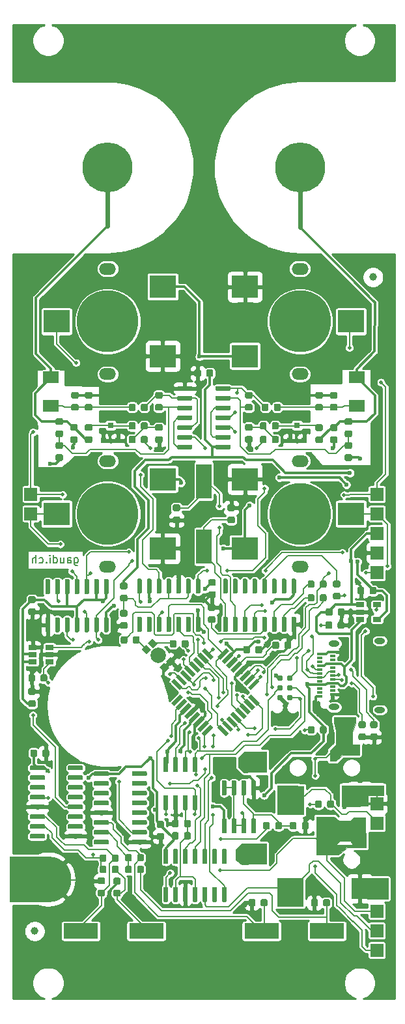
<source format=gbr>
G04 #@! TF.GenerationSoftware,KiCad,Pcbnew,5.1.5+dfsg1-2build2*
G04 #@! TF.CreationDate,2021-08-04T12:07:34+02:00*
G04 #@! TF.ProjectId,OpenThereminV4,4f70656e-5468-4657-9265-6d696e56342e,rev?*
G04 #@! TF.SameCoordinates,Original*
G04 #@! TF.FileFunction,Copper,L2,Bot*
G04 #@! TF.FilePolarity,Positive*
%FSLAX46Y46*%
G04 Gerber Fmt 4.6, Leading zero omitted, Abs format (unit mm)*
G04 Created by KiCad (PCBNEW 5.1.5+dfsg1-2build2) date 2021-08-04 12:07:34*
%MOMM*%
%LPD*%
G04 APERTURE LIST*
%ADD10C,0.100000*%
%ADD11C,0.150000*%
%ADD12R,2.800000X2.800000*%
%ADD13R,2.600000X2.800000*%
%ADD14R,2.200000X2.800000*%
%ADD15C,6.500000*%
%ADD16R,2.000000X1.500000*%
%ADD17O,2.200000X1.500000*%
%ADD18R,3.500000X3.000000*%
%ADD19C,8.000000*%
%ADD20C,2.000000*%
%ADD21R,5.000000X6.000000*%
%ADD22C,6.000000*%
%ADD23R,0.800100X0.800100*%
%ADD24R,0.700000X0.300000*%
%ADD25O,1.400000X0.800000*%
%ADD26R,4.500000X2.000000*%
%ADD27R,2.000000X4.500000*%
%ADD28R,1.060000X0.650000*%
%ADD29C,0.787400*%
%ADD30R,1.700000X1.700000*%
%ADD31C,1.000000*%
%ADD32C,0.500000*%
%ADD33C,0.600000*%
%ADD34C,0.200000*%
%ADD35C,0.300000*%
%ADD36C,0.600000*%
%ADD37C,0.254000*%
G04 APERTURE END LIST*
D10*
G36*
X105700000Y-143650000D02*
G01*
X105720000Y-146350000D01*
X104870000Y-146340000D01*
X104170000Y-145710000D01*
X104170000Y-144440000D01*
X104900000Y-143640000D01*
X105700000Y-143650000D01*
G37*
X105700000Y-143650000D02*
X105720000Y-146350000D01*
X104870000Y-146340000D01*
X104170000Y-145710000D01*
X104170000Y-144440000D01*
X104900000Y-143640000D01*
X105700000Y-143650000D01*
G36*
X105650000Y-134360000D02*
G01*
X105200000Y-134360000D01*
X104500000Y-133730000D01*
X104500000Y-132460000D01*
X105230000Y-131660000D01*
X105770000Y-131660000D01*
X105650000Y-134360000D01*
G37*
X105650000Y-134360000D02*
X105200000Y-134360000D01*
X104500000Y-133730000D01*
X104500000Y-132460000D01*
X105230000Y-131660000D01*
X105770000Y-131660000D01*
X105650000Y-134360000D01*
G36*
X123368000Y-137312600D02*
G01*
X122555200Y-137312600D01*
X122555200Y-137871400D01*
X122402800Y-137871400D01*
X122402800Y-137312600D01*
X121234400Y-137312600D01*
X121259800Y-138735000D01*
X119380200Y-138760400D01*
X117907000Y-138785800D01*
X117907000Y-136042600D01*
X123368000Y-136042600D01*
X123368000Y-137312600D01*
G37*
X123368000Y-137312600D02*
X122555200Y-137312600D01*
X122555200Y-137871400D01*
X122402800Y-137871400D01*
X122402800Y-137312600D01*
X121234400Y-137312600D01*
X121259800Y-138735000D01*
X119380200Y-138760400D01*
X117907000Y-138785800D01*
X117907000Y-136042600D01*
X123368000Y-136042600D01*
X123368000Y-137312600D01*
G36*
X112890500Y-151760000D02*
G01*
X109525000Y-151760000D01*
X109525000Y-148077000D01*
X112890500Y-148077000D01*
X112890500Y-151760000D01*
G37*
X112890500Y-151760000D02*
X109525000Y-151760000D01*
X109525000Y-148077000D01*
X112890500Y-148077000D01*
X112890500Y-151760000D01*
G36*
X112954000Y-139822000D02*
G01*
X109588500Y-139822000D01*
X109588500Y-136139000D01*
X112954000Y-136139000D01*
X112954000Y-139822000D01*
G37*
X112954000Y-139822000D02*
X109588500Y-139822000D01*
X109588500Y-136139000D01*
X112954000Y-136139000D01*
X112954000Y-139822000D01*
G36*
X123939500Y-150807500D02*
G01*
X121272500Y-150807500D01*
X121272500Y-148140500D01*
X123939500Y-148140500D01*
X123939500Y-150807500D01*
G37*
X123939500Y-150807500D02*
X121272500Y-150807500D01*
X121272500Y-148140500D01*
X123939500Y-148140500D01*
X123939500Y-150807500D01*
G36*
X117780000Y-140838000D02*
G01*
X117399000Y-141155500D01*
X117180000Y-140624750D01*
X117180000Y-143355250D01*
X117335500Y-143124000D01*
X117589500Y-143378000D01*
X117145000Y-143822500D01*
X119367500Y-143822500D01*
X119050000Y-143314500D01*
X119250000Y-143154500D01*
X119250000Y-140974500D01*
X118986500Y-140711000D01*
X119431000Y-140203000D01*
X121018500Y-140203000D01*
X121105812Y-144140000D01*
X118605500Y-144140000D01*
X117526000Y-145029000D01*
X114605000Y-145029000D01*
X114605000Y-140139500D01*
X116954500Y-140139500D01*
X117780000Y-140838000D01*
G37*
X117780000Y-140838000D02*
X117399000Y-141155500D01*
X117180000Y-140624750D01*
X117180000Y-143355250D01*
X117335500Y-143124000D01*
X117589500Y-143378000D01*
X117145000Y-143822500D01*
X119367500Y-143822500D01*
X119050000Y-143314500D01*
X119250000Y-143154500D01*
X119250000Y-140974500D01*
X118986500Y-140711000D01*
X119431000Y-140203000D01*
X121018500Y-140203000D01*
X121105812Y-144140000D01*
X118605500Y-144140000D01*
X117526000Y-145029000D01*
X114605000Y-145029000D01*
X114605000Y-140139500D01*
X116954500Y-140139500D01*
X117780000Y-140838000D01*
G36*
X120193000Y-132075000D02*
G01*
X118034000Y-132075000D01*
X117208500Y-132900500D01*
X116383000Y-132900500D01*
X116383000Y-131503500D01*
X117208500Y-130741500D01*
X120193000Y-130741500D01*
X120193000Y-132075000D01*
G37*
X120193000Y-132075000D02*
X118034000Y-132075000D01*
X117208500Y-132900500D01*
X116383000Y-132900500D01*
X116383000Y-131503500D01*
X117208500Y-130741500D01*
X120193000Y-130741500D01*
X120193000Y-132075000D01*
G36*
X119700000Y-127960000D02*
G01*
X119367500Y-128963500D01*
X117208500Y-128963500D01*
X116970000Y-127880000D01*
X116964750Y-127220000D01*
X119695250Y-127220000D01*
X119700000Y-127960000D01*
G37*
X119700000Y-127960000D02*
X119367500Y-128963500D01*
X117208500Y-128963500D01*
X116970000Y-127880000D01*
X116964750Y-127220000D01*
X119695250Y-127220000D01*
X119700000Y-127960000D01*
D11*
X83180000Y-106475714D02*
X83180000Y-107285238D01*
X83227619Y-107380476D01*
X83275238Y-107428095D01*
X83370476Y-107475714D01*
X83513333Y-107475714D01*
X83608571Y-107428095D01*
X83180000Y-107094761D02*
X83275238Y-107142380D01*
X83465714Y-107142380D01*
X83560952Y-107094761D01*
X83608571Y-107047142D01*
X83656190Y-106951904D01*
X83656190Y-106666190D01*
X83608571Y-106570952D01*
X83560952Y-106523333D01*
X83465714Y-106475714D01*
X83275238Y-106475714D01*
X83180000Y-106523333D01*
X82275238Y-107142380D02*
X82275238Y-106618571D01*
X82322857Y-106523333D01*
X82418095Y-106475714D01*
X82608571Y-106475714D01*
X82703809Y-106523333D01*
X82275238Y-107094761D02*
X82370476Y-107142380D01*
X82608571Y-107142380D01*
X82703809Y-107094761D01*
X82751428Y-106999523D01*
X82751428Y-106904285D01*
X82703809Y-106809047D01*
X82608571Y-106761428D01*
X82370476Y-106761428D01*
X82275238Y-106713809D01*
X81370476Y-106475714D02*
X81370476Y-107142380D01*
X81799047Y-106475714D02*
X81799047Y-106999523D01*
X81751428Y-107094761D01*
X81656190Y-107142380D01*
X81513333Y-107142380D01*
X81418095Y-107094761D01*
X81370476Y-107047142D01*
X80465714Y-107142380D02*
X80465714Y-106142380D01*
X80465714Y-107094761D02*
X80560952Y-107142380D01*
X80751428Y-107142380D01*
X80846666Y-107094761D01*
X80894285Y-107047142D01*
X80941904Y-106951904D01*
X80941904Y-106666190D01*
X80894285Y-106570952D01*
X80846666Y-106523333D01*
X80751428Y-106475714D01*
X80560952Y-106475714D01*
X80465714Y-106523333D01*
X79989523Y-107142380D02*
X79989523Y-106475714D01*
X79989523Y-106142380D02*
X80037142Y-106190000D01*
X79989523Y-106237619D01*
X79941904Y-106190000D01*
X79989523Y-106142380D01*
X79989523Y-106237619D01*
X79513333Y-107047142D02*
X79465714Y-107094761D01*
X79513333Y-107142380D01*
X79560952Y-107094761D01*
X79513333Y-107047142D01*
X79513333Y-107142380D01*
X78608571Y-107094761D02*
X78703809Y-107142380D01*
X78894285Y-107142380D01*
X78989523Y-107094761D01*
X79037142Y-107047142D01*
X79084761Y-106951904D01*
X79084761Y-106666190D01*
X79037142Y-106570952D01*
X78989523Y-106523333D01*
X78894285Y-106475714D01*
X78703809Y-106475714D01*
X78608571Y-106523333D01*
X78180000Y-107142380D02*
X78180000Y-106142380D01*
X77751428Y-107142380D02*
X77751428Y-106618571D01*
X77799047Y-106523333D01*
X77894285Y-106475714D01*
X78037142Y-106475714D01*
X78132380Y-106523333D01*
X78180000Y-106570952D01*
D12*
X110900000Y-137450000D03*
D13*
X106900000Y-133000000D03*
D14*
X120300000Y-137450000D03*
X118300000Y-130050000D03*
D12*
X110900000Y-149450000D03*
D13*
X106900000Y-145000000D03*
D14*
X120300000Y-149450000D03*
X118300000Y-142050000D03*
D15*
X112500000Y-55750000D03*
X87500000Y-55750000D03*
D16*
X119860000Y-83020000D03*
X119860000Y-86720000D03*
X80140000Y-83020000D03*
X80140000Y-86720000D03*
D17*
X112500000Y-82600000D03*
X112500000Y-68900000D03*
D18*
X119150000Y-75750000D03*
X105350000Y-80250000D03*
X105350000Y-71250000D03*
D19*
X112500000Y-75750000D03*
D17*
X87500000Y-68900000D03*
X87500000Y-82600000D03*
D18*
X80850000Y-75750000D03*
X94650000Y-71250000D03*
X94650000Y-80250000D03*
D19*
X87500000Y-75750000D03*
D17*
X112500000Y-107600000D03*
X112500000Y-93900000D03*
D18*
X119150000Y-100750000D03*
X105350000Y-105250000D03*
X105350000Y-96250000D03*
D19*
X112500000Y-100750000D03*
D17*
X87500000Y-93900000D03*
X87500000Y-107600000D03*
D18*
X80850000Y-100750000D03*
X94650000Y-96250000D03*
X94650000Y-105250000D03*
D19*
X87500000Y-100750000D03*
D20*
X94100000Y-119150000D03*
G04 #@! TA.AperFunction,SMDPad,CuDef*
D10*
G36*
X93145405Y-118407538D02*
G01*
X92544365Y-119008578D01*
X91907969Y-118372182D01*
X92509009Y-117771142D01*
X93145405Y-118407538D01*
G37*
G04 #@! TD.AperFunction*
G04 #@! TA.AperFunction,SMDPad,CuDef*
G36*
X95478858Y-120740991D02*
G01*
X94877818Y-121342031D01*
X94241422Y-120705635D01*
X94842462Y-120104595D01*
X95478858Y-120740991D01*
G37*
G04 #@! TD.AperFunction*
G04 #@! TA.AperFunction,SMDPad,CuDef*
G36*
X96292031Y-119927818D02*
G01*
X95690991Y-120528858D01*
X95054595Y-119892462D01*
X95655635Y-119291422D01*
X96292031Y-119927818D01*
G37*
G04 #@! TD.AperFunction*
G04 #@! TA.AperFunction,SMDPad,CuDef*
G36*
X93958578Y-117594365D02*
G01*
X93357538Y-118195405D01*
X92721142Y-117559009D01*
X93322182Y-116957969D01*
X93958578Y-117594365D01*
G37*
G04 #@! TD.AperFunction*
D21*
X77250000Y-148250000D03*
D22*
X79750000Y-148250000D03*
G04 #@! TA.AperFunction,SMDPad,CuDef*
D10*
G36*
X100097503Y-129685996D02*
G01*
X99708594Y-129297087D01*
X100839965Y-128165716D01*
X101228874Y-128554625D01*
X100097503Y-129685996D01*
G37*
G04 #@! TD.AperFunction*
G04 #@! TA.AperFunction,SMDPad,CuDef*
G36*
X99531818Y-129120310D02*
G01*
X99142909Y-128731401D01*
X100274280Y-127600030D01*
X100663189Y-127988939D01*
X99531818Y-129120310D01*
G37*
G04 #@! TD.AperFunction*
G04 #@! TA.AperFunction,SMDPad,CuDef*
G36*
X98966132Y-128554625D02*
G01*
X98577223Y-128165716D01*
X99708594Y-127034345D01*
X100097503Y-127423254D01*
X98966132Y-128554625D01*
G37*
G04 #@! TD.AperFunction*
G04 #@! TA.AperFunction,SMDPad,CuDef*
G36*
X98400447Y-127988940D02*
G01*
X98011538Y-127600031D01*
X99142909Y-126468660D01*
X99531818Y-126857569D01*
X98400447Y-127988940D01*
G37*
G04 #@! TD.AperFunction*
G04 #@! TA.AperFunction,SMDPad,CuDef*
G36*
X97834761Y-127423254D02*
G01*
X97445852Y-127034345D01*
X98577223Y-125902974D01*
X98966132Y-126291883D01*
X97834761Y-127423254D01*
G37*
G04 #@! TD.AperFunction*
G04 #@! TA.AperFunction,SMDPad,CuDef*
G36*
X97269076Y-126857569D02*
G01*
X96880167Y-126468660D01*
X98011538Y-125337289D01*
X98400447Y-125726198D01*
X97269076Y-126857569D01*
G37*
G04 #@! TD.AperFunction*
G04 #@! TA.AperFunction,SMDPad,CuDef*
G36*
X96703391Y-126291883D02*
G01*
X96314482Y-125902974D01*
X97445853Y-124771603D01*
X97834762Y-125160512D01*
X96703391Y-126291883D01*
G37*
G04 #@! TD.AperFunction*
G04 #@! TA.AperFunction,SMDPad,CuDef*
G36*
X96137705Y-125726198D02*
G01*
X95748796Y-125337289D01*
X96880167Y-124205918D01*
X97269076Y-124594827D01*
X96137705Y-125726198D01*
G37*
G04 #@! TD.AperFunction*
G04 #@! TA.AperFunction,SMDPad,CuDef*
G36*
X95748796Y-122544217D02*
G01*
X96137705Y-122155308D01*
X97269076Y-123286679D01*
X96880167Y-123675588D01*
X95748796Y-122544217D01*
G37*
G04 #@! TD.AperFunction*
G04 #@! TA.AperFunction,SMDPad,CuDef*
G36*
X96314482Y-121978532D02*
G01*
X96703391Y-121589623D01*
X97834762Y-122720994D01*
X97445853Y-123109903D01*
X96314482Y-121978532D01*
G37*
G04 #@! TD.AperFunction*
G04 #@! TA.AperFunction,SMDPad,CuDef*
G36*
X96880167Y-121412846D02*
G01*
X97269076Y-121023937D01*
X98400447Y-122155308D01*
X98011538Y-122544217D01*
X96880167Y-121412846D01*
G37*
G04 #@! TD.AperFunction*
G04 #@! TA.AperFunction,SMDPad,CuDef*
G36*
X97445852Y-120847161D02*
G01*
X97834761Y-120458252D01*
X98966132Y-121589623D01*
X98577223Y-121978532D01*
X97445852Y-120847161D01*
G37*
G04 #@! TD.AperFunction*
G04 #@! TA.AperFunction,SMDPad,CuDef*
G36*
X98011538Y-120281475D02*
G01*
X98400447Y-119892566D01*
X99531818Y-121023937D01*
X99142909Y-121412846D01*
X98011538Y-120281475D01*
G37*
G04 #@! TD.AperFunction*
G04 #@! TA.AperFunction,SMDPad,CuDef*
G36*
X98577223Y-119715790D02*
G01*
X98966132Y-119326881D01*
X100097503Y-120458252D01*
X99708594Y-120847161D01*
X98577223Y-119715790D01*
G37*
G04 #@! TD.AperFunction*
G04 #@! TA.AperFunction,SMDPad,CuDef*
G36*
X99142909Y-119150105D02*
G01*
X99531818Y-118761196D01*
X100663189Y-119892567D01*
X100274280Y-120281476D01*
X99142909Y-119150105D01*
G37*
G04 #@! TD.AperFunction*
G04 #@! TA.AperFunction,SMDPad,CuDef*
G36*
X99708594Y-118584419D02*
G01*
X100097503Y-118195510D01*
X101228874Y-119326881D01*
X100839965Y-119715790D01*
X99708594Y-118584419D01*
G37*
G04 #@! TD.AperFunction*
G04 #@! TA.AperFunction,SMDPad,CuDef*
G36*
X102148113Y-119715790D02*
G01*
X101759204Y-119326881D01*
X102890575Y-118195510D01*
X103279484Y-118584419D01*
X102148113Y-119715790D01*
G37*
G04 #@! TD.AperFunction*
G04 #@! TA.AperFunction,SMDPad,CuDef*
G36*
X102713798Y-120281476D02*
G01*
X102324889Y-119892567D01*
X103456260Y-118761196D01*
X103845169Y-119150105D01*
X102713798Y-120281476D01*
G37*
G04 #@! TD.AperFunction*
G04 #@! TA.AperFunction,SMDPad,CuDef*
G36*
X103279484Y-120847161D02*
G01*
X102890575Y-120458252D01*
X104021946Y-119326881D01*
X104410855Y-119715790D01*
X103279484Y-120847161D01*
G37*
G04 #@! TD.AperFunction*
G04 #@! TA.AperFunction,SMDPad,CuDef*
G36*
X103845169Y-121412846D02*
G01*
X103456260Y-121023937D01*
X104587631Y-119892566D01*
X104976540Y-120281475D01*
X103845169Y-121412846D01*
G37*
G04 #@! TD.AperFunction*
G04 #@! TA.AperFunction,SMDPad,CuDef*
G36*
X104410855Y-121978532D02*
G01*
X104021946Y-121589623D01*
X105153317Y-120458252D01*
X105542226Y-120847161D01*
X104410855Y-121978532D01*
G37*
G04 #@! TD.AperFunction*
G04 #@! TA.AperFunction,SMDPad,CuDef*
G36*
X104976540Y-122544217D02*
G01*
X104587631Y-122155308D01*
X105719002Y-121023937D01*
X106107911Y-121412846D01*
X104976540Y-122544217D01*
G37*
G04 #@! TD.AperFunction*
G04 #@! TA.AperFunction,SMDPad,CuDef*
G36*
X105542225Y-123109903D02*
G01*
X105153316Y-122720994D01*
X106284687Y-121589623D01*
X106673596Y-121978532D01*
X105542225Y-123109903D01*
G37*
G04 #@! TD.AperFunction*
G04 #@! TA.AperFunction,SMDPad,CuDef*
G36*
X106107911Y-123675588D02*
G01*
X105719002Y-123286679D01*
X106850373Y-122155308D01*
X107239282Y-122544217D01*
X106107911Y-123675588D01*
G37*
G04 #@! TD.AperFunction*
G04 #@! TA.AperFunction,SMDPad,CuDef*
G36*
X105719002Y-124594827D02*
G01*
X106107911Y-124205918D01*
X107239282Y-125337289D01*
X106850373Y-125726198D01*
X105719002Y-124594827D01*
G37*
G04 #@! TD.AperFunction*
G04 #@! TA.AperFunction,SMDPad,CuDef*
G36*
X105153316Y-125160512D02*
G01*
X105542225Y-124771603D01*
X106673596Y-125902974D01*
X106284687Y-126291883D01*
X105153316Y-125160512D01*
G37*
G04 #@! TD.AperFunction*
G04 #@! TA.AperFunction,SMDPad,CuDef*
G36*
X104587631Y-125726198D02*
G01*
X104976540Y-125337289D01*
X106107911Y-126468660D01*
X105719002Y-126857569D01*
X104587631Y-125726198D01*
G37*
G04 #@! TD.AperFunction*
G04 #@! TA.AperFunction,SMDPad,CuDef*
G36*
X104021946Y-126291883D02*
G01*
X104410855Y-125902974D01*
X105542226Y-127034345D01*
X105153317Y-127423254D01*
X104021946Y-126291883D01*
G37*
G04 #@! TD.AperFunction*
G04 #@! TA.AperFunction,SMDPad,CuDef*
G36*
X103456260Y-126857569D02*
G01*
X103845169Y-126468660D01*
X104976540Y-127600031D01*
X104587631Y-127988940D01*
X103456260Y-126857569D01*
G37*
G04 #@! TD.AperFunction*
G04 #@! TA.AperFunction,SMDPad,CuDef*
G36*
X102890575Y-127423254D02*
G01*
X103279484Y-127034345D01*
X104410855Y-128165716D01*
X104021946Y-128554625D01*
X102890575Y-127423254D01*
G37*
G04 #@! TD.AperFunction*
G04 #@! TA.AperFunction,SMDPad,CuDef*
G36*
X102324889Y-127988939D02*
G01*
X102713798Y-127600030D01*
X103845169Y-128731401D01*
X103456260Y-129120310D01*
X102324889Y-127988939D01*
G37*
G04 #@! TD.AperFunction*
G04 #@! TA.AperFunction,SMDPad,CuDef*
G36*
X101759204Y-128554625D02*
G01*
X102148113Y-128165716D01*
X103279484Y-129297087D01*
X102890575Y-129685996D01*
X101759204Y-128554625D01*
G37*
G04 #@! TD.AperFunction*
G04 #@! TA.AperFunction,SMDPad,CuDef*
G36*
X83386691Y-90673553D02*
G01*
X83407926Y-90676703D01*
X83428750Y-90681919D01*
X83448962Y-90689151D01*
X83468368Y-90698330D01*
X83486781Y-90709366D01*
X83504024Y-90722154D01*
X83519930Y-90736570D01*
X83534346Y-90752476D01*
X83547134Y-90769719D01*
X83558170Y-90788132D01*
X83567349Y-90807538D01*
X83574581Y-90827750D01*
X83579797Y-90848574D01*
X83582947Y-90869809D01*
X83584000Y-90891250D01*
X83584000Y-91328750D01*
X83582947Y-91350191D01*
X83579797Y-91371426D01*
X83574581Y-91392250D01*
X83567349Y-91412462D01*
X83558170Y-91431868D01*
X83547134Y-91450281D01*
X83534346Y-91467524D01*
X83519930Y-91483430D01*
X83504024Y-91497846D01*
X83486781Y-91510634D01*
X83468368Y-91521670D01*
X83448962Y-91530849D01*
X83428750Y-91538081D01*
X83407926Y-91543297D01*
X83386691Y-91546447D01*
X83365250Y-91547500D01*
X82852750Y-91547500D01*
X82831309Y-91546447D01*
X82810074Y-91543297D01*
X82789250Y-91538081D01*
X82769038Y-91530849D01*
X82749632Y-91521670D01*
X82731219Y-91510634D01*
X82713976Y-91497846D01*
X82698070Y-91483430D01*
X82683654Y-91467524D01*
X82670866Y-91450281D01*
X82659830Y-91431868D01*
X82650651Y-91412462D01*
X82643419Y-91392250D01*
X82638203Y-91371426D01*
X82635053Y-91350191D01*
X82634000Y-91328750D01*
X82634000Y-90891250D01*
X82635053Y-90869809D01*
X82638203Y-90848574D01*
X82643419Y-90827750D01*
X82650651Y-90807538D01*
X82659830Y-90788132D01*
X82670866Y-90769719D01*
X82683654Y-90752476D01*
X82698070Y-90736570D01*
X82713976Y-90722154D01*
X82731219Y-90709366D01*
X82749632Y-90698330D01*
X82769038Y-90689151D01*
X82789250Y-90681919D01*
X82810074Y-90676703D01*
X82831309Y-90673553D01*
X82852750Y-90672500D01*
X83365250Y-90672500D01*
X83386691Y-90673553D01*
G37*
G04 #@! TD.AperFunction*
G04 #@! TA.AperFunction,SMDPad,CuDef*
G36*
X83386691Y-89098553D02*
G01*
X83407926Y-89101703D01*
X83428750Y-89106919D01*
X83448962Y-89114151D01*
X83468368Y-89123330D01*
X83486781Y-89134366D01*
X83504024Y-89147154D01*
X83519930Y-89161570D01*
X83534346Y-89177476D01*
X83547134Y-89194719D01*
X83558170Y-89213132D01*
X83567349Y-89232538D01*
X83574581Y-89252750D01*
X83579797Y-89273574D01*
X83582947Y-89294809D01*
X83584000Y-89316250D01*
X83584000Y-89753750D01*
X83582947Y-89775191D01*
X83579797Y-89796426D01*
X83574581Y-89817250D01*
X83567349Y-89837462D01*
X83558170Y-89856868D01*
X83547134Y-89875281D01*
X83534346Y-89892524D01*
X83519930Y-89908430D01*
X83504024Y-89922846D01*
X83486781Y-89935634D01*
X83468368Y-89946670D01*
X83448962Y-89955849D01*
X83428750Y-89963081D01*
X83407926Y-89968297D01*
X83386691Y-89971447D01*
X83365250Y-89972500D01*
X82852750Y-89972500D01*
X82831309Y-89971447D01*
X82810074Y-89968297D01*
X82789250Y-89963081D01*
X82769038Y-89955849D01*
X82749632Y-89946670D01*
X82731219Y-89935634D01*
X82713976Y-89922846D01*
X82698070Y-89908430D01*
X82683654Y-89892524D01*
X82670866Y-89875281D01*
X82659830Y-89856868D01*
X82650651Y-89837462D01*
X82643419Y-89817250D01*
X82638203Y-89796426D01*
X82635053Y-89775191D01*
X82634000Y-89753750D01*
X82634000Y-89316250D01*
X82635053Y-89294809D01*
X82638203Y-89273574D01*
X82643419Y-89252750D01*
X82650651Y-89232538D01*
X82659830Y-89213132D01*
X82670866Y-89194719D01*
X82683654Y-89177476D01*
X82698070Y-89161570D01*
X82713976Y-89147154D01*
X82731219Y-89134366D01*
X82749632Y-89123330D01*
X82769038Y-89114151D01*
X82789250Y-89106919D01*
X82810074Y-89101703D01*
X82831309Y-89098553D01*
X82852750Y-89097500D01*
X83365250Y-89097500D01*
X83386691Y-89098553D01*
G37*
G04 #@! TD.AperFunction*
G04 #@! TA.AperFunction,SMDPad,CuDef*
G36*
X117168691Y-86482553D02*
G01*
X117189926Y-86485703D01*
X117210750Y-86490919D01*
X117230962Y-86498151D01*
X117250368Y-86507330D01*
X117268781Y-86518366D01*
X117286024Y-86531154D01*
X117301930Y-86545570D01*
X117316346Y-86561476D01*
X117329134Y-86578719D01*
X117340170Y-86597132D01*
X117349349Y-86616538D01*
X117356581Y-86636750D01*
X117361797Y-86657574D01*
X117364947Y-86678809D01*
X117366000Y-86700250D01*
X117366000Y-87137750D01*
X117364947Y-87159191D01*
X117361797Y-87180426D01*
X117356581Y-87201250D01*
X117349349Y-87221462D01*
X117340170Y-87240868D01*
X117329134Y-87259281D01*
X117316346Y-87276524D01*
X117301930Y-87292430D01*
X117286024Y-87306846D01*
X117268781Y-87319634D01*
X117250368Y-87330670D01*
X117230962Y-87339849D01*
X117210750Y-87347081D01*
X117189926Y-87352297D01*
X117168691Y-87355447D01*
X117147250Y-87356500D01*
X116634750Y-87356500D01*
X116613309Y-87355447D01*
X116592074Y-87352297D01*
X116571250Y-87347081D01*
X116551038Y-87339849D01*
X116531632Y-87330670D01*
X116513219Y-87319634D01*
X116495976Y-87306846D01*
X116480070Y-87292430D01*
X116465654Y-87276524D01*
X116452866Y-87259281D01*
X116441830Y-87240868D01*
X116432651Y-87221462D01*
X116425419Y-87201250D01*
X116420203Y-87180426D01*
X116417053Y-87159191D01*
X116416000Y-87137750D01*
X116416000Y-86700250D01*
X116417053Y-86678809D01*
X116420203Y-86657574D01*
X116425419Y-86636750D01*
X116432651Y-86616538D01*
X116441830Y-86597132D01*
X116452866Y-86578719D01*
X116465654Y-86561476D01*
X116480070Y-86545570D01*
X116495976Y-86531154D01*
X116513219Y-86518366D01*
X116531632Y-86507330D01*
X116551038Y-86498151D01*
X116571250Y-86490919D01*
X116592074Y-86485703D01*
X116613309Y-86482553D01*
X116634750Y-86481500D01*
X117147250Y-86481500D01*
X117168691Y-86482553D01*
G37*
G04 #@! TD.AperFunction*
G04 #@! TA.AperFunction,SMDPad,CuDef*
G36*
X117168691Y-84907553D02*
G01*
X117189926Y-84910703D01*
X117210750Y-84915919D01*
X117230962Y-84923151D01*
X117250368Y-84932330D01*
X117268781Y-84943366D01*
X117286024Y-84956154D01*
X117301930Y-84970570D01*
X117316346Y-84986476D01*
X117329134Y-85003719D01*
X117340170Y-85022132D01*
X117349349Y-85041538D01*
X117356581Y-85061750D01*
X117361797Y-85082574D01*
X117364947Y-85103809D01*
X117366000Y-85125250D01*
X117366000Y-85562750D01*
X117364947Y-85584191D01*
X117361797Y-85605426D01*
X117356581Y-85626250D01*
X117349349Y-85646462D01*
X117340170Y-85665868D01*
X117329134Y-85684281D01*
X117316346Y-85701524D01*
X117301930Y-85717430D01*
X117286024Y-85731846D01*
X117268781Y-85744634D01*
X117250368Y-85755670D01*
X117230962Y-85764849D01*
X117210750Y-85772081D01*
X117189926Y-85777297D01*
X117168691Y-85780447D01*
X117147250Y-85781500D01*
X116634750Y-85781500D01*
X116613309Y-85780447D01*
X116592074Y-85777297D01*
X116571250Y-85772081D01*
X116551038Y-85764849D01*
X116531632Y-85755670D01*
X116513219Y-85744634D01*
X116495976Y-85731846D01*
X116480070Y-85717430D01*
X116465654Y-85701524D01*
X116452866Y-85684281D01*
X116441830Y-85665868D01*
X116432651Y-85646462D01*
X116425419Y-85626250D01*
X116420203Y-85605426D01*
X116417053Y-85584191D01*
X116416000Y-85562750D01*
X116416000Y-85125250D01*
X116417053Y-85103809D01*
X116420203Y-85082574D01*
X116425419Y-85061750D01*
X116432651Y-85041538D01*
X116441830Y-85022132D01*
X116452866Y-85003719D01*
X116465654Y-84986476D01*
X116480070Y-84970570D01*
X116495976Y-84956154D01*
X116513219Y-84943366D01*
X116531632Y-84932330D01*
X116551038Y-84923151D01*
X116571250Y-84915919D01*
X116592074Y-84910703D01*
X116613309Y-84907553D01*
X116634750Y-84906500D01*
X117147250Y-84906500D01*
X117168691Y-84907553D01*
G37*
G04 #@! TD.AperFunction*
G04 #@! TA.AperFunction,SMDPad,CuDef*
G36*
X107961691Y-88858053D02*
G01*
X107982926Y-88861203D01*
X108003750Y-88866419D01*
X108023962Y-88873651D01*
X108043368Y-88882830D01*
X108061781Y-88893866D01*
X108079024Y-88906654D01*
X108094930Y-88921070D01*
X108109346Y-88936976D01*
X108122134Y-88954219D01*
X108133170Y-88972632D01*
X108142349Y-88992038D01*
X108149581Y-89012250D01*
X108154797Y-89033074D01*
X108157947Y-89054309D01*
X108159000Y-89075750D01*
X108159000Y-89588250D01*
X108157947Y-89609691D01*
X108154797Y-89630926D01*
X108149581Y-89651750D01*
X108142349Y-89671962D01*
X108133170Y-89691368D01*
X108122134Y-89709781D01*
X108109346Y-89727024D01*
X108094930Y-89742930D01*
X108079024Y-89757346D01*
X108061781Y-89770134D01*
X108043368Y-89781170D01*
X108023962Y-89790349D01*
X108003750Y-89797581D01*
X107982926Y-89802797D01*
X107961691Y-89805947D01*
X107940250Y-89807000D01*
X107502750Y-89807000D01*
X107481309Y-89805947D01*
X107460074Y-89802797D01*
X107439250Y-89797581D01*
X107419038Y-89790349D01*
X107399632Y-89781170D01*
X107381219Y-89770134D01*
X107363976Y-89757346D01*
X107348070Y-89742930D01*
X107333654Y-89727024D01*
X107320866Y-89709781D01*
X107309830Y-89691368D01*
X107300651Y-89671962D01*
X107293419Y-89651750D01*
X107288203Y-89630926D01*
X107285053Y-89609691D01*
X107284000Y-89588250D01*
X107284000Y-89075750D01*
X107285053Y-89054309D01*
X107288203Y-89033074D01*
X107293419Y-89012250D01*
X107300651Y-88992038D01*
X107309830Y-88972632D01*
X107320866Y-88954219D01*
X107333654Y-88936976D01*
X107348070Y-88921070D01*
X107363976Y-88906654D01*
X107381219Y-88893866D01*
X107399632Y-88882830D01*
X107419038Y-88873651D01*
X107439250Y-88866419D01*
X107460074Y-88861203D01*
X107481309Y-88858053D01*
X107502750Y-88857000D01*
X107940250Y-88857000D01*
X107961691Y-88858053D01*
G37*
G04 #@! TD.AperFunction*
G04 #@! TA.AperFunction,SMDPad,CuDef*
G36*
X109536691Y-88858053D02*
G01*
X109557926Y-88861203D01*
X109578750Y-88866419D01*
X109598962Y-88873651D01*
X109618368Y-88882830D01*
X109636781Y-88893866D01*
X109654024Y-88906654D01*
X109669930Y-88921070D01*
X109684346Y-88936976D01*
X109697134Y-88954219D01*
X109708170Y-88972632D01*
X109717349Y-88992038D01*
X109724581Y-89012250D01*
X109729797Y-89033074D01*
X109732947Y-89054309D01*
X109734000Y-89075750D01*
X109734000Y-89588250D01*
X109732947Y-89609691D01*
X109729797Y-89630926D01*
X109724581Y-89651750D01*
X109717349Y-89671962D01*
X109708170Y-89691368D01*
X109697134Y-89709781D01*
X109684346Y-89727024D01*
X109669930Y-89742930D01*
X109654024Y-89757346D01*
X109636781Y-89770134D01*
X109618368Y-89781170D01*
X109598962Y-89790349D01*
X109578750Y-89797581D01*
X109557926Y-89802797D01*
X109536691Y-89805947D01*
X109515250Y-89807000D01*
X109077750Y-89807000D01*
X109056309Y-89805947D01*
X109035074Y-89802797D01*
X109014250Y-89797581D01*
X108994038Y-89790349D01*
X108974632Y-89781170D01*
X108956219Y-89770134D01*
X108938976Y-89757346D01*
X108923070Y-89742930D01*
X108908654Y-89727024D01*
X108895866Y-89709781D01*
X108884830Y-89691368D01*
X108875651Y-89671962D01*
X108868419Y-89651750D01*
X108863203Y-89630926D01*
X108860053Y-89609691D01*
X108859000Y-89588250D01*
X108859000Y-89075750D01*
X108860053Y-89054309D01*
X108863203Y-89033074D01*
X108868419Y-89012250D01*
X108875651Y-88992038D01*
X108884830Y-88972632D01*
X108895866Y-88954219D01*
X108908654Y-88936976D01*
X108923070Y-88921070D01*
X108938976Y-88906654D01*
X108956219Y-88893866D01*
X108974632Y-88882830D01*
X108994038Y-88873651D01*
X109014250Y-88866419D01*
X109035074Y-88861203D01*
X109056309Y-88858053D01*
X109077750Y-88857000D01*
X109515250Y-88857000D01*
X109536691Y-88858053D01*
G37*
G04 #@! TD.AperFunction*
G04 #@! TA.AperFunction,SMDPad,CuDef*
G36*
X115263691Y-90699053D02*
G01*
X115284926Y-90702203D01*
X115305750Y-90707419D01*
X115325962Y-90714651D01*
X115345368Y-90723830D01*
X115363781Y-90734866D01*
X115381024Y-90747654D01*
X115396930Y-90762070D01*
X115411346Y-90777976D01*
X115424134Y-90795219D01*
X115435170Y-90813632D01*
X115444349Y-90833038D01*
X115451581Y-90853250D01*
X115456797Y-90874074D01*
X115459947Y-90895309D01*
X115461000Y-90916750D01*
X115461000Y-91354250D01*
X115459947Y-91375691D01*
X115456797Y-91396926D01*
X115451581Y-91417750D01*
X115444349Y-91437962D01*
X115435170Y-91457368D01*
X115424134Y-91475781D01*
X115411346Y-91493024D01*
X115396930Y-91508930D01*
X115381024Y-91523346D01*
X115363781Y-91536134D01*
X115345368Y-91547170D01*
X115325962Y-91556349D01*
X115305750Y-91563581D01*
X115284926Y-91568797D01*
X115263691Y-91571947D01*
X115242250Y-91573000D01*
X114729750Y-91573000D01*
X114708309Y-91571947D01*
X114687074Y-91568797D01*
X114666250Y-91563581D01*
X114646038Y-91556349D01*
X114626632Y-91547170D01*
X114608219Y-91536134D01*
X114590976Y-91523346D01*
X114575070Y-91508930D01*
X114560654Y-91493024D01*
X114547866Y-91475781D01*
X114536830Y-91457368D01*
X114527651Y-91437962D01*
X114520419Y-91417750D01*
X114515203Y-91396926D01*
X114512053Y-91375691D01*
X114511000Y-91354250D01*
X114511000Y-90916750D01*
X114512053Y-90895309D01*
X114515203Y-90874074D01*
X114520419Y-90853250D01*
X114527651Y-90833038D01*
X114536830Y-90813632D01*
X114547866Y-90795219D01*
X114560654Y-90777976D01*
X114575070Y-90762070D01*
X114590976Y-90747654D01*
X114608219Y-90734866D01*
X114626632Y-90723830D01*
X114646038Y-90714651D01*
X114666250Y-90707419D01*
X114687074Y-90702203D01*
X114708309Y-90699053D01*
X114729750Y-90698000D01*
X115242250Y-90698000D01*
X115263691Y-90699053D01*
G37*
G04 #@! TD.AperFunction*
G04 #@! TA.AperFunction,SMDPad,CuDef*
G36*
X115263691Y-89124053D02*
G01*
X115284926Y-89127203D01*
X115305750Y-89132419D01*
X115325962Y-89139651D01*
X115345368Y-89148830D01*
X115363781Y-89159866D01*
X115381024Y-89172654D01*
X115396930Y-89187070D01*
X115411346Y-89202976D01*
X115424134Y-89220219D01*
X115435170Y-89238632D01*
X115444349Y-89258038D01*
X115451581Y-89278250D01*
X115456797Y-89299074D01*
X115459947Y-89320309D01*
X115461000Y-89341750D01*
X115461000Y-89779250D01*
X115459947Y-89800691D01*
X115456797Y-89821926D01*
X115451581Y-89842750D01*
X115444349Y-89862962D01*
X115435170Y-89882368D01*
X115424134Y-89900781D01*
X115411346Y-89918024D01*
X115396930Y-89933930D01*
X115381024Y-89948346D01*
X115363781Y-89961134D01*
X115345368Y-89972170D01*
X115325962Y-89981349D01*
X115305750Y-89988581D01*
X115284926Y-89993797D01*
X115263691Y-89996947D01*
X115242250Y-89998000D01*
X114729750Y-89998000D01*
X114708309Y-89996947D01*
X114687074Y-89993797D01*
X114666250Y-89988581D01*
X114646038Y-89981349D01*
X114626632Y-89972170D01*
X114608219Y-89961134D01*
X114590976Y-89948346D01*
X114575070Y-89933930D01*
X114560654Y-89918024D01*
X114547866Y-89900781D01*
X114536830Y-89882368D01*
X114527651Y-89862962D01*
X114520419Y-89842750D01*
X114515203Y-89821926D01*
X114512053Y-89800691D01*
X114511000Y-89779250D01*
X114511000Y-89341750D01*
X114512053Y-89320309D01*
X114515203Y-89299074D01*
X114520419Y-89278250D01*
X114527651Y-89258038D01*
X114536830Y-89238632D01*
X114547866Y-89220219D01*
X114560654Y-89202976D01*
X114575070Y-89187070D01*
X114590976Y-89172654D01*
X114608219Y-89159866D01*
X114626632Y-89148830D01*
X114646038Y-89139651D01*
X114666250Y-89132419D01*
X114687074Y-89127203D01*
X114708309Y-89124053D01*
X114729750Y-89123000D01*
X115242250Y-89123000D01*
X115263691Y-89124053D01*
G37*
G04 #@! TD.AperFunction*
G04 #@! TA.AperFunction,SMDPad,CuDef*
G36*
X117168691Y-90699053D02*
G01*
X117189926Y-90702203D01*
X117210750Y-90707419D01*
X117230962Y-90714651D01*
X117250368Y-90723830D01*
X117268781Y-90734866D01*
X117286024Y-90747654D01*
X117301930Y-90762070D01*
X117316346Y-90777976D01*
X117329134Y-90795219D01*
X117340170Y-90813632D01*
X117349349Y-90833038D01*
X117356581Y-90853250D01*
X117361797Y-90874074D01*
X117364947Y-90895309D01*
X117366000Y-90916750D01*
X117366000Y-91354250D01*
X117364947Y-91375691D01*
X117361797Y-91396926D01*
X117356581Y-91417750D01*
X117349349Y-91437962D01*
X117340170Y-91457368D01*
X117329134Y-91475781D01*
X117316346Y-91493024D01*
X117301930Y-91508930D01*
X117286024Y-91523346D01*
X117268781Y-91536134D01*
X117250368Y-91547170D01*
X117230962Y-91556349D01*
X117210750Y-91563581D01*
X117189926Y-91568797D01*
X117168691Y-91571947D01*
X117147250Y-91573000D01*
X116634750Y-91573000D01*
X116613309Y-91571947D01*
X116592074Y-91568797D01*
X116571250Y-91563581D01*
X116551038Y-91556349D01*
X116531632Y-91547170D01*
X116513219Y-91536134D01*
X116495976Y-91523346D01*
X116480070Y-91508930D01*
X116465654Y-91493024D01*
X116452866Y-91475781D01*
X116441830Y-91457368D01*
X116432651Y-91437962D01*
X116425419Y-91417750D01*
X116420203Y-91396926D01*
X116417053Y-91375691D01*
X116416000Y-91354250D01*
X116416000Y-90916750D01*
X116417053Y-90895309D01*
X116420203Y-90874074D01*
X116425419Y-90853250D01*
X116432651Y-90833038D01*
X116441830Y-90813632D01*
X116452866Y-90795219D01*
X116465654Y-90777976D01*
X116480070Y-90762070D01*
X116495976Y-90747654D01*
X116513219Y-90734866D01*
X116531632Y-90723830D01*
X116551038Y-90714651D01*
X116571250Y-90707419D01*
X116592074Y-90702203D01*
X116613309Y-90699053D01*
X116634750Y-90698000D01*
X117147250Y-90698000D01*
X117168691Y-90699053D01*
G37*
G04 #@! TD.AperFunction*
G04 #@! TA.AperFunction,SMDPad,CuDef*
G36*
X117168691Y-89124053D02*
G01*
X117189926Y-89127203D01*
X117210750Y-89132419D01*
X117230962Y-89139651D01*
X117250368Y-89148830D01*
X117268781Y-89159866D01*
X117286024Y-89172654D01*
X117301930Y-89187070D01*
X117316346Y-89202976D01*
X117329134Y-89220219D01*
X117340170Y-89238632D01*
X117349349Y-89258038D01*
X117356581Y-89278250D01*
X117361797Y-89299074D01*
X117364947Y-89320309D01*
X117366000Y-89341750D01*
X117366000Y-89779250D01*
X117364947Y-89800691D01*
X117361797Y-89821926D01*
X117356581Y-89842750D01*
X117349349Y-89862962D01*
X117340170Y-89882368D01*
X117329134Y-89900781D01*
X117316346Y-89918024D01*
X117301930Y-89933930D01*
X117286024Y-89948346D01*
X117268781Y-89961134D01*
X117250368Y-89972170D01*
X117230962Y-89981349D01*
X117210750Y-89988581D01*
X117189926Y-89993797D01*
X117168691Y-89996947D01*
X117147250Y-89998000D01*
X116634750Y-89998000D01*
X116613309Y-89996947D01*
X116592074Y-89993797D01*
X116571250Y-89988581D01*
X116551038Y-89981349D01*
X116531632Y-89972170D01*
X116513219Y-89961134D01*
X116495976Y-89948346D01*
X116480070Y-89933930D01*
X116465654Y-89918024D01*
X116452866Y-89900781D01*
X116441830Y-89882368D01*
X116432651Y-89862962D01*
X116425419Y-89842750D01*
X116420203Y-89821926D01*
X116417053Y-89800691D01*
X116416000Y-89779250D01*
X116416000Y-89341750D01*
X116417053Y-89320309D01*
X116420203Y-89299074D01*
X116425419Y-89278250D01*
X116432651Y-89258038D01*
X116441830Y-89238632D01*
X116452866Y-89220219D01*
X116465654Y-89202976D01*
X116480070Y-89187070D01*
X116495976Y-89172654D01*
X116513219Y-89159866D01*
X116531632Y-89148830D01*
X116551038Y-89139651D01*
X116571250Y-89132419D01*
X116592074Y-89127203D01*
X116613309Y-89124053D01*
X116634750Y-89123000D01*
X117147250Y-89123000D01*
X117168691Y-89124053D01*
G37*
G04 #@! TD.AperFunction*
G04 #@! TA.AperFunction,SMDPad,CuDef*
G36*
X119073691Y-91435553D02*
G01*
X119094926Y-91438703D01*
X119115750Y-91443919D01*
X119135962Y-91451151D01*
X119155368Y-91460330D01*
X119173781Y-91471366D01*
X119191024Y-91484154D01*
X119206930Y-91498570D01*
X119221346Y-91514476D01*
X119234134Y-91531719D01*
X119245170Y-91550132D01*
X119254349Y-91569538D01*
X119261581Y-91589750D01*
X119266797Y-91610574D01*
X119269947Y-91631809D01*
X119271000Y-91653250D01*
X119271000Y-92090750D01*
X119269947Y-92112191D01*
X119266797Y-92133426D01*
X119261581Y-92154250D01*
X119254349Y-92174462D01*
X119245170Y-92193868D01*
X119234134Y-92212281D01*
X119221346Y-92229524D01*
X119206930Y-92245430D01*
X119191024Y-92259846D01*
X119173781Y-92272634D01*
X119155368Y-92283670D01*
X119135962Y-92292849D01*
X119115750Y-92300081D01*
X119094926Y-92305297D01*
X119073691Y-92308447D01*
X119052250Y-92309500D01*
X118539750Y-92309500D01*
X118518309Y-92308447D01*
X118497074Y-92305297D01*
X118476250Y-92300081D01*
X118456038Y-92292849D01*
X118436632Y-92283670D01*
X118418219Y-92272634D01*
X118400976Y-92259846D01*
X118385070Y-92245430D01*
X118370654Y-92229524D01*
X118357866Y-92212281D01*
X118346830Y-92193868D01*
X118337651Y-92174462D01*
X118330419Y-92154250D01*
X118325203Y-92133426D01*
X118322053Y-92112191D01*
X118321000Y-92090750D01*
X118321000Y-91653250D01*
X118322053Y-91631809D01*
X118325203Y-91610574D01*
X118330419Y-91589750D01*
X118337651Y-91569538D01*
X118346830Y-91550132D01*
X118357866Y-91531719D01*
X118370654Y-91514476D01*
X118385070Y-91498570D01*
X118400976Y-91484154D01*
X118418219Y-91471366D01*
X118436632Y-91460330D01*
X118456038Y-91451151D01*
X118476250Y-91443919D01*
X118497074Y-91438703D01*
X118518309Y-91435553D01*
X118539750Y-91434500D01*
X119052250Y-91434500D01*
X119073691Y-91435553D01*
G37*
G04 #@! TD.AperFunction*
G04 #@! TA.AperFunction,SMDPad,CuDef*
G36*
X119073691Y-93010553D02*
G01*
X119094926Y-93013703D01*
X119115750Y-93018919D01*
X119135962Y-93026151D01*
X119155368Y-93035330D01*
X119173781Y-93046366D01*
X119191024Y-93059154D01*
X119206930Y-93073570D01*
X119221346Y-93089476D01*
X119234134Y-93106719D01*
X119245170Y-93125132D01*
X119254349Y-93144538D01*
X119261581Y-93164750D01*
X119266797Y-93185574D01*
X119269947Y-93206809D01*
X119271000Y-93228250D01*
X119271000Y-93665750D01*
X119269947Y-93687191D01*
X119266797Y-93708426D01*
X119261581Y-93729250D01*
X119254349Y-93749462D01*
X119245170Y-93768868D01*
X119234134Y-93787281D01*
X119221346Y-93804524D01*
X119206930Y-93820430D01*
X119191024Y-93834846D01*
X119173781Y-93847634D01*
X119155368Y-93858670D01*
X119135962Y-93867849D01*
X119115750Y-93875081D01*
X119094926Y-93880297D01*
X119073691Y-93883447D01*
X119052250Y-93884500D01*
X118539750Y-93884500D01*
X118518309Y-93883447D01*
X118497074Y-93880297D01*
X118476250Y-93875081D01*
X118456038Y-93867849D01*
X118436632Y-93858670D01*
X118418219Y-93847634D01*
X118400976Y-93834846D01*
X118385070Y-93820430D01*
X118370654Y-93804524D01*
X118357866Y-93787281D01*
X118346830Y-93768868D01*
X118337651Y-93749462D01*
X118330419Y-93729250D01*
X118325203Y-93708426D01*
X118322053Y-93687191D01*
X118321000Y-93665750D01*
X118321000Y-93228250D01*
X118322053Y-93206809D01*
X118325203Y-93185574D01*
X118330419Y-93164750D01*
X118337651Y-93144538D01*
X118346830Y-93125132D01*
X118357866Y-93106719D01*
X118370654Y-93089476D01*
X118385070Y-93073570D01*
X118400976Y-93059154D01*
X118418219Y-93046366D01*
X118436632Y-93035330D01*
X118456038Y-93026151D01*
X118476250Y-93018919D01*
X118497074Y-93013703D01*
X118518309Y-93010553D01*
X118539750Y-93009500D01*
X119052250Y-93009500D01*
X119073691Y-93010553D01*
G37*
G04 #@! TD.AperFunction*
D23*
X113076000Y-91250760D03*
X111176000Y-91250760D03*
X112126000Y-89251780D03*
G04 #@! TA.AperFunction,SMDPad,CuDef*
D10*
G36*
X115263691Y-84907553D02*
G01*
X115284926Y-84910703D01*
X115305750Y-84915919D01*
X115325962Y-84923151D01*
X115345368Y-84932330D01*
X115363781Y-84943366D01*
X115381024Y-84956154D01*
X115396930Y-84970570D01*
X115411346Y-84986476D01*
X115424134Y-85003719D01*
X115435170Y-85022132D01*
X115444349Y-85041538D01*
X115451581Y-85061750D01*
X115456797Y-85082574D01*
X115459947Y-85103809D01*
X115461000Y-85125250D01*
X115461000Y-85562750D01*
X115459947Y-85584191D01*
X115456797Y-85605426D01*
X115451581Y-85626250D01*
X115444349Y-85646462D01*
X115435170Y-85665868D01*
X115424134Y-85684281D01*
X115411346Y-85701524D01*
X115396930Y-85717430D01*
X115381024Y-85731846D01*
X115363781Y-85744634D01*
X115345368Y-85755670D01*
X115325962Y-85764849D01*
X115305750Y-85772081D01*
X115284926Y-85777297D01*
X115263691Y-85780447D01*
X115242250Y-85781500D01*
X114729750Y-85781500D01*
X114708309Y-85780447D01*
X114687074Y-85777297D01*
X114666250Y-85772081D01*
X114646038Y-85764849D01*
X114626632Y-85755670D01*
X114608219Y-85744634D01*
X114590976Y-85731846D01*
X114575070Y-85717430D01*
X114560654Y-85701524D01*
X114547866Y-85684281D01*
X114536830Y-85665868D01*
X114527651Y-85646462D01*
X114520419Y-85626250D01*
X114515203Y-85605426D01*
X114512053Y-85584191D01*
X114511000Y-85562750D01*
X114511000Y-85125250D01*
X114512053Y-85103809D01*
X114515203Y-85082574D01*
X114520419Y-85061750D01*
X114527651Y-85041538D01*
X114536830Y-85022132D01*
X114547866Y-85003719D01*
X114560654Y-84986476D01*
X114575070Y-84970570D01*
X114590976Y-84956154D01*
X114608219Y-84943366D01*
X114626632Y-84932330D01*
X114646038Y-84923151D01*
X114666250Y-84915919D01*
X114687074Y-84910703D01*
X114708309Y-84907553D01*
X114729750Y-84906500D01*
X115242250Y-84906500D01*
X115263691Y-84907553D01*
G37*
G04 #@! TD.AperFunction*
G04 #@! TA.AperFunction,SMDPad,CuDef*
G36*
X115263691Y-86482553D02*
G01*
X115284926Y-86485703D01*
X115305750Y-86490919D01*
X115325962Y-86498151D01*
X115345368Y-86507330D01*
X115363781Y-86518366D01*
X115381024Y-86531154D01*
X115396930Y-86545570D01*
X115411346Y-86561476D01*
X115424134Y-86578719D01*
X115435170Y-86597132D01*
X115444349Y-86616538D01*
X115451581Y-86636750D01*
X115456797Y-86657574D01*
X115459947Y-86678809D01*
X115461000Y-86700250D01*
X115461000Y-87137750D01*
X115459947Y-87159191D01*
X115456797Y-87180426D01*
X115451581Y-87201250D01*
X115444349Y-87221462D01*
X115435170Y-87240868D01*
X115424134Y-87259281D01*
X115411346Y-87276524D01*
X115396930Y-87292430D01*
X115381024Y-87306846D01*
X115363781Y-87319634D01*
X115345368Y-87330670D01*
X115325962Y-87339849D01*
X115305750Y-87347081D01*
X115284926Y-87352297D01*
X115263691Y-87355447D01*
X115242250Y-87356500D01*
X114729750Y-87356500D01*
X114708309Y-87355447D01*
X114687074Y-87352297D01*
X114666250Y-87347081D01*
X114646038Y-87339849D01*
X114626632Y-87330670D01*
X114608219Y-87319634D01*
X114590976Y-87306846D01*
X114575070Y-87292430D01*
X114560654Y-87276524D01*
X114547866Y-87259281D01*
X114536830Y-87240868D01*
X114527651Y-87221462D01*
X114520419Y-87201250D01*
X114515203Y-87180426D01*
X114512053Y-87159191D01*
X114511000Y-87137750D01*
X114511000Y-86700250D01*
X114512053Y-86678809D01*
X114515203Y-86657574D01*
X114520419Y-86636750D01*
X114527651Y-86616538D01*
X114536830Y-86597132D01*
X114547866Y-86578719D01*
X114560654Y-86561476D01*
X114575070Y-86545570D01*
X114590976Y-86531154D01*
X114608219Y-86518366D01*
X114626632Y-86507330D01*
X114646038Y-86498151D01*
X114666250Y-86490919D01*
X114687074Y-86485703D01*
X114708309Y-86482553D01*
X114729750Y-86481500D01*
X115242250Y-86481500D01*
X115263691Y-86482553D01*
G37*
G04 #@! TD.AperFunction*
G04 #@! TA.AperFunction,SMDPad,CuDef*
G36*
X119073691Y-88336553D02*
G01*
X119094926Y-88339703D01*
X119115750Y-88344919D01*
X119135962Y-88352151D01*
X119155368Y-88361330D01*
X119173781Y-88372366D01*
X119191024Y-88385154D01*
X119206930Y-88399570D01*
X119221346Y-88415476D01*
X119234134Y-88432719D01*
X119245170Y-88451132D01*
X119254349Y-88470538D01*
X119261581Y-88490750D01*
X119266797Y-88511574D01*
X119269947Y-88532809D01*
X119271000Y-88554250D01*
X119271000Y-88991750D01*
X119269947Y-89013191D01*
X119266797Y-89034426D01*
X119261581Y-89055250D01*
X119254349Y-89075462D01*
X119245170Y-89094868D01*
X119234134Y-89113281D01*
X119221346Y-89130524D01*
X119206930Y-89146430D01*
X119191024Y-89160846D01*
X119173781Y-89173634D01*
X119155368Y-89184670D01*
X119135962Y-89193849D01*
X119115750Y-89201081D01*
X119094926Y-89206297D01*
X119073691Y-89209447D01*
X119052250Y-89210500D01*
X118539750Y-89210500D01*
X118518309Y-89209447D01*
X118497074Y-89206297D01*
X118476250Y-89201081D01*
X118456038Y-89193849D01*
X118436632Y-89184670D01*
X118418219Y-89173634D01*
X118400976Y-89160846D01*
X118385070Y-89146430D01*
X118370654Y-89130524D01*
X118357866Y-89113281D01*
X118346830Y-89094868D01*
X118337651Y-89075462D01*
X118330419Y-89055250D01*
X118325203Y-89034426D01*
X118322053Y-89013191D01*
X118321000Y-88991750D01*
X118321000Y-88554250D01*
X118322053Y-88532809D01*
X118325203Y-88511574D01*
X118330419Y-88490750D01*
X118337651Y-88470538D01*
X118346830Y-88451132D01*
X118357866Y-88432719D01*
X118370654Y-88415476D01*
X118385070Y-88399570D01*
X118400976Y-88385154D01*
X118418219Y-88372366D01*
X118436632Y-88361330D01*
X118456038Y-88352151D01*
X118476250Y-88344919D01*
X118497074Y-88339703D01*
X118518309Y-88336553D01*
X118539750Y-88335500D01*
X119052250Y-88335500D01*
X119073691Y-88336553D01*
G37*
G04 #@! TD.AperFunction*
G04 #@! TA.AperFunction,SMDPad,CuDef*
G36*
X119073691Y-89911553D02*
G01*
X119094926Y-89914703D01*
X119115750Y-89919919D01*
X119135962Y-89927151D01*
X119155368Y-89936330D01*
X119173781Y-89947366D01*
X119191024Y-89960154D01*
X119206930Y-89974570D01*
X119221346Y-89990476D01*
X119234134Y-90007719D01*
X119245170Y-90026132D01*
X119254349Y-90045538D01*
X119261581Y-90065750D01*
X119266797Y-90086574D01*
X119269947Y-90107809D01*
X119271000Y-90129250D01*
X119271000Y-90566750D01*
X119269947Y-90588191D01*
X119266797Y-90609426D01*
X119261581Y-90630250D01*
X119254349Y-90650462D01*
X119245170Y-90669868D01*
X119234134Y-90688281D01*
X119221346Y-90705524D01*
X119206930Y-90721430D01*
X119191024Y-90735846D01*
X119173781Y-90748634D01*
X119155368Y-90759670D01*
X119135962Y-90768849D01*
X119115750Y-90776081D01*
X119094926Y-90781297D01*
X119073691Y-90784447D01*
X119052250Y-90785500D01*
X118539750Y-90785500D01*
X118518309Y-90784447D01*
X118497074Y-90781297D01*
X118476250Y-90776081D01*
X118456038Y-90768849D01*
X118436632Y-90759670D01*
X118418219Y-90748634D01*
X118400976Y-90735846D01*
X118385070Y-90721430D01*
X118370654Y-90705524D01*
X118357866Y-90688281D01*
X118346830Y-90669868D01*
X118337651Y-90650462D01*
X118330419Y-90630250D01*
X118325203Y-90609426D01*
X118322053Y-90588191D01*
X118321000Y-90566750D01*
X118321000Y-90129250D01*
X118322053Y-90107809D01*
X118325203Y-90086574D01*
X118330419Y-90065750D01*
X118337651Y-90045538D01*
X118346830Y-90026132D01*
X118357866Y-90007719D01*
X118370654Y-89990476D01*
X118385070Y-89974570D01*
X118400976Y-89960154D01*
X118418219Y-89947366D01*
X118436632Y-89936330D01*
X118456038Y-89927151D01*
X118476250Y-89919919D01*
X118497074Y-89914703D01*
X118518309Y-89911553D01*
X118539750Y-89910500D01*
X119052250Y-89910500D01*
X119073691Y-89911553D01*
G37*
G04 #@! TD.AperFunction*
D23*
X88824000Y-91237000D03*
X86924000Y-91237000D03*
X87874000Y-89238020D03*
D24*
X116730000Y-118750000D03*
X116730000Y-119250000D03*
X116730000Y-119750000D03*
X116730000Y-120250000D03*
X116730000Y-120750000D03*
X116730000Y-121250000D03*
X116730000Y-121750000D03*
X116730000Y-122250000D03*
X116730000Y-122750000D03*
X116730000Y-123250000D03*
X116730000Y-123750000D03*
D25*
X122890000Y-117260000D03*
X122890000Y-126240000D03*
X116940000Y-125880000D03*
D24*
X116730000Y-124250000D03*
X115030000Y-124000000D03*
X115030000Y-122500000D03*
X115030000Y-123000000D03*
X115030000Y-123500000D03*
X115030000Y-124500000D03*
X115030000Y-122000000D03*
X115030000Y-121500000D03*
X115030000Y-121000000D03*
X115030000Y-120500000D03*
X115030000Y-120000000D03*
X115030000Y-119500000D03*
X115030000Y-119000000D03*
D25*
X116940000Y-117620000D03*
G04 #@! TA.AperFunction,SMDPad,CuDef*
D10*
G36*
X106119691Y-89076053D02*
G01*
X106140926Y-89079203D01*
X106161750Y-89084419D01*
X106181962Y-89091651D01*
X106201368Y-89100830D01*
X106219781Y-89111866D01*
X106237024Y-89124654D01*
X106252930Y-89139070D01*
X106267346Y-89154976D01*
X106280134Y-89172219D01*
X106291170Y-89190632D01*
X106300349Y-89210038D01*
X106307581Y-89230250D01*
X106312797Y-89251074D01*
X106315947Y-89272309D01*
X106317000Y-89293750D01*
X106317000Y-89731250D01*
X106315947Y-89752691D01*
X106312797Y-89773926D01*
X106307581Y-89794750D01*
X106300349Y-89814962D01*
X106291170Y-89834368D01*
X106280134Y-89852781D01*
X106267346Y-89870024D01*
X106252930Y-89885930D01*
X106237024Y-89900346D01*
X106219781Y-89913134D01*
X106201368Y-89924170D01*
X106181962Y-89933349D01*
X106161750Y-89940581D01*
X106140926Y-89945797D01*
X106119691Y-89948947D01*
X106098250Y-89950000D01*
X105585750Y-89950000D01*
X105564309Y-89948947D01*
X105543074Y-89945797D01*
X105522250Y-89940581D01*
X105502038Y-89933349D01*
X105482632Y-89924170D01*
X105464219Y-89913134D01*
X105446976Y-89900346D01*
X105431070Y-89885930D01*
X105416654Y-89870024D01*
X105403866Y-89852781D01*
X105392830Y-89834368D01*
X105383651Y-89814962D01*
X105376419Y-89794750D01*
X105371203Y-89773926D01*
X105368053Y-89752691D01*
X105367000Y-89731250D01*
X105367000Y-89293750D01*
X105368053Y-89272309D01*
X105371203Y-89251074D01*
X105376419Y-89230250D01*
X105383651Y-89210038D01*
X105392830Y-89190632D01*
X105403866Y-89172219D01*
X105416654Y-89154976D01*
X105431070Y-89139070D01*
X105446976Y-89124654D01*
X105464219Y-89111866D01*
X105482632Y-89100830D01*
X105502038Y-89091651D01*
X105522250Y-89084419D01*
X105543074Y-89079203D01*
X105564309Y-89076053D01*
X105585750Y-89075000D01*
X106098250Y-89075000D01*
X106119691Y-89076053D01*
G37*
G04 #@! TD.AperFunction*
G04 #@! TA.AperFunction,SMDPad,CuDef*
G36*
X106119691Y-90651053D02*
G01*
X106140926Y-90654203D01*
X106161750Y-90659419D01*
X106181962Y-90666651D01*
X106201368Y-90675830D01*
X106219781Y-90686866D01*
X106237024Y-90699654D01*
X106252930Y-90714070D01*
X106267346Y-90729976D01*
X106280134Y-90747219D01*
X106291170Y-90765632D01*
X106300349Y-90785038D01*
X106307581Y-90805250D01*
X106312797Y-90826074D01*
X106315947Y-90847309D01*
X106317000Y-90868750D01*
X106317000Y-91306250D01*
X106315947Y-91327691D01*
X106312797Y-91348926D01*
X106307581Y-91369750D01*
X106300349Y-91389962D01*
X106291170Y-91409368D01*
X106280134Y-91427781D01*
X106267346Y-91445024D01*
X106252930Y-91460930D01*
X106237024Y-91475346D01*
X106219781Y-91488134D01*
X106201368Y-91499170D01*
X106181962Y-91508349D01*
X106161750Y-91515581D01*
X106140926Y-91520797D01*
X106119691Y-91523947D01*
X106098250Y-91525000D01*
X105585750Y-91525000D01*
X105564309Y-91523947D01*
X105543074Y-91520797D01*
X105522250Y-91515581D01*
X105502038Y-91508349D01*
X105482632Y-91499170D01*
X105464219Y-91488134D01*
X105446976Y-91475346D01*
X105431070Y-91460930D01*
X105416654Y-91445024D01*
X105403866Y-91427781D01*
X105392830Y-91409368D01*
X105383651Y-91389962D01*
X105376419Y-91369750D01*
X105371203Y-91348926D01*
X105368053Y-91327691D01*
X105367000Y-91306250D01*
X105367000Y-90868750D01*
X105368053Y-90847309D01*
X105371203Y-90826074D01*
X105376419Y-90805250D01*
X105383651Y-90785038D01*
X105392830Y-90765632D01*
X105403866Y-90747219D01*
X105416654Y-90729976D01*
X105431070Y-90714070D01*
X105446976Y-90699654D01*
X105464219Y-90686866D01*
X105482632Y-90675830D01*
X105502038Y-90666651D01*
X105522250Y-90659419D01*
X105543074Y-90654203D01*
X105564309Y-90651053D01*
X105585750Y-90650000D01*
X106098250Y-90650000D01*
X106119691Y-90651053D01*
G37*
G04 #@! TD.AperFunction*
G04 #@! TA.AperFunction,SMDPad,CuDef*
G36*
X85291691Y-84907553D02*
G01*
X85312926Y-84910703D01*
X85333750Y-84915919D01*
X85353962Y-84923151D01*
X85373368Y-84932330D01*
X85391781Y-84943366D01*
X85409024Y-84956154D01*
X85424930Y-84970570D01*
X85439346Y-84986476D01*
X85452134Y-85003719D01*
X85463170Y-85022132D01*
X85472349Y-85041538D01*
X85479581Y-85061750D01*
X85484797Y-85082574D01*
X85487947Y-85103809D01*
X85489000Y-85125250D01*
X85489000Y-85562750D01*
X85487947Y-85584191D01*
X85484797Y-85605426D01*
X85479581Y-85626250D01*
X85472349Y-85646462D01*
X85463170Y-85665868D01*
X85452134Y-85684281D01*
X85439346Y-85701524D01*
X85424930Y-85717430D01*
X85409024Y-85731846D01*
X85391781Y-85744634D01*
X85373368Y-85755670D01*
X85353962Y-85764849D01*
X85333750Y-85772081D01*
X85312926Y-85777297D01*
X85291691Y-85780447D01*
X85270250Y-85781500D01*
X84757750Y-85781500D01*
X84736309Y-85780447D01*
X84715074Y-85777297D01*
X84694250Y-85772081D01*
X84674038Y-85764849D01*
X84654632Y-85755670D01*
X84636219Y-85744634D01*
X84618976Y-85731846D01*
X84603070Y-85717430D01*
X84588654Y-85701524D01*
X84575866Y-85684281D01*
X84564830Y-85665868D01*
X84555651Y-85646462D01*
X84548419Y-85626250D01*
X84543203Y-85605426D01*
X84540053Y-85584191D01*
X84539000Y-85562750D01*
X84539000Y-85125250D01*
X84540053Y-85103809D01*
X84543203Y-85082574D01*
X84548419Y-85061750D01*
X84555651Y-85041538D01*
X84564830Y-85022132D01*
X84575866Y-85003719D01*
X84588654Y-84986476D01*
X84603070Y-84970570D01*
X84618976Y-84956154D01*
X84636219Y-84943366D01*
X84654632Y-84932330D01*
X84674038Y-84923151D01*
X84694250Y-84915919D01*
X84715074Y-84910703D01*
X84736309Y-84907553D01*
X84757750Y-84906500D01*
X85270250Y-84906500D01*
X85291691Y-84907553D01*
G37*
G04 #@! TD.AperFunction*
G04 #@! TA.AperFunction,SMDPad,CuDef*
G36*
X85291691Y-86482553D02*
G01*
X85312926Y-86485703D01*
X85333750Y-86490919D01*
X85353962Y-86498151D01*
X85373368Y-86507330D01*
X85391781Y-86518366D01*
X85409024Y-86531154D01*
X85424930Y-86545570D01*
X85439346Y-86561476D01*
X85452134Y-86578719D01*
X85463170Y-86597132D01*
X85472349Y-86616538D01*
X85479581Y-86636750D01*
X85484797Y-86657574D01*
X85487947Y-86678809D01*
X85489000Y-86700250D01*
X85489000Y-87137750D01*
X85487947Y-87159191D01*
X85484797Y-87180426D01*
X85479581Y-87201250D01*
X85472349Y-87221462D01*
X85463170Y-87240868D01*
X85452134Y-87259281D01*
X85439346Y-87276524D01*
X85424930Y-87292430D01*
X85409024Y-87306846D01*
X85391781Y-87319634D01*
X85373368Y-87330670D01*
X85353962Y-87339849D01*
X85333750Y-87347081D01*
X85312926Y-87352297D01*
X85291691Y-87355447D01*
X85270250Y-87356500D01*
X84757750Y-87356500D01*
X84736309Y-87355447D01*
X84715074Y-87352297D01*
X84694250Y-87347081D01*
X84674038Y-87339849D01*
X84654632Y-87330670D01*
X84636219Y-87319634D01*
X84618976Y-87306846D01*
X84603070Y-87292430D01*
X84588654Y-87276524D01*
X84575866Y-87259281D01*
X84564830Y-87240868D01*
X84555651Y-87221462D01*
X84548419Y-87201250D01*
X84543203Y-87180426D01*
X84540053Y-87159191D01*
X84539000Y-87137750D01*
X84539000Y-86700250D01*
X84540053Y-86678809D01*
X84543203Y-86657574D01*
X84548419Y-86636750D01*
X84555651Y-86616538D01*
X84564830Y-86597132D01*
X84575866Y-86578719D01*
X84588654Y-86561476D01*
X84603070Y-86545570D01*
X84618976Y-86531154D01*
X84636219Y-86518366D01*
X84654632Y-86507330D01*
X84674038Y-86498151D01*
X84694250Y-86490919D01*
X84715074Y-86485703D01*
X84736309Y-86482553D01*
X84757750Y-86481500D01*
X85270250Y-86481500D01*
X85291691Y-86482553D01*
G37*
G04 #@! TD.AperFunction*
G04 #@! TA.AperFunction,SMDPad,CuDef*
G36*
X83513691Y-86482553D02*
G01*
X83534926Y-86485703D01*
X83555750Y-86490919D01*
X83575962Y-86498151D01*
X83595368Y-86507330D01*
X83613781Y-86518366D01*
X83631024Y-86531154D01*
X83646930Y-86545570D01*
X83661346Y-86561476D01*
X83674134Y-86578719D01*
X83685170Y-86597132D01*
X83694349Y-86616538D01*
X83701581Y-86636750D01*
X83706797Y-86657574D01*
X83709947Y-86678809D01*
X83711000Y-86700250D01*
X83711000Y-87137750D01*
X83709947Y-87159191D01*
X83706797Y-87180426D01*
X83701581Y-87201250D01*
X83694349Y-87221462D01*
X83685170Y-87240868D01*
X83674134Y-87259281D01*
X83661346Y-87276524D01*
X83646930Y-87292430D01*
X83631024Y-87306846D01*
X83613781Y-87319634D01*
X83595368Y-87330670D01*
X83575962Y-87339849D01*
X83555750Y-87347081D01*
X83534926Y-87352297D01*
X83513691Y-87355447D01*
X83492250Y-87356500D01*
X82979750Y-87356500D01*
X82958309Y-87355447D01*
X82937074Y-87352297D01*
X82916250Y-87347081D01*
X82896038Y-87339849D01*
X82876632Y-87330670D01*
X82858219Y-87319634D01*
X82840976Y-87306846D01*
X82825070Y-87292430D01*
X82810654Y-87276524D01*
X82797866Y-87259281D01*
X82786830Y-87240868D01*
X82777651Y-87221462D01*
X82770419Y-87201250D01*
X82765203Y-87180426D01*
X82762053Y-87159191D01*
X82761000Y-87137750D01*
X82761000Y-86700250D01*
X82762053Y-86678809D01*
X82765203Y-86657574D01*
X82770419Y-86636750D01*
X82777651Y-86616538D01*
X82786830Y-86597132D01*
X82797866Y-86578719D01*
X82810654Y-86561476D01*
X82825070Y-86545570D01*
X82840976Y-86531154D01*
X82858219Y-86518366D01*
X82876632Y-86507330D01*
X82896038Y-86498151D01*
X82916250Y-86490919D01*
X82937074Y-86485703D01*
X82958309Y-86482553D01*
X82979750Y-86481500D01*
X83492250Y-86481500D01*
X83513691Y-86482553D01*
G37*
G04 #@! TD.AperFunction*
G04 #@! TA.AperFunction,SMDPad,CuDef*
G36*
X83513691Y-84907553D02*
G01*
X83534926Y-84910703D01*
X83555750Y-84915919D01*
X83575962Y-84923151D01*
X83595368Y-84932330D01*
X83613781Y-84943366D01*
X83631024Y-84956154D01*
X83646930Y-84970570D01*
X83661346Y-84986476D01*
X83674134Y-85003719D01*
X83685170Y-85022132D01*
X83694349Y-85041538D01*
X83701581Y-85061750D01*
X83706797Y-85082574D01*
X83709947Y-85103809D01*
X83711000Y-85125250D01*
X83711000Y-85562750D01*
X83709947Y-85584191D01*
X83706797Y-85605426D01*
X83701581Y-85626250D01*
X83694349Y-85646462D01*
X83685170Y-85665868D01*
X83674134Y-85684281D01*
X83661346Y-85701524D01*
X83646930Y-85717430D01*
X83631024Y-85731846D01*
X83613781Y-85744634D01*
X83595368Y-85755670D01*
X83575962Y-85764849D01*
X83555750Y-85772081D01*
X83534926Y-85777297D01*
X83513691Y-85780447D01*
X83492250Y-85781500D01*
X82979750Y-85781500D01*
X82958309Y-85780447D01*
X82937074Y-85777297D01*
X82916250Y-85772081D01*
X82896038Y-85764849D01*
X82876632Y-85755670D01*
X82858219Y-85744634D01*
X82840976Y-85731846D01*
X82825070Y-85717430D01*
X82810654Y-85701524D01*
X82797866Y-85684281D01*
X82786830Y-85665868D01*
X82777651Y-85646462D01*
X82770419Y-85626250D01*
X82765203Y-85605426D01*
X82762053Y-85584191D01*
X82761000Y-85562750D01*
X82761000Y-85125250D01*
X82762053Y-85103809D01*
X82765203Y-85082574D01*
X82770419Y-85061750D01*
X82777651Y-85041538D01*
X82786830Y-85022132D01*
X82797866Y-85003719D01*
X82810654Y-84986476D01*
X82825070Y-84970570D01*
X82840976Y-84956154D01*
X82858219Y-84943366D01*
X82876632Y-84932330D01*
X82896038Y-84923151D01*
X82916250Y-84915919D01*
X82937074Y-84910703D01*
X82958309Y-84907553D01*
X82979750Y-84906500D01*
X83492250Y-84906500D01*
X83513691Y-84907553D01*
G37*
G04 #@! TD.AperFunction*
G04 #@! TA.AperFunction,SMDPad,CuDef*
G36*
X81481691Y-88336553D02*
G01*
X81502926Y-88339703D01*
X81523750Y-88344919D01*
X81543962Y-88352151D01*
X81563368Y-88361330D01*
X81581781Y-88372366D01*
X81599024Y-88385154D01*
X81614930Y-88399570D01*
X81629346Y-88415476D01*
X81642134Y-88432719D01*
X81653170Y-88451132D01*
X81662349Y-88470538D01*
X81669581Y-88490750D01*
X81674797Y-88511574D01*
X81677947Y-88532809D01*
X81679000Y-88554250D01*
X81679000Y-88991750D01*
X81677947Y-89013191D01*
X81674797Y-89034426D01*
X81669581Y-89055250D01*
X81662349Y-89075462D01*
X81653170Y-89094868D01*
X81642134Y-89113281D01*
X81629346Y-89130524D01*
X81614930Y-89146430D01*
X81599024Y-89160846D01*
X81581781Y-89173634D01*
X81563368Y-89184670D01*
X81543962Y-89193849D01*
X81523750Y-89201081D01*
X81502926Y-89206297D01*
X81481691Y-89209447D01*
X81460250Y-89210500D01*
X80947750Y-89210500D01*
X80926309Y-89209447D01*
X80905074Y-89206297D01*
X80884250Y-89201081D01*
X80864038Y-89193849D01*
X80844632Y-89184670D01*
X80826219Y-89173634D01*
X80808976Y-89160846D01*
X80793070Y-89146430D01*
X80778654Y-89130524D01*
X80765866Y-89113281D01*
X80754830Y-89094868D01*
X80745651Y-89075462D01*
X80738419Y-89055250D01*
X80733203Y-89034426D01*
X80730053Y-89013191D01*
X80729000Y-88991750D01*
X80729000Y-88554250D01*
X80730053Y-88532809D01*
X80733203Y-88511574D01*
X80738419Y-88490750D01*
X80745651Y-88470538D01*
X80754830Y-88451132D01*
X80765866Y-88432719D01*
X80778654Y-88415476D01*
X80793070Y-88399570D01*
X80808976Y-88385154D01*
X80826219Y-88372366D01*
X80844632Y-88361330D01*
X80864038Y-88352151D01*
X80884250Y-88344919D01*
X80905074Y-88339703D01*
X80926309Y-88336553D01*
X80947750Y-88335500D01*
X81460250Y-88335500D01*
X81481691Y-88336553D01*
G37*
G04 #@! TD.AperFunction*
G04 #@! TA.AperFunction,SMDPad,CuDef*
G36*
X81481691Y-89911553D02*
G01*
X81502926Y-89914703D01*
X81523750Y-89919919D01*
X81543962Y-89927151D01*
X81563368Y-89936330D01*
X81581781Y-89947366D01*
X81599024Y-89960154D01*
X81614930Y-89974570D01*
X81629346Y-89990476D01*
X81642134Y-90007719D01*
X81653170Y-90026132D01*
X81662349Y-90045538D01*
X81669581Y-90065750D01*
X81674797Y-90086574D01*
X81677947Y-90107809D01*
X81679000Y-90129250D01*
X81679000Y-90566750D01*
X81677947Y-90588191D01*
X81674797Y-90609426D01*
X81669581Y-90630250D01*
X81662349Y-90650462D01*
X81653170Y-90669868D01*
X81642134Y-90688281D01*
X81629346Y-90705524D01*
X81614930Y-90721430D01*
X81599024Y-90735846D01*
X81581781Y-90748634D01*
X81563368Y-90759670D01*
X81543962Y-90768849D01*
X81523750Y-90776081D01*
X81502926Y-90781297D01*
X81481691Y-90784447D01*
X81460250Y-90785500D01*
X80947750Y-90785500D01*
X80926309Y-90784447D01*
X80905074Y-90781297D01*
X80884250Y-90776081D01*
X80864038Y-90768849D01*
X80844632Y-90759670D01*
X80826219Y-90748634D01*
X80808976Y-90735846D01*
X80793070Y-90721430D01*
X80778654Y-90705524D01*
X80765866Y-90688281D01*
X80754830Y-90669868D01*
X80745651Y-90650462D01*
X80738419Y-90630250D01*
X80733203Y-90609426D01*
X80730053Y-90588191D01*
X80729000Y-90566750D01*
X80729000Y-90129250D01*
X80730053Y-90107809D01*
X80733203Y-90086574D01*
X80738419Y-90065750D01*
X80745651Y-90045538D01*
X80754830Y-90026132D01*
X80765866Y-90007719D01*
X80778654Y-89990476D01*
X80793070Y-89974570D01*
X80808976Y-89960154D01*
X80826219Y-89947366D01*
X80844632Y-89936330D01*
X80864038Y-89927151D01*
X80884250Y-89919919D01*
X80905074Y-89914703D01*
X80926309Y-89911553D01*
X80947750Y-89910500D01*
X81460250Y-89910500D01*
X81481691Y-89911553D01*
G37*
G04 #@! TD.AperFunction*
G04 #@! TA.AperFunction,SMDPad,CuDef*
G36*
X81481691Y-93010553D02*
G01*
X81502926Y-93013703D01*
X81523750Y-93018919D01*
X81543962Y-93026151D01*
X81563368Y-93035330D01*
X81581781Y-93046366D01*
X81599024Y-93059154D01*
X81614930Y-93073570D01*
X81629346Y-93089476D01*
X81642134Y-93106719D01*
X81653170Y-93125132D01*
X81662349Y-93144538D01*
X81669581Y-93164750D01*
X81674797Y-93185574D01*
X81677947Y-93206809D01*
X81679000Y-93228250D01*
X81679000Y-93665750D01*
X81677947Y-93687191D01*
X81674797Y-93708426D01*
X81669581Y-93729250D01*
X81662349Y-93749462D01*
X81653170Y-93768868D01*
X81642134Y-93787281D01*
X81629346Y-93804524D01*
X81614930Y-93820430D01*
X81599024Y-93834846D01*
X81581781Y-93847634D01*
X81563368Y-93858670D01*
X81543962Y-93867849D01*
X81523750Y-93875081D01*
X81502926Y-93880297D01*
X81481691Y-93883447D01*
X81460250Y-93884500D01*
X80947750Y-93884500D01*
X80926309Y-93883447D01*
X80905074Y-93880297D01*
X80884250Y-93875081D01*
X80864038Y-93867849D01*
X80844632Y-93858670D01*
X80826219Y-93847634D01*
X80808976Y-93834846D01*
X80793070Y-93820430D01*
X80778654Y-93804524D01*
X80765866Y-93787281D01*
X80754830Y-93768868D01*
X80745651Y-93749462D01*
X80738419Y-93729250D01*
X80733203Y-93708426D01*
X80730053Y-93687191D01*
X80729000Y-93665750D01*
X80729000Y-93228250D01*
X80730053Y-93206809D01*
X80733203Y-93185574D01*
X80738419Y-93164750D01*
X80745651Y-93144538D01*
X80754830Y-93125132D01*
X80765866Y-93106719D01*
X80778654Y-93089476D01*
X80793070Y-93073570D01*
X80808976Y-93059154D01*
X80826219Y-93046366D01*
X80844632Y-93035330D01*
X80864038Y-93026151D01*
X80884250Y-93018919D01*
X80905074Y-93013703D01*
X80926309Y-93010553D01*
X80947750Y-93009500D01*
X81460250Y-93009500D01*
X81481691Y-93010553D01*
G37*
G04 #@! TD.AperFunction*
G04 #@! TA.AperFunction,SMDPad,CuDef*
G36*
X81481691Y-91435553D02*
G01*
X81502926Y-91438703D01*
X81523750Y-91443919D01*
X81543962Y-91451151D01*
X81563368Y-91460330D01*
X81581781Y-91471366D01*
X81599024Y-91484154D01*
X81614930Y-91498570D01*
X81629346Y-91514476D01*
X81642134Y-91531719D01*
X81653170Y-91550132D01*
X81662349Y-91569538D01*
X81669581Y-91589750D01*
X81674797Y-91610574D01*
X81677947Y-91631809D01*
X81679000Y-91653250D01*
X81679000Y-92090750D01*
X81677947Y-92112191D01*
X81674797Y-92133426D01*
X81669581Y-92154250D01*
X81662349Y-92174462D01*
X81653170Y-92193868D01*
X81642134Y-92212281D01*
X81629346Y-92229524D01*
X81614930Y-92245430D01*
X81599024Y-92259846D01*
X81581781Y-92272634D01*
X81563368Y-92283670D01*
X81543962Y-92292849D01*
X81523750Y-92300081D01*
X81502926Y-92305297D01*
X81481691Y-92308447D01*
X81460250Y-92309500D01*
X80947750Y-92309500D01*
X80926309Y-92308447D01*
X80905074Y-92305297D01*
X80884250Y-92300081D01*
X80864038Y-92292849D01*
X80844632Y-92283670D01*
X80826219Y-92272634D01*
X80808976Y-92259846D01*
X80793070Y-92245430D01*
X80778654Y-92229524D01*
X80765866Y-92212281D01*
X80754830Y-92193868D01*
X80745651Y-92174462D01*
X80738419Y-92154250D01*
X80733203Y-92133426D01*
X80730053Y-92112191D01*
X80729000Y-92090750D01*
X80729000Y-91653250D01*
X80730053Y-91631809D01*
X80733203Y-91610574D01*
X80738419Y-91589750D01*
X80745651Y-91569538D01*
X80754830Y-91550132D01*
X80765866Y-91531719D01*
X80778654Y-91514476D01*
X80793070Y-91498570D01*
X80808976Y-91484154D01*
X80826219Y-91471366D01*
X80844632Y-91460330D01*
X80864038Y-91451151D01*
X80884250Y-91443919D01*
X80905074Y-91438703D01*
X80926309Y-91435553D01*
X80947750Y-91434500D01*
X81460250Y-91434500D01*
X81481691Y-91435553D01*
G37*
G04 #@! TD.AperFunction*
G04 #@! TA.AperFunction,SMDPad,CuDef*
G36*
X85291691Y-90673553D02*
G01*
X85312926Y-90676703D01*
X85333750Y-90681919D01*
X85353962Y-90689151D01*
X85373368Y-90698330D01*
X85391781Y-90709366D01*
X85409024Y-90722154D01*
X85424930Y-90736570D01*
X85439346Y-90752476D01*
X85452134Y-90769719D01*
X85463170Y-90788132D01*
X85472349Y-90807538D01*
X85479581Y-90827750D01*
X85484797Y-90848574D01*
X85487947Y-90869809D01*
X85489000Y-90891250D01*
X85489000Y-91328750D01*
X85487947Y-91350191D01*
X85484797Y-91371426D01*
X85479581Y-91392250D01*
X85472349Y-91412462D01*
X85463170Y-91431868D01*
X85452134Y-91450281D01*
X85439346Y-91467524D01*
X85424930Y-91483430D01*
X85409024Y-91497846D01*
X85391781Y-91510634D01*
X85373368Y-91521670D01*
X85353962Y-91530849D01*
X85333750Y-91538081D01*
X85312926Y-91543297D01*
X85291691Y-91546447D01*
X85270250Y-91547500D01*
X84757750Y-91547500D01*
X84736309Y-91546447D01*
X84715074Y-91543297D01*
X84694250Y-91538081D01*
X84674038Y-91530849D01*
X84654632Y-91521670D01*
X84636219Y-91510634D01*
X84618976Y-91497846D01*
X84603070Y-91483430D01*
X84588654Y-91467524D01*
X84575866Y-91450281D01*
X84564830Y-91431868D01*
X84555651Y-91412462D01*
X84548419Y-91392250D01*
X84543203Y-91371426D01*
X84540053Y-91350191D01*
X84539000Y-91328750D01*
X84539000Y-90891250D01*
X84540053Y-90869809D01*
X84543203Y-90848574D01*
X84548419Y-90827750D01*
X84555651Y-90807538D01*
X84564830Y-90788132D01*
X84575866Y-90769719D01*
X84588654Y-90752476D01*
X84603070Y-90736570D01*
X84618976Y-90722154D01*
X84636219Y-90709366D01*
X84654632Y-90698330D01*
X84674038Y-90689151D01*
X84694250Y-90681919D01*
X84715074Y-90676703D01*
X84736309Y-90673553D01*
X84757750Y-90672500D01*
X85270250Y-90672500D01*
X85291691Y-90673553D01*
G37*
G04 #@! TD.AperFunction*
G04 #@! TA.AperFunction,SMDPad,CuDef*
G36*
X85291691Y-89098553D02*
G01*
X85312926Y-89101703D01*
X85333750Y-89106919D01*
X85353962Y-89114151D01*
X85373368Y-89123330D01*
X85391781Y-89134366D01*
X85409024Y-89147154D01*
X85424930Y-89161570D01*
X85439346Y-89177476D01*
X85452134Y-89194719D01*
X85463170Y-89213132D01*
X85472349Y-89232538D01*
X85479581Y-89252750D01*
X85484797Y-89273574D01*
X85487947Y-89294809D01*
X85489000Y-89316250D01*
X85489000Y-89753750D01*
X85487947Y-89775191D01*
X85484797Y-89796426D01*
X85479581Y-89817250D01*
X85472349Y-89837462D01*
X85463170Y-89856868D01*
X85452134Y-89875281D01*
X85439346Y-89892524D01*
X85424930Y-89908430D01*
X85409024Y-89922846D01*
X85391781Y-89935634D01*
X85373368Y-89946670D01*
X85353962Y-89955849D01*
X85333750Y-89963081D01*
X85312926Y-89968297D01*
X85291691Y-89971447D01*
X85270250Y-89972500D01*
X84757750Y-89972500D01*
X84736309Y-89971447D01*
X84715074Y-89968297D01*
X84694250Y-89963081D01*
X84674038Y-89955849D01*
X84654632Y-89946670D01*
X84636219Y-89935634D01*
X84618976Y-89922846D01*
X84603070Y-89908430D01*
X84588654Y-89892524D01*
X84575866Y-89875281D01*
X84564830Y-89856868D01*
X84555651Y-89837462D01*
X84548419Y-89817250D01*
X84543203Y-89796426D01*
X84540053Y-89775191D01*
X84539000Y-89753750D01*
X84539000Y-89316250D01*
X84540053Y-89294809D01*
X84543203Y-89273574D01*
X84548419Y-89252750D01*
X84555651Y-89232538D01*
X84564830Y-89213132D01*
X84575866Y-89194719D01*
X84588654Y-89177476D01*
X84603070Y-89161570D01*
X84618976Y-89147154D01*
X84636219Y-89134366D01*
X84654632Y-89123330D01*
X84674038Y-89114151D01*
X84694250Y-89106919D01*
X84715074Y-89101703D01*
X84736309Y-89098553D01*
X84757750Y-89097500D01*
X85270250Y-89097500D01*
X85291691Y-89098553D01*
G37*
G04 #@! TD.AperFunction*
G04 #@! TA.AperFunction,SMDPad,CuDef*
G36*
X94435691Y-90673553D02*
G01*
X94456926Y-90676703D01*
X94477750Y-90681919D01*
X94497962Y-90689151D01*
X94517368Y-90698330D01*
X94535781Y-90709366D01*
X94553024Y-90722154D01*
X94568930Y-90736570D01*
X94583346Y-90752476D01*
X94596134Y-90769719D01*
X94607170Y-90788132D01*
X94616349Y-90807538D01*
X94623581Y-90827750D01*
X94628797Y-90848574D01*
X94631947Y-90869809D01*
X94633000Y-90891250D01*
X94633000Y-91328750D01*
X94631947Y-91350191D01*
X94628797Y-91371426D01*
X94623581Y-91392250D01*
X94616349Y-91412462D01*
X94607170Y-91431868D01*
X94596134Y-91450281D01*
X94583346Y-91467524D01*
X94568930Y-91483430D01*
X94553024Y-91497846D01*
X94535781Y-91510634D01*
X94517368Y-91521670D01*
X94497962Y-91530849D01*
X94477750Y-91538081D01*
X94456926Y-91543297D01*
X94435691Y-91546447D01*
X94414250Y-91547500D01*
X93901750Y-91547500D01*
X93880309Y-91546447D01*
X93859074Y-91543297D01*
X93838250Y-91538081D01*
X93818038Y-91530849D01*
X93798632Y-91521670D01*
X93780219Y-91510634D01*
X93762976Y-91497846D01*
X93747070Y-91483430D01*
X93732654Y-91467524D01*
X93719866Y-91450281D01*
X93708830Y-91431868D01*
X93699651Y-91412462D01*
X93692419Y-91392250D01*
X93687203Y-91371426D01*
X93684053Y-91350191D01*
X93683000Y-91328750D01*
X93683000Y-90891250D01*
X93684053Y-90869809D01*
X93687203Y-90848574D01*
X93692419Y-90827750D01*
X93699651Y-90807538D01*
X93708830Y-90788132D01*
X93719866Y-90769719D01*
X93732654Y-90752476D01*
X93747070Y-90736570D01*
X93762976Y-90722154D01*
X93780219Y-90709366D01*
X93798632Y-90698330D01*
X93818038Y-90689151D01*
X93838250Y-90681919D01*
X93859074Y-90676703D01*
X93880309Y-90673553D01*
X93901750Y-90672500D01*
X94414250Y-90672500D01*
X94435691Y-90673553D01*
G37*
G04 #@! TD.AperFunction*
G04 #@! TA.AperFunction,SMDPad,CuDef*
G36*
X94435691Y-89098553D02*
G01*
X94456926Y-89101703D01*
X94477750Y-89106919D01*
X94497962Y-89114151D01*
X94517368Y-89123330D01*
X94535781Y-89134366D01*
X94553024Y-89147154D01*
X94568930Y-89161570D01*
X94583346Y-89177476D01*
X94596134Y-89194719D01*
X94607170Y-89213132D01*
X94616349Y-89232538D01*
X94623581Y-89252750D01*
X94628797Y-89273574D01*
X94631947Y-89294809D01*
X94633000Y-89316250D01*
X94633000Y-89753750D01*
X94631947Y-89775191D01*
X94628797Y-89796426D01*
X94623581Y-89817250D01*
X94616349Y-89837462D01*
X94607170Y-89856868D01*
X94596134Y-89875281D01*
X94583346Y-89892524D01*
X94568930Y-89908430D01*
X94553024Y-89922846D01*
X94535781Y-89935634D01*
X94517368Y-89946670D01*
X94497962Y-89955849D01*
X94477750Y-89963081D01*
X94456926Y-89968297D01*
X94435691Y-89971447D01*
X94414250Y-89972500D01*
X93901750Y-89972500D01*
X93880309Y-89971447D01*
X93859074Y-89968297D01*
X93838250Y-89963081D01*
X93818038Y-89955849D01*
X93798632Y-89946670D01*
X93780219Y-89935634D01*
X93762976Y-89922846D01*
X93747070Y-89908430D01*
X93732654Y-89892524D01*
X93719866Y-89875281D01*
X93708830Y-89856868D01*
X93699651Y-89837462D01*
X93692419Y-89817250D01*
X93687203Y-89796426D01*
X93684053Y-89775191D01*
X93683000Y-89753750D01*
X93683000Y-89316250D01*
X93684053Y-89294809D01*
X93687203Y-89273574D01*
X93692419Y-89252750D01*
X93699651Y-89232538D01*
X93708830Y-89213132D01*
X93719866Y-89194719D01*
X93732654Y-89177476D01*
X93747070Y-89161570D01*
X93762976Y-89147154D01*
X93780219Y-89134366D01*
X93798632Y-89123330D01*
X93818038Y-89114151D01*
X93838250Y-89106919D01*
X93859074Y-89101703D01*
X93880309Y-89098553D01*
X93901750Y-89097500D01*
X94414250Y-89097500D01*
X94435691Y-89098553D01*
G37*
G04 #@! TD.AperFunction*
G04 #@! TA.AperFunction,SMDPad,CuDef*
G36*
X86942691Y-148026553D02*
G01*
X86963926Y-148029703D01*
X86984750Y-148034919D01*
X87004962Y-148042151D01*
X87024368Y-148051330D01*
X87042781Y-148062366D01*
X87060024Y-148075154D01*
X87075930Y-148089570D01*
X87090346Y-148105476D01*
X87103134Y-148122719D01*
X87114170Y-148141132D01*
X87123349Y-148160538D01*
X87130581Y-148180750D01*
X87135797Y-148201574D01*
X87138947Y-148222809D01*
X87140000Y-148244250D01*
X87140000Y-148681750D01*
X87138947Y-148703191D01*
X87135797Y-148724426D01*
X87130581Y-148745250D01*
X87123349Y-148765462D01*
X87114170Y-148784868D01*
X87103134Y-148803281D01*
X87090346Y-148820524D01*
X87075930Y-148836430D01*
X87060024Y-148850846D01*
X87042781Y-148863634D01*
X87024368Y-148874670D01*
X87004962Y-148883849D01*
X86984750Y-148891081D01*
X86963926Y-148896297D01*
X86942691Y-148899447D01*
X86921250Y-148900500D01*
X86408750Y-148900500D01*
X86387309Y-148899447D01*
X86366074Y-148896297D01*
X86345250Y-148891081D01*
X86325038Y-148883849D01*
X86305632Y-148874670D01*
X86287219Y-148863634D01*
X86269976Y-148850846D01*
X86254070Y-148836430D01*
X86239654Y-148820524D01*
X86226866Y-148803281D01*
X86215830Y-148784868D01*
X86206651Y-148765462D01*
X86199419Y-148745250D01*
X86194203Y-148724426D01*
X86191053Y-148703191D01*
X86190000Y-148681750D01*
X86190000Y-148244250D01*
X86191053Y-148222809D01*
X86194203Y-148201574D01*
X86199419Y-148180750D01*
X86206651Y-148160538D01*
X86215830Y-148141132D01*
X86226866Y-148122719D01*
X86239654Y-148105476D01*
X86254070Y-148089570D01*
X86269976Y-148075154D01*
X86287219Y-148062366D01*
X86305632Y-148051330D01*
X86325038Y-148042151D01*
X86345250Y-148034919D01*
X86366074Y-148029703D01*
X86387309Y-148026553D01*
X86408750Y-148025500D01*
X86921250Y-148025500D01*
X86942691Y-148026553D01*
G37*
G04 #@! TD.AperFunction*
G04 #@! TA.AperFunction,SMDPad,CuDef*
G36*
X86942691Y-149601553D02*
G01*
X86963926Y-149604703D01*
X86984750Y-149609919D01*
X87004962Y-149617151D01*
X87024368Y-149626330D01*
X87042781Y-149637366D01*
X87060024Y-149650154D01*
X87075930Y-149664570D01*
X87090346Y-149680476D01*
X87103134Y-149697719D01*
X87114170Y-149716132D01*
X87123349Y-149735538D01*
X87130581Y-149755750D01*
X87135797Y-149776574D01*
X87138947Y-149797809D01*
X87140000Y-149819250D01*
X87140000Y-150256750D01*
X87138947Y-150278191D01*
X87135797Y-150299426D01*
X87130581Y-150320250D01*
X87123349Y-150340462D01*
X87114170Y-150359868D01*
X87103134Y-150378281D01*
X87090346Y-150395524D01*
X87075930Y-150411430D01*
X87060024Y-150425846D01*
X87042781Y-150438634D01*
X87024368Y-150449670D01*
X87004962Y-150458849D01*
X86984750Y-150466081D01*
X86963926Y-150471297D01*
X86942691Y-150474447D01*
X86921250Y-150475500D01*
X86408750Y-150475500D01*
X86387309Y-150474447D01*
X86366074Y-150471297D01*
X86345250Y-150466081D01*
X86325038Y-150458849D01*
X86305632Y-150449670D01*
X86287219Y-150438634D01*
X86269976Y-150425846D01*
X86254070Y-150411430D01*
X86239654Y-150395524D01*
X86226866Y-150378281D01*
X86215830Y-150359868D01*
X86206651Y-150340462D01*
X86199419Y-150320250D01*
X86194203Y-150299426D01*
X86191053Y-150278191D01*
X86190000Y-150256750D01*
X86190000Y-149819250D01*
X86191053Y-149797809D01*
X86194203Y-149776574D01*
X86199419Y-149755750D01*
X86206651Y-149735538D01*
X86215830Y-149716132D01*
X86226866Y-149697719D01*
X86239654Y-149680476D01*
X86254070Y-149664570D01*
X86269976Y-149650154D01*
X86287219Y-149637366D01*
X86305632Y-149626330D01*
X86325038Y-149617151D01*
X86345250Y-149609919D01*
X86366074Y-149604703D01*
X86387309Y-149601553D01*
X86408750Y-149600500D01*
X86921250Y-149600500D01*
X86942691Y-149601553D01*
G37*
G04 #@! TD.AperFunction*
G04 #@! TA.AperFunction,SMDPad,CuDef*
G36*
X88974691Y-148052053D02*
G01*
X88995926Y-148055203D01*
X89016750Y-148060419D01*
X89036962Y-148067651D01*
X89056368Y-148076830D01*
X89074781Y-148087866D01*
X89092024Y-148100654D01*
X89107930Y-148115070D01*
X89122346Y-148130976D01*
X89135134Y-148148219D01*
X89146170Y-148166632D01*
X89155349Y-148186038D01*
X89162581Y-148206250D01*
X89167797Y-148227074D01*
X89170947Y-148248309D01*
X89172000Y-148269750D01*
X89172000Y-148707250D01*
X89170947Y-148728691D01*
X89167797Y-148749926D01*
X89162581Y-148770750D01*
X89155349Y-148790962D01*
X89146170Y-148810368D01*
X89135134Y-148828781D01*
X89122346Y-148846024D01*
X89107930Y-148861930D01*
X89092024Y-148876346D01*
X89074781Y-148889134D01*
X89056368Y-148900170D01*
X89036962Y-148909349D01*
X89016750Y-148916581D01*
X88995926Y-148921797D01*
X88974691Y-148924947D01*
X88953250Y-148926000D01*
X88440750Y-148926000D01*
X88419309Y-148924947D01*
X88398074Y-148921797D01*
X88377250Y-148916581D01*
X88357038Y-148909349D01*
X88337632Y-148900170D01*
X88319219Y-148889134D01*
X88301976Y-148876346D01*
X88286070Y-148861930D01*
X88271654Y-148846024D01*
X88258866Y-148828781D01*
X88247830Y-148810368D01*
X88238651Y-148790962D01*
X88231419Y-148770750D01*
X88226203Y-148749926D01*
X88223053Y-148728691D01*
X88222000Y-148707250D01*
X88222000Y-148269750D01*
X88223053Y-148248309D01*
X88226203Y-148227074D01*
X88231419Y-148206250D01*
X88238651Y-148186038D01*
X88247830Y-148166632D01*
X88258866Y-148148219D01*
X88271654Y-148130976D01*
X88286070Y-148115070D01*
X88301976Y-148100654D01*
X88319219Y-148087866D01*
X88337632Y-148076830D01*
X88357038Y-148067651D01*
X88377250Y-148060419D01*
X88398074Y-148055203D01*
X88419309Y-148052053D01*
X88440750Y-148051000D01*
X88953250Y-148051000D01*
X88974691Y-148052053D01*
G37*
G04 #@! TD.AperFunction*
G04 #@! TA.AperFunction,SMDPad,CuDef*
G36*
X88974691Y-149627053D02*
G01*
X88995926Y-149630203D01*
X89016750Y-149635419D01*
X89036962Y-149642651D01*
X89056368Y-149651830D01*
X89074781Y-149662866D01*
X89092024Y-149675654D01*
X89107930Y-149690070D01*
X89122346Y-149705976D01*
X89135134Y-149723219D01*
X89146170Y-149741632D01*
X89155349Y-149761038D01*
X89162581Y-149781250D01*
X89167797Y-149802074D01*
X89170947Y-149823309D01*
X89172000Y-149844750D01*
X89172000Y-150282250D01*
X89170947Y-150303691D01*
X89167797Y-150324926D01*
X89162581Y-150345750D01*
X89155349Y-150365962D01*
X89146170Y-150385368D01*
X89135134Y-150403781D01*
X89122346Y-150421024D01*
X89107930Y-150436930D01*
X89092024Y-150451346D01*
X89074781Y-150464134D01*
X89056368Y-150475170D01*
X89036962Y-150484349D01*
X89016750Y-150491581D01*
X88995926Y-150496797D01*
X88974691Y-150499947D01*
X88953250Y-150501000D01*
X88440750Y-150501000D01*
X88419309Y-150499947D01*
X88398074Y-150496797D01*
X88377250Y-150491581D01*
X88357038Y-150484349D01*
X88337632Y-150475170D01*
X88319219Y-150464134D01*
X88301976Y-150451346D01*
X88286070Y-150436930D01*
X88271654Y-150421024D01*
X88258866Y-150403781D01*
X88247830Y-150385368D01*
X88238651Y-150365962D01*
X88231419Y-150345750D01*
X88226203Y-150324926D01*
X88223053Y-150303691D01*
X88222000Y-150282250D01*
X88222000Y-149844750D01*
X88223053Y-149823309D01*
X88226203Y-149802074D01*
X88231419Y-149781250D01*
X88238651Y-149761038D01*
X88247830Y-149741632D01*
X88258866Y-149723219D01*
X88271654Y-149705976D01*
X88286070Y-149690070D01*
X88301976Y-149675654D01*
X88319219Y-149662866D01*
X88337632Y-149651830D01*
X88357038Y-149642651D01*
X88377250Y-149635419D01*
X88398074Y-149630203D01*
X88419309Y-149627053D01*
X88440750Y-149626000D01*
X88953250Y-149626000D01*
X88974691Y-149627053D01*
G37*
G04 #@! TD.AperFunction*
G04 #@! TA.AperFunction,SMDPad,CuDef*
G36*
X108076191Y-150834053D02*
G01*
X108097426Y-150837203D01*
X108118250Y-150842419D01*
X108138462Y-150849651D01*
X108157868Y-150858830D01*
X108176281Y-150869866D01*
X108193524Y-150882654D01*
X108209430Y-150897070D01*
X108223846Y-150912976D01*
X108236634Y-150930219D01*
X108247670Y-150948632D01*
X108256849Y-150968038D01*
X108264081Y-150988250D01*
X108269297Y-151009074D01*
X108272447Y-151030309D01*
X108273500Y-151051750D01*
X108273500Y-151564250D01*
X108272447Y-151585691D01*
X108269297Y-151606926D01*
X108264081Y-151627750D01*
X108256849Y-151647962D01*
X108247670Y-151667368D01*
X108236634Y-151685781D01*
X108223846Y-151703024D01*
X108209430Y-151718930D01*
X108193524Y-151733346D01*
X108176281Y-151746134D01*
X108157868Y-151757170D01*
X108138462Y-151766349D01*
X108118250Y-151773581D01*
X108097426Y-151778797D01*
X108076191Y-151781947D01*
X108054750Y-151783000D01*
X107617250Y-151783000D01*
X107595809Y-151781947D01*
X107574574Y-151778797D01*
X107553750Y-151773581D01*
X107533538Y-151766349D01*
X107514132Y-151757170D01*
X107495719Y-151746134D01*
X107478476Y-151733346D01*
X107462570Y-151718930D01*
X107448154Y-151703024D01*
X107435366Y-151685781D01*
X107424330Y-151667368D01*
X107415151Y-151647962D01*
X107407919Y-151627750D01*
X107402703Y-151606926D01*
X107399553Y-151585691D01*
X107398500Y-151564250D01*
X107398500Y-151051750D01*
X107399553Y-151030309D01*
X107402703Y-151009074D01*
X107407919Y-150988250D01*
X107415151Y-150968038D01*
X107424330Y-150948632D01*
X107435366Y-150930219D01*
X107448154Y-150912976D01*
X107462570Y-150897070D01*
X107478476Y-150882654D01*
X107495719Y-150869866D01*
X107514132Y-150858830D01*
X107533538Y-150849651D01*
X107553750Y-150842419D01*
X107574574Y-150837203D01*
X107595809Y-150834053D01*
X107617250Y-150833000D01*
X108054750Y-150833000D01*
X108076191Y-150834053D01*
G37*
G04 #@! TD.AperFunction*
G04 #@! TA.AperFunction,SMDPad,CuDef*
G36*
X106501191Y-150834053D02*
G01*
X106522426Y-150837203D01*
X106543250Y-150842419D01*
X106563462Y-150849651D01*
X106582868Y-150858830D01*
X106601281Y-150869866D01*
X106618524Y-150882654D01*
X106634430Y-150897070D01*
X106648846Y-150912976D01*
X106661634Y-150930219D01*
X106672670Y-150948632D01*
X106681849Y-150968038D01*
X106689081Y-150988250D01*
X106694297Y-151009074D01*
X106697447Y-151030309D01*
X106698500Y-151051750D01*
X106698500Y-151564250D01*
X106697447Y-151585691D01*
X106694297Y-151606926D01*
X106689081Y-151627750D01*
X106681849Y-151647962D01*
X106672670Y-151667368D01*
X106661634Y-151685781D01*
X106648846Y-151703024D01*
X106634430Y-151718930D01*
X106618524Y-151733346D01*
X106601281Y-151746134D01*
X106582868Y-151757170D01*
X106563462Y-151766349D01*
X106543250Y-151773581D01*
X106522426Y-151778797D01*
X106501191Y-151781947D01*
X106479750Y-151783000D01*
X106042250Y-151783000D01*
X106020809Y-151781947D01*
X105999574Y-151778797D01*
X105978750Y-151773581D01*
X105958538Y-151766349D01*
X105939132Y-151757170D01*
X105920719Y-151746134D01*
X105903476Y-151733346D01*
X105887570Y-151718930D01*
X105873154Y-151703024D01*
X105860366Y-151685781D01*
X105849330Y-151667368D01*
X105840151Y-151647962D01*
X105832919Y-151627750D01*
X105827703Y-151606926D01*
X105824553Y-151585691D01*
X105823500Y-151564250D01*
X105823500Y-151051750D01*
X105824553Y-151030309D01*
X105827703Y-151009074D01*
X105832919Y-150988250D01*
X105840151Y-150968038D01*
X105849330Y-150948632D01*
X105860366Y-150930219D01*
X105873154Y-150912976D01*
X105887570Y-150897070D01*
X105903476Y-150882654D01*
X105920719Y-150869866D01*
X105939132Y-150858830D01*
X105958538Y-150849651D01*
X105978750Y-150842419D01*
X105999574Y-150837203D01*
X106020809Y-150834053D01*
X106042250Y-150833000D01*
X106479750Y-150833000D01*
X106501191Y-150834053D01*
G37*
G04 #@! TD.AperFunction*
G04 #@! TA.AperFunction,SMDPad,CuDef*
G36*
X114629191Y-150834053D02*
G01*
X114650426Y-150837203D01*
X114671250Y-150842419D01*
X114691462Y-150849651D01*
X114710868Y-150858830D01*
X114729281Y-150869866D01*
X114746524Y-150882654D01*
X114762430Y-150897070D01*
X114776846Y-150912976D01*
X114789634Y-150930219D01*
X114800670Y-150948632D01*
X114809849Y-150968038D01*
X114817081Y-150988250D01*
X114822297Y-151009074D01*
X114825447Y-151030309D01*
X114826500Y-151051750D01*
X114826500Y-151564250D01*
X114825447Y-151585691D01*
X114822297Y-151606926D01*
X114817081Y-151627750D01*
X114809849Y-151647962D01*
X114800670Y-151667368D01*
X114789634Y-151685781D01*
X114776846Y-151703024D01*
X114762430Y-151718930D01*
X114746524Y-151733346D01*
X114729281Y-151746134D01*
X114710868Y-151757170D01*
X114691462Y-151766349D01*
X114671250Y-151773581D01*
X114650426Y-151778797D01*
X114629191Y-151781947D01*
X114607750Y-151783000D01*
X114170250Y-151783000D01*
X114148809Y-151781947D01*
X114127574Y-151778797D01*
X114106750Y-151773581D01*
X114086538Y-151766349D01*
X114067132Y-151757170D01*
X114048719Y-151746134D01*
X114031476Y-151733346D01*
X114015570Y-151718930D01*
X114001154Y-151703024D01*
X113988366Y-151685781D01*
X113977330Y-151667368D01*
X113968151Y-151647962D01*
X113960919Y-151627750D01*
X113955703Y-151606926D01*
X113952553Y-151585691D01*
X113951500Y-151564250D01*
X113951500Y-151051750D01*
X113952553Y-151030309D01*
X113955703Y-151009074D01*
X113960919Y-150988250D01*
X113968151Y-150968038D01*
X113977330Y-150948632D01*
X113988366Y-150930219D01*
X114001154Y-150912976D01*
X114015570Y-150897070D01*
X114031476Y-150882654D01*
X114048719Y-150869866D01*
X114067132Y-150858830D01*
X114086538Y-150849651D01*
X114106750Y-150842419D01*
X114127574Y-150837203D01*
X114148809Y-150834053D01*
X114170250Y-150833000D01*
X114607750Y-150833000D01*
X114629191Y-150834053D01*
G37*
G04 #@! TD.AperFunction*
G04 #@! TA.AperFunction,SMDPad,CuDef*
G36*
X116204191Y-150834053D02*
G01*
X116225426Y-150837203D01*
X116246250Y-150842419D01*
X116266462Y-150849651D01*
X116285868Y-150858830D01*
X116304281Y-150869866D01*
X116321524Y-150882654D01*
X116337430Y-150897070D01*
X116351846Y-150912976D01*
X116364634Y-150930219D01*
X116375670Y-150948632D01*
X116384849Y-150968038D01*
X116392081Y-150988250D01*
X116397297Y-151009074D01*
X116400447Y-151030309D01*
X116401500Y-151051750D01*
X116401500Y-151564250D01*
X116400447Y-151585691D01*
X116397297Y-151606926D01*
X116392081Y-151627750D01*
X116384849Y-151647962D01*
X116375670Y-151667368D01*
X116364634Y-151685781D01*
X116351846Y-151703024D01*
X116337430Y-151718930D01*
X116321524Y-151733346D01*
X116304281Y-151746134D01*
X116285868Y-151757170D01*
X116266462Y-151766349D01*
X116246250Y-151773581D01*
X116225426Y-151778797D01*
X116204191Y-151781947D01*
X116182750Y-151783000D01*
X115745250Y-151783000D01*
X115723809Y-151781947D01*
X115702574Y-151778797D01*
X115681750Y-151773581D01*
X115661538Y-151766349D01*
X115642132Y-151757170D01*
X115623719Y-151746134D01*
X115606476Y-151733346D01*
X115590570Y-151718930D01*
X115576154Y-151703024D01*
X115563366Y-151685781D01*
X115552330Y-151667368D01*
X115543151Y-151647962D01*
X115535919Y-151627750D01*
X115530703Y-151606926D01*
X115527553Y-151585691D01*
X115526500Y-151564250D01*
X115526500Y-151051750D01*
X115527553Y-151030309D01*
X115530703Y-151009074D01*
X115535919Y-150988250D01*
X115543151Y-150968038D01*
X115552330Y-150948632D01*
X115563366Y-150930219D01*
X115576154Y-150912976D01*
X115590570Y-150897070D01*
X115606476Y-150882654D01*
X115623719Y-150869866D01*
X115642132Y-150858830D01*
X115661538Y-150849651D01*
X115681750Y-150842419D01*
X115702574Y-150837203D01*
X115723809Y-150834053D01*
X115745250Y-150833000D01*
X116182750Y-150833000D01*
X116204191Y-150834053D01*
G37*
G04 #@! TD.AperFunction*
G04 #@! TA.AperFunction,SMDPad,CuDef*
G36*
X89863691Y-114829053D02*
G01*
X89884926Y-114832203D01*
X89905750Y-114837419D01*
X89925962Y-114844651D01*
X89945368Y-114853830D01*
X89963781Y-114864866D01*
X89981024Y-114877654D01*
X89996930Y-114892070D01*
X90011346Y-114907976D01*
X90024134Y-114925219D01*
X90035170Y-114943632D01*
X90044349Y-114963038D01*
X90051581Y-114983250D01*
X90056797Y-115004074D01*
X90059947Y-115025309D01*
X90061000Y-115046750D01*
X90061000Y-115484250D01*
X90059947Y-115505691D01*
X90056797Y-115526926D01*
X90051581Y-115547750D01*
X90044349Y-115567962D01*
X90035170Y-115587368D01*
X90024134Y-115605781D01*
X90011346Y-115623024D01*
X89996930Y-115638930D01*
X89981024Y-115653346D01*
X89963781Y-115666134D01*
X89945368Y-115677170D01*
X89925962Y-115686349D01*
X89905750Y-115693581D01*
X89884926Y-115698797D01*
X89863691Y-115701947D01*
X89842250Y-115703000D01*
X89329750Y-115703000D01*
X89308309Y-115701947D01*
X89287074Y-115698797D01*
X89266250Y-115693581D01*
X89246038Y-115686349D01*
X89226632Y-115677170D01*
X89208219Y-115666134D01*
X89190976Y-115653346D01*
X89175070Y-115638930D01*
X89160654Y-115623024D01*
X89147866Y-115605781D01*
X89136830Y-115587368D01*
X89127651Y-115567962D01*
X89120419Y-115547750D01*
X89115203Y-115526926D01*
X89112053Y-115505691D01*
X89111000Y-115484250D01*
X89111000Y-115046750D01*
X89112053Y-115025309D01*
X89115203Y-115004074D01*
X89120419Y-114983250D01*
X89127651Y-114963038D01*
X89136830Y-114943632D01*
X89147866Y-114925219D01*
X89160654Y-114907976D01*
X89175070Y-114892070D01*
X89190976Y-114877654D01*
X89208219Y-114864866D01*
X89226632Y-114853830D01*
X89246038Y-114844651D01*
X89266250Y-114837419D01*
X89287074Y-114832203D01*
X89308309Y-114829053D01*
X89329750Y-114828000D01*
X89842250Y-114828000D01*
X89863691Y-114829053D01*
G37*
G04 #@! TD.AperFunction*
G04 #@! TA.AperFunction,SMDPad,CuDef*
G36*
X89863691Y-113254053D02*
G01*
X89884926Y-113257203D01*
X89905750Y-113262419D01*
X89925962Y-113269651D01*
X89945368Y-113278830D01*
X89963781Y-113289866D01*
X89981024Y-113302654D01*
X89996930Y-113317070D01*
X90011346Y-113332976D01*
X90024134Y-113350219D01*
X90035170Y-113368632D01*
X90044349Y-113388038D01*
X90051581Y-113408250D01*
X90056797Y-113429074D01*
X90059947Y-113450309D01*
X90061000Y-113471750D01*
X90061000Y-113909250D01*
X90059947Y-113930691D01*
X90056797Y-113951926D01*
X90051581Y-113972750D01*
X90044349Y-113992962D01*
X90035170Y-114012368D01*
X90024134Y-114030781D01*
X90011346Y-114048024D01*
X89996930Y-114063930D01*
X89981024Y-114078346D01*
X89963781Y-114091134D01*
X89945368Y-114102170D01*
X89925962Y-114111349D01*
X89905750Y-114118581D01*
X89884926Y-114123797D01*
X89863691Y-114126947D01*
X89842250Y-114128000D01*
X89329750Y-114128000D01*
X89308309Y-114126947D01*
X89287074Y-114123797D01*
X89266250Y-114118581D01*
X89246038Y-114111349D01*
X89226632Y-114102170D01*
X89208219Y-114091134D01*
X89190976Y-114078346D01*
X89175070Y-114063930D01*
X89160654Y-114048024D01*
X89147866Y-114030781D01*
X89136830Y-114012368D01*
X89127651Y-113992962D01*
X89120419Y-113972750D01*
X89115203Y-113951926D01*
X89112053Y-113930691D01*
X89111000Y-113909250D01*
X89111000Y-113471750D01*
X89112053Y-113450309D01*
X89115203Y-113429074D01*
X89120419Y-113408250D01*
X89127651Y-113388038D01*
X89136830Y-113368632D01*
X89147866Y-113350219D01*
X89160654Y-113332976D01*
X89175070Y-113317070D01*
X89190976Y-113302654D01*
X89208219Y-113289866D01*
X89226632Y-113278830D01*
X89246038Y-113269651D01*
X89266250Y-113262419D01*
X89287074Y-113257203D01*
X89308309Y-113254053D01*
X89329750Y-113253000D01*
X89842250Y-113253000D01*
X89863691Y-113254053D01*
G37*
G04 #@! TD.AperFunction*
G04 #@! TA.AperFunction,SMDPad,CuDef*
G36*
X98106691Y-140547053D02*
G01*
X98127926Y-140550203D01*
X98148750Y-140555419D01*
X98168962Y-140562651D01*
X98188368Y-140571830D01*
X98206781Y-140582866D01*
X98224024Y-140595654D01*
X98239930Y-140610070D01*
X98254346Y-140625976D01*
X98267134Y-140643219D01*
X98278170Y-140661632D01*
X98287349Y-140681038D01*
X98294581Y-140701250D01*
X98299797Y-140722074D01*
X98302947Y-140743309D01*
X98304000Y-140764750D01*
X98304000Y-141277250D01*
X98302947Y-141298691D01*
X98299797Y-141319926D01*
X98294581Y-141340750D01*
X98287349Y-141360962D01*
X98278170Y-141380368D01*
X98267134Y-141398781D01*
X98254346Y-141416024D01*
X98239930Y-141431930D01*
X98224024Y-141446346D01*
X98206781Y-141459134D01*
X98188368Y-141470170D01*
X98168962Y-141479349D01*
X98148750Y-141486581D01*
X98127926Y-141491797D01*
X98106691Y-141494947D01*
X98085250Y-141496000D01*
X97647750Y-141496000D01*
X97626309Y-141494947D01*
X97605074Y-141491797D01*
X97584250Y-141486581D01*
X97564038Y-141479349D01*
X97544632Y-141470170D01*
X97526219Y-141459134D01*
X97508976Y-141446346D01*
X97493070Y-141431930D01*
X97478654Y-141416024D01*
X97465866Y-141398781D01*
X97454830Y-141380368D01*
X97445651Y-141360962D01*
X97438419Y-141340750D01*
X97433203Y-141319926D01*
X97430053Y-141298691D01*
X97429000Y-141277250D01*
X97429000Y-140764750D01*
X97430053Y-140743309D01*
X97433203Y-140722074D01*
X97438419Y-140701250D01*
X97445651Y-140681038D01*
X97454830Y-140661632D01*
X97465866Y-140643219D01*
X97478654Y-140625976D01*
X97493070Y-140610070D01*
X97508976Y-140595654D01*
X97526219Y-140582866D01*
X97544632Y-140571830D01*
X97564038Y-140562651D01*
X97584250Y-140555419D01*
X97605074Y-140550203D01*
X97626309Y-140547053D01*
X97647750Y-140546000D01*
X98085250Y-140546000D01*
X98106691Y-140547053D01*
G37*
G04 #@! TD.AperFunction*
G04 #@! TA.AperFunction,SMDPad,CuDef*
G36*
X96531691Y-140547053D02*
G01*
X96552926Y-140550203D01*
X96573750Y-140555419D01*
X96593962Y-140562651D01*
X96613368Y-140571830D01*
X96631781Y-140582866D01*
X96649024Y-140595654D01*
X96664930Y-140610070D01*
X96679346Y-140625976D01*
X96692134Y-140643219D01*
X96703170Y-140661632D01*
X96712349Y-140681038D01*
X96719581Y-140701250D01*
X96724797Y-140722074D01*
X96727947Y-140743309D01*
X96729000Y-140764750D01*
X96729000Y-141277250D01*
X96727947Y-141298691D01*
X96724797Y-141319926D01*
X96719581Y-141340750D01*
X96712349Y-141360962D01*
X96703170Y-141380368D01*
X96692134Y-141398781D01*
X96679346Y-141416024D01*
X96664930Y-141431930D01*
X96649024Y-141446346D01*
X96631781Y-141459134D01*
X96613368Y-141470170D01*
X96593962Y-141479349D01*
X96573750Y-141486581D01*
X96552926Y-141491797D01*
X96531691Y-141494947D01*
X96510250Y-141496000D01*
X96072750Y-141496000D01*
X96051309Y-141494947D01*
X96030074Y-141491797D01*
X96009250Y-141486581D01*
X95989038Y-141479349D01*
X95969632Y-141470170D01*
X95951219Y-141459134D01*
X95933976Y-141446346D01*
X95918070Y-141431930D01*
X95903654Y-141416024D01*
X95890866Y-141398781D01*
X95879830Y-141380368D01*
X95870651Y-141360962D01*
X95863419Y-141340750D01*
X95858203Y-141319926D01*
X95855053Y-141298691D01*
X95854000Y-141277250D01*
X95854000Y-140764750D01*
X95855053Y-140743309D01*
X95858203Y-140722074D01*
X95863419Y-140701250D01*
X95870651Y-140681038D01*
X95879830Y-140661632D01*
X95890866Y-140643219D01*
X95903654Y-140625976D01*
X95918070Y-140610070D01*
X95933976Y-140595654D01*
X95951219Y-140582866D01*
X95969632Y-140571830D01*
X95989038Y-140562651D01*
X96009250Y-140555419D01*
X96030074Y-140550203D01*
X96051309Y-140547053D01*
X96072750Y-140546000D01*
X96510250Y-140546000D01*
X96531691Y-140547053D01*
G37*
G04 #@! TD.AperFunction*
G04 #@! TA.AperFunction,SMDPad,CuDef*
G36*
X113427691Y-140836053D02*
G01*
X113448926Y-140839203D01*
X113469750Y-140844419D01*
X113489962Y-140851651D01*
X113509368Y-140860830D01*
X113527781Y-140871866D01*
X113545024Y-140884654D01*
X113560930Y-140899070D01*
X113575346Y-140914976D01*
X113588134Y-140932219D01*
X113599170Y-140950632D01*
X113608349Y-140970038D01*
X113615581Y-140990250D01*
X113620797Y-141011074D01*
X113623947Y-141032309D01*
X113625000Y-141053750D01*
X113625000Y-141566250D01*
X113623947Y-141587691D01*
X113620797Y-141608926D01*
X113615581Y-141629750D01*
X113608349Y-141649962D01*
X113599170Y-141669368D01*
X113588134Y-141687781D01*
X113575346Y-141705024D01*
X113560930Y-141720930D01*
X113545024Y-141735346D01*
X113527781Y-141748134D01*
X113509368Y-141759170D01*
X113489962Y-141768349D01*
X113469750Y-141775581D01*
X113448926Y-141780797D01*
X113427691Y-141783947D01*
X113406250Y-141785000D01*
X112968750Y-141785000D01*
X112947309Y-141783947D01*
X112926074Y-141780797D01*
X112905250Y-141775581D01*
X112885038Y-141768349D01*
X112865632Y-141759170D01*
X112847219Y-141748134D01*
X112829976Y-141735346D01*
X112814070Y-141720930D01*
X112799654Y-141705024D01*
X112786866Y-141687781D01*
X112775830Y-141669368D01*
X112766651Y-141649962D01*
X112759419Y-141629750D01*
X112754203Y-141608926D01*
X112751053Y-141587691D01*
X112750000Y-141566250D01*
X112750000Y-141053750D01*
X112751053Y-141032309D01*
X112754203Y-141011074D01*
X112759419Y-140990250D01*
X112766651Y-140970038D01*
X112775830Y-140950632D01*
X112786866Y-140932219D01*
X112799654Y-140914976D01*
X112814070Y-140899070D01*
X112829976Y-140884654D01*
X112847219Y-140871866D01*
X112865632Y-140860830D01*
X112885038Y-140851651D01*
X112905250Y-140844419D01*
X112926074Y-140839203D01*
X112947309Y-140836053D01*
X112968750Y-140835000D01*
X113406250Y-140835000D01*
X113427691Y-140836053D01*
G37*
G04 #@! TD.AperFunction*
G04 #@! TA.AperFunction,SMDPad,CuDef*
G36*
X111852691Y-140836053D02*
G01*
X111873926Y-140839203D01*
X111894750Y-140844419D01*
X111914962Y-140851651D01*
X111934368Y-140860830D01*
X111952781Y-140871866D01*
X111970024Y-140884654D01*
X111985930Y-140899070D01*
X112000346Y-140914976D01*
X112013134Y-140932219D01*
X112024170Y-140950632D01*
X112033349Y-140970038D01*
X112040581Y-140990250D01*
X112045797Y-141011074D01*
X112048947Y-141032309D01*
X112050000Y-141053750D01*
X112050000Y-141566250D01*
X112048947Y-141587691D01*
X112045797Y-141608926D01*
X112040581Y-141629750D01*
X112033349Y-141649962D01*
X112024170Y-141669368D01*
X112013134Y-141687781D01*
X112000346Y-141705024D01*
X111985930Y-141720930D01*
X111970024Y-141735346D01*
X111952781Y-141748134D01*
X111934368Y-141759170D01*
X111914962Y-141768349D01*
X111894750Y-141775581D01*
X111873926Y-141780797D01*
X111852691Y-141783947D01*
X111831250Y-141785000D01*
X111393750Y-141785000D01*
X111372309Y-141783947D01*
X111351074Y-141780797D01*
X111330250Y-141775581D01*
X111310038Y-141768349D01*
X111290632Y-141759170D01*
X111272219Y-141748134D01*
X111254976Y-141735346D01*
X111239070Y-141720930D01*
X111224654Y-141705024D01*
X111211866Y-141687781D01*
X111200830Y-141669368D01*
X111191651Y-141649962D01*
X111184419Y-141629750D01*
X111179203Y-141608926D01*
X111176053Y-141587691D01*
X111175000Y-141566250D01*
X111175000Y-141053750D01*
X111176053Y-141032309D01*
X111179203Y-141011074D01*
X111184419Y-140990250D01*
X111191651Y-140970038D01*
X111200830Y-140950632D01*
X111211866Y-140932219D01*
X111224654Y-140914976D01*
X111239070Y-140899070D01*
X111254976Y-140884654D01*
X111272219Y-140871866D01*
X111290632Y-140860830D01*
X111310038Y-140851651D01*
X111330250Y-140844419D01*
X111351074Y-140839203D01*
X111372309Y-140836053D01*
X111393750Y-140835000D01*
X111831250Y-140835000D01*
X111852691Y-140836053D01*
G37*
G04 #@! TD.AperFunction*
G04 #@! TA.AperFunction,SMDPad,CuDef*
G36*
X107377691Y-117941053D02*
G01*
X107398926Y-117944203D01*
X107419750Y-117949419D01*
X107439962Y-117956651D01*
X107459368Y-117965830D01*
X107477781Y-117976866D01*
X107495024Y-117989654D01*
X107510930Y-118004070D01*
X107525346Y-118019976D01*
X107538134Y-118037219D01*
X107549170Y-118055632D01*
X107558349Y-118075038D01*
X107565581Y-118095250D01*
X107570797Y-118116074D01*
X107573947Y-118137309D01*
X107575000Y-118158750D01*
X107575000Y-118671250D01*
X107573947Y-118692691D01*
X107570797Y-118713926D01*
X107565581Y-118734750D01*
X107558349Y-118754962D01*
X107549170Y-118774368D01*
X107538134Y-118792781D01*
X107525346Y-118810024D01*
X107510930Y-118825930D01*
X107495024Y-118840346D01*
X107477781Y-118853134D01*
X107459368Y-118864170D01*
X107439962Y-118873349D01*
X107419750Y-118880581D01*
X107398926Y-118885797D01*
X107377691Y-118888947D01*
X107356250Y-118890000D01*
X106918750Y-118890000D01*
X106897309Y-118888947D01*
X106876074Y-118885797D01*
X106855250Y-118880581D01*
X106835038Y-118873349D01*
X106815632Y-118864170D01*
X106797219Y-118853134D01*
X106779976Y-118840346D01*
X106764070Y-118825930D01*
X106749654Y-118810024D01*
X106736866Y-118792781D01*
X106725830Y-118774368D01*
X106716651Y-118754962D01*
X106709419Y-118734750D01*
X106704203Y-118713926D01*
X106701053Y-118692691D01*
X106700000Y-118671250D01*
X106700000Y-118158750D01*
X106701053Y-118137309D01*
X106704203Y-118116074D01*
X106709419Y-118095250D01*
X106716651Y-118075038D01*
X106725830Y-118055632D01*
X106736866Y-118037219D01*
X106749654Y-118019976D01*
X106764070Y-118004070D01*
X106779976Y-117989654D01*
X106797219Y-117976866D01*
X106815632Y-117965830D01*
X106835038Y-117956651D01*
X106855250Y-117949419D01*
X106876074Y-117944203D01*
X106897309Y-117941053D01*
X106918750Y-117940000D01*
X107356250Y-117940000D01*
X107377691Y-117941053D01*
G37*
G04 #@! TD.AperFunction*
G04 #@! TA.AperFunction,SMDPad,CuDef*
G36*
X105802691Y-117941053D02*
G01*
X105823926Y-117944203D01*
X105844750Y-117949419D01*
X105864962Y-117956651D01*
X105884368Y-117965830D01*
X105902781Y-117976866D01*
X105920024Y-117989654D01*
X105935930Y-118004070D01*
X105950346Y-118019976D01*
X105963134Y-118037219D01*
X105974170Y-118055632D01*
X105983349Y-118075038D01*
X105990581Y-118095250D01*
X105995797Y-118116074D01*
X105998947Y-118137309D01*
X106000000Y-118158750D01*
X106000000Y-118671250D01*
X105998947Y-118692691D01*
X105995797Y-118713926D01*
X105990581Y-118734750D01*
X105983349Y-118754962D01*
X105974170Y-118774368D01*
X105963134Y-118792781D01*
X105950346Y-118810024D01*
X105935930Y-118825930D01*
X105920024Y-118840346D01*
X105902781Y-118853134D01*
X105884368Y-118864170D01*
X105864962Y-118873349D01*
X105844750Y-118880581D01*
X105823926Y-118885797D01*
X105802691Y-118888947D01*
X105781250Y-118890000D01*
X105343750Y-118890000D01*
X105322309Y-118888947D01*
X105301074Y-118885797D01*
X105280250Y-118880581D01*
X105260038Y-118873349D01*
X105240632Y-118864170D01*
X105222219Y-118853134D01*
X105204976Y-118840346D01*
X105189070Y-118825930D01*
X105174654Y-118810024D01*
X105161866Y-118792781D01*
X105150830Y-118774368D01*
X105141651Y-118754962D01*
X105134419Y-118734750D01*
X105129203Y-118713926D01*
X105126053Y-118692691D01*
X105125000Y-118671250D01*
X105125000Y-118158750D01*
X105126053Y-118137309D01*
X105129203Y-118116074D01*
X105134419Y-118095250D01*
X105141651Y-118075038D01*
X105150830Y-118055632D01*
X105161866Y-118037219D01*
X105174654Y-118019976D01*
X105189070Y-118004070D01*
X105204976Y-117989654D01*
X105222219Y-117976866D01*
X105240632Y-117965830D01*
X105260038Y-117956651D01*
X105280250Y-117949419D01*
X105301074Y-117944203D01*
X105322309Y-117941053D01*
X105343750Y-117940000D01*
X105781250Y-117940000D01*
X105802691Y-117941053D01*
G37*
G04 #@! TD.AperFunction*
G04 #@! TA.AperFunction,SMDPad,CuDef*
G36*
X94626191Y-142261053D02*
G01*
X94647426Y-142264203D01*
X94668250Y-142269419D01*
X94688462Y-142276651D01*
X94707868Y-142285830D01*
X94726281Y-142296866D01*
X94743524Y-142309654D01*
X94759430Y-142324070D01*
X94773846Y-142339976D01*
X94786634Y-142357219D01*
X94797670Y-142375632D01*
X94806849Y-142395038D01*
X94814081Y-142415250D01*
X94819297Y-142436074D01*
X94822447Y-142457309D01*
X94823500Y-142478750D01*
X94823500Y-142916250D01*
X94822447Y-142937691D01*
X94819297Y-142958926D01*
X94814081Y-142979750D01*
X94806849Y-142999962D01*
X94797670Y-143019368D01*
X94786634Y-143037781D01*
X94773846Y-143055024D01*
X94759430Y-143070930D01*
X94743524Y-143085346D01*
X94726281Y-143098134D01*
X94707868Y-143109170D01*
X94688462Y-143118349D01*
X94668250Y-143125581D01*
X94647426Y-143130797D01*
X94626191Y-143133947D01*
X94604750Y-143135000D01*
X94092250Y-143135000D01*
X94070809Y-143133947D01*
X94049574Y-143130797D01*
X94028750Y-143125581D01*
X94008538Y-143118349D01*
X93989132Y-143109170D01*
X93970719Y-143098134D01*
X93953476Y-143085346D01*
X93937570Y-143070930D01*
X93923154Y-143055024D01*
X93910366Y-143037781D01*
X93899330Y-143019368D01*
X93890151Y-142999962D01*
X93882919Y-142979750D01*
X93877703Y-142958926D01*
X93874553Y-142937691D01*
X93873500Y-142916250D01*
X93873500Y-142478750D01*
X93874553Y-142457309D01*
X93877703Y-142436074D01*
X93882919Y-142415250D01*
X93890151Y-142395038D01*
X93899330Y-142375632D01*
X93910366Y-142357219D01*
X93923154Y-142339976D01*
X93937570Y-142324070D01*
X93953476Y-142309654D01*
X93970719Y-142296866D01*
X93989132Y-142285830D01*
X94008538Y-142276651D01*
X94028750Y-142269419D01*
X94049574Y-142264203D01*
X94070809Y-142261053D01*
X94092250Y-142260000D01*
X94604750Y-142260000D01*
X94626191Y-142261053D01*
G37*
G04 #@! TD.AperFunction*
G04 #@! TA.AperFunction,SMDPad,CuDef*
G36*
X94626191Y-140686053D02*
G01*
X94647426Y-140689203D01*
X94668250Y-140694419D01*
X94688462Y-140701651D01*
X94707868Y-140710830D01*
X94726281Y-140721866D01*
X94743524Y-140734654D01*
X94759430Y-140749070D01*
X94773846Y-140764976D01*
X94786634Y-140782219D01*
X94797670Y-140800632D01*
X94806849Y-140820038D01*
X94814081Y-140840250D01*
X94819297Y-140861074D01*
X94822447Y-140882309D01*
X94823500Y-140903750D01*
X94823500Y-141341250D01*
X94822447Y-141362691D01*
X94819297Y-141383926D01*
X94814081Y-141404750D01*
X94806849Y-141424962D01*
X94797670Y-141444368D01*
X94786634Y-141462781D01*
X94773846Y-141480024D01*
X94759430Y-141495930D01*
X94743524Y-141510346D01*
X94726281Y-141523134D01*
X94707868Y-141534170D01*
X94688462Y-141543349D01*
X94668250Y-141550581D01*
X94647426Y-141555797D01*
X94626191Y-141558947D01*
X94604750Y-141560000D01*
X94092250Y-141560000D01*
X94070809Y-141558947D01*
X94049574Y-141555797D01*
X94028750Y-141550581D01*
X94008538Y-141543349D01*
X93989132Y-141534170D01*
X93970719Y-141523134D01*
X93953476Y-141510346D01*
X93937570Y-141495930D01*
X93923154Y-141480024D01*
X93910366Y-141462781D01*
X93899330Y-141444368D01*
X93890151Y-141424962D01*
X93882919Y-141404750D01*
X93877703Y-141383926D01*
X93874553Y-141362691D01*
X93873500Y-141341250D01*
X93873500Y-140903750D01*
X93874553Y-140882309D01*
X93877703Y-140861074D01*
X93882919Y-140840250D01*
X93890151Y-140820038D01*
X93899330Y-140800632D01*
X93910366Y-140782219D01*
X93923154Y-140764976D01*
X93937570Y-140749070D01*
X93953476Y-140734654D01*
X93970719Y-140721866D01*
X93989132Y-140710830D01*
X94008538Y-140701651D01*
X94028750Y-140694419D01*
X94049574Y-140689203D01*
X94070809Y-140686053D01*
X94092250Y-140685000D01*
X94604750Y-140685000D01*
X94626191Y-140686053D01*
G37*
G04 #@! TD.AperFunction*
G04 #@! TA.AperFunction,SMDPad,CuDef*
G36*
X78116691Y-131403053D02*
G01*
X78137926Y-131406203D01*
X78158750Y-131411419D01*
X78178962Y-131418651D01*
X78198368Y-131427830D01*
X78216781Y-131438866D01*
X78234024Y-131451654D01*
X78249930Y-131466070D01*
X78264346Y-131481976D01*
X78277134Y-131499219D01*
X78288170Y-131517632D01*
X78297349Y-131537038D01*
X78304581Y-131557250D01*
X78309797Y-131578074D01*
X78312947Y-131599309D01*
X78314000Y-131620750D01*
X78314000Y-132133250D01*
X78312947Y-132154691D01*
X78309797Y-132175926D01*
X78304581Y-132196750D01*
X78297349Y-132216962D01*
X78288170Y-132236368D01*
X78277134Y-132254781D01*
X78264346Y-132272024D01*
X78249930Y-132287930D01*
X78234024Y-132302346D01*
X78216781Y-132315134D01*
X78198368Y-132326170D01*
X78178962Y-132335349D01*
X78158750Y-132342581D01*
X78137926Y-132347797D01*
X78116691Y-132350947D01*
X78095250Y-132352000D01*
X77657750Y-132352000D01*
X77636309Y-132350947D01*
X77615074Y-132347797D01*
X77594250Y-132342581D01*
X77574038Y-132335349D01*
X77554632Y-132326170D01*
X77536219Y-132315134D01*
X77518976Y-132302346D01*
X77503070Y-132287930D01*
X77488654Y-132272024D01*
X77475866Y-132254781D01*
X77464830Y-132236368D01*
X77455651Y-132216962D01*
X77448419Y-132196750D01*
X77443203Y-132175926D01*
X77440053Y-132154691D01*
X77439000Y-132133250D01*
X77439000Y-131620750D01*
X77440053Y-131599309D01*
X77443203Y-131578074D01*
X77448419Y-131557250D01*
X77455651Y-131537038D01*
X77464830Y-131517632D01*
X77475866Y-131499219D01*
X77488654Y-131481976D01*
X77503070Y-131466070D01*
X77518976Y-131451654D01*
X77536219Y-131438866D01*
X77554632Y-131427830D01*
X77574038Y-131418651D01*
X77594250Y-131411419D01*
X77615074Y-131406203D01*
X77636309Y-131403053D01*
X77657750Y-131402000D01*
X78095250Y-131402000D01*
X78116691Y-131403053D01*
G37*
G04 #@! TD.AperFunction*
G04 #@! TA.AperFunction,SMDPad,CuDef*
G36*
X79691691Y-131403053D02*
G01*
X79712926Y-131406203D01*
X79733750Y-131411419D01*
X79753962Y-131418651D01*
X79773368Y-131427830D01*
X79791781Y-131438866D01*
X79809024Y-131451654D01*
X79824930Y-131466070D01*
X79839346Y-131481976D01*
X79852134Y-131499219D01*
X79863170Y-131517632D01*
X79872349Y-131537038D01*
X79879581Y-131557250D01*
X79884797Y-131578074D01*
X79887947Y-131599309D01*
X79889000Y-131620750D01*
X79889000Y-132133250D01*
X79887947Y-132154691D01*
X79884797Y-132175926D01*
X79879581Y-132196750D01*
X79872349Y-132216962D01*
X79863170Y-132236368D01*
X79852134Y-132254781D01*
X79839346Y-132272024D01*
X79824930Y-132287930D01*
X79809024Y-132302346D01*
X79791781Y-132315134D01*
X79773368Y-132326170D01*
X79753962Y-132335349D01*
X79733750Y-132342581D01*
X79712926Y-132347797D01*
X79691691Y-132350947D01*
X79670250Y-132352000D01*
X79232750Y-132352000D01*
X79211309Y-132350947D01*
X79190074Y-132347797D01*
X79169250Y-132342581D01*
X79149038Y-132335349D01*
X79129632Y-132326170D01*
X79111219Y-132315134D01*
X79093976Y-132302346D01*
X79078070Y-132287930D01*
X79063654Y-132272024D01*
X79050866Y-132254781D01*
X79039830Y-132236368D01*
X79030651Y-132216962D01*
X79023419Y-132196750D01*
X79018203Y-132175926D01*
X79015053Y-132154691D01*
X79014000Y-132133250D01*
X79014000Y-131620750D01*
X79015053Y-131599309D01*
X79018203Y-131578074D01*
X79023419Y-131557250D01*
X79030651Y-131537038D01*
X79039830Y-131517632D01*
X79050866Y-131499219D01*
X79063654Y-131481976D01*
X79078070Y-131466070D01*
X79093976Y-131451654D01*
X79111219Y-131438866D01*
X79129632Y-131427830D01*
X79149038Y-131418651D01*
X79169250Y-131411419D01*
X79190074Y-131406203D01*
X79211309Y-131403053D01*
X79232750Y-131402000D01*
X79670250Y-131402000D01*
X79691691Y-131403053D01*
G37*
G04 #@! TD.AperFunction*
G04 #@! TA.AperFunction,SMDPad,CuDef*
G36*
X77925691Y-111476053D02*
G01*
X77946926Y-111479203D01*
X77967750Y-111484419D01*
X77987962Y-111491651D01*
X78007368Y-111500830D01*
X78025781Y-111511866D01*
X78043024Y-111524654D01*
X78058930Y-111539070D01*
X78073346Y-111554976D01*
X78086134Y-111572219D01*
X78097170Y-111590632D01*
X78106349Y-111610038D01*
X78113581Y-111630250D01*
X78118797Y-111651074D01*
X78121947Y-111672309D01*
X78123000Y-111693750D01*
X78123000Y-112131250D01*
X78121947Y-112152691D01*
X78118797Y-112173926D01*
X78113581Y-112194750D01*
X78106349Y-112214962D01*
X78097170Y-112234368D01*
X78086134Y-112252781D01*
X78073346Y-112270024D01*
X78058930Y-112285930D01*
X78043024Y-112300346D01*
X78025781Y-112313134D01*
X78007368Y-112324170D01*
X77987962Y-112333349D01*
X77967750Y-112340581D01*
X77946926Y-112345797D01*
X77925691Y-112348947D01*
X77904250Y-112350000D01*
X77391750Y-112350000D01*
X77370309Y-112348947D01*
X77349074Y-112345797D01*
X77328250Y-112340581D01*
X77308038Y-112333349D01*
X77288632Y-112324170D01*
X77270219Y-112313134D01*
X77252976Y-112300346D01*
X77237070Y-112285930D01*
X77222654Y-112270024D01*
X77209866Y-112252781D01*
X77198830Y-112234368D01*
X77189651Y-112214962D01*
X77182419Y-112194750D01*
X77177203Y-112173926D01*
X77174053Y-112152691D01*
X77173000Y-112131250D01*
X77173000Y-111693750D01*
X77174053Y-111672309D01*
X77177203Y-111651074D01*
X77182419Y-111630250D01*
X77189651Y-111610038D01*
X77198830Y-111590632D01*
X77209866Y-111572219D01*
X77222654Y-111554976D01*
X77237070Y-111539070D01*
X77252976Y-111524654D01*
X77270219Y-111511866D01*
X77288632Y-111500830D01*
X77308038Y-111491651D01*
X77328250Y-111484419D01*
X77349074Y-111479203D01*
X77370309Y-111476053D01*
X77391750Y-111475000D01*
X77904250Y-111475000D01*
X77925691Y-111476053D01*
G37*
G04 #@! TD.AperFunction*
G04 #@! TA.AperFunction,SMDPad,CuDef*
G36*
X77925691Y-113051053D02*
G01*
X77946926Y-113054203D01*
X77967750Y-113059419D01*
X77987962Y-113066651D01*
X78007368Y-113075830D01*
X78025781Y-113086866D01*
X78043024Y-113099654D01*
X78058930Y-113114070D01*
X78073346Y-113129976D01*
X78086134Y-113147219D01*
X78097170Y-113165632D01*
X78106349Y-113185038D01*
X78113581Y-113205250D01*
X78118797Y-113226074D01*
X78121947Y-113247309D01*
X78123000Y-113268750D01*
X78123000Y-113706250D01*
X78121947Y-113727691D01*
X78118797Y-113748926D01*
X78113581Y-113769750D01*
X78106349Y-113789962D01*
X78097170Y-113809368D01*
X78086134Y-113827781D01*
X78073346Y-113845024D01*
X78058930Y-113860930D01*
X78043024Y-113875346D01*
X78025781Y-113888134D01*
X78007368Y-113899170D01*
X77987962Y-113908349D01*
X77967750Y-113915581D01*
X77946926Y-113920797D01*
X77925691Y-113923947D01*
X77904250Y-113925000D01*
X77391750Y-113925000D01*
X77370309Y-113923947D01*
X77349074Y-113920797D01*
X77328250Y-113915581D01*
X77308038Y-113908349D01*
X77288632Y-113899170D01*
X77270219Y-113888134D01*
X77252976Y-113875346D01*
X77237070Y-113860930D01*
X77222654Y-113845024D01*
X77209866Y-113827781D01*
X77198830Y-113809368D01*
X77189651Y-113789962D01*
X77182419Y-113769750D01*
X77177203Y-113748926D01*
X77174053Y-113727691D01*
X77173000Y-113706250D01*
X77173000Y-113268750D01*
X77174053Y-113247309D01*
X77177203Y-113226074D01*
X77182419Y-113205250D01*
X77189651Y-113185038D01*
X77198830Y-113165632D01*
X77209866Y-113147219D01*
X77222654Y-113129976D01*
X77237070Y-113114070D01*
X77252976Y-113099654D01*
X77270219Y-113086866D01*
X77288632Y-113075830D01*
X77308038Y-113066651D01*
X77328250Y-113059419D01*
X77349074Y-113054203D01*
X77370309Y-113051053D01*
X77391750Y-113050000D01*
X77904250Y-113050000D01*
X77925691Y-113051053D01*
G37*
G04 #@! TD.AperFunction*
G04 #@! TA.AperFunction,SMDPad,CuDef*
G36*
X101357191Y-110828553D02*
G01*
X101378426Y-110831703D01*
X101399250Y-110836919D01*
X101419462Y-110844151D01*
X101438868Y-110853330D01*
X101457281Y-110864366D01*
X101474524Y-110877154D01*
X101490430Y-110891570D01*
X101504846Y-110907476D01*
X101517634Y-110924719D01*
X101528670Y-110943132D01*
X101537849Y-110962538D01*
X101545081Y-110982750D01*
X101550297Y-111003574D01*
X101553447Y-111024809D01*
X101554500Y-111046250D01*
X101554500Y-111483750D01*
X101553447Y-111505191D01*
X101550297Y-111526426D01*
X101545081Y-111547250D01*
X101537849Y-111567462D01*
X101528670Y-111586868D01*
X101517634Y-111605281D01*
X101504846Y-111622524D01*
X101490430Y-111638430D01*
X101474524Y-111652846D01*
X101457281Y-111665634D01*
X101438868Y-111676670D01*
X101419462Y-111685849D01*
X101399250Y-111693081D01*
X101378426Y-111698297D01*
X101357191Y-111701447D01*
X101335750Y-111702500D01*
X100823250Y-111702500D01*
X100801809Y-111701447D01*
X100780574Y-111698297D01*
X100759750Y-111693081D01*
X100739538Y-111685849D01*
X100720132Y-111676670D01*
X100701719Y-111665634D01*
X100684476Y-111652846D01*
X100668570Y-111638430D01*
X100654154Y-111622524D01*
X100641366Y-111605281D01*
X100630330Y-111586868D01*
X100621151Y-111567462D01*
X100613919Y-111547250D01*
X100608703Y-111526426D01*
X100605553Y-111505191D01*
X100604500Y-111483750D01*
X100604500Y-111046250D01*
X100605553Y-111024809D01*
X100608703Y-111003574D01*
X100613919Y-110982750D01*
X100621151Y-110962538D01*
X100630330Y-110943132D01*
X100641366Y-110924719D01*
X100654154Y-110907476D01*
X100668570Y-110891570D01*
X100684476Y-110877154D01*
X100701719Y-110864366D01*
X100720132Y-110853330D01*
X100739538Y-110844151D01*
X100759750Y-110836919D01*
X100780574Y-110831703D01*
X100801809Y-110828553D01*
X100823250Y-110827500D01*
X101335750Y-110827500D01*
X101357191Y-110828553D01*
G37*
G04 #@! TD.AperFunction*
G04 #@! TA.AperFunction,SMDPad,CuDef*
G36*
X101357191Y-109253553D02*
G01*
X101378426Y-109256703D01*
X101399250Y-109261919D01*
X101419462Y-109269151D01*
X101438868Y-109278330D01*
X101457281Y-109289366D01*
X101474524Y-109302154D01*
X101490430Y-109316570D01*
X101504846Y-109332476D01*
X101517634Y-109349719D01*
X101528670Y-109368132D01*
X101537849Y-109387538D01*
X101545081Y-109407750D01*
X101550297Y-109428574D01*
X101553447Y-109449809D01*
X101554500Y-109471250D01*
X101554500Y-109908750D01*
X101553447Y-109930191D01*
X101550297Y-109951426D01*
X101545081Y-109972250D01*
X101537849Y-109992462D01*
X101528670Y-110011868D01*
X101517634Y-110030281D01*
X101504846Y-110047524D01*
X101490430Y-110063430D01*
X101474524Y-110077846D01*
X101457281Y-110090634D01*
X101438868Y-110101670D01*
X101419462Y-110110849D01*
X101399250Y-110118081D01*
X101378426Y-110123297D01*
X101357191Y-110126447D01*
X101335750Y-110127500D01*
X100823250Y-110127500D01*
X100801809Y-110126447D01*
X100780574Y-110123297D01*
X100759750Y-110118081D01*
X100739538Y-110110849D01*
X100720132Y-110101670D01*
X100701719Y-110090634D01*
X100684476Y-110077846D01*
X100668570Y-110063430D01*
X100654154Y-110047524D01*
X100641366Y-110030281D01*
X100630330Y-110011868D01*
X100621151Y-109992462D01*
X100613919Y-109972250D01*
X100608703Y-109951426D01*
X100605553Y-109930191D01*
X100604500Y-109908750D01*
X100604500Y-109471250D01*
X100605553Y-109449809D01*
X100608703Y-109428574D01*
X100613919Y-109407750D01*
X100621151Y-109387538D01*
X100630330Y-109368132D01*
X100641366Y-109349719D01*
X100654154Y-109332476D01*
X100668570Y-109316570D01*
X100684476Y-109302154D01*
X100701719Y-109289366D01*
X100720132Y-109278330D01*
X100739538Y-109269151D01*
X100759750Y-109261919D01*
X100780574Y-109256703D01*
X100801809Y-109253553D01*
X100823250Y-109252500D01*
X101335750Y-109252500D01*
X101357191Y-109253553D01*
G37*
G04 #@! TD.AperFunction*
G04 #@! TA.AperFunction,SMDPad,CuDef*
G36*
X101002191Y-82000053D02*
G01*
X101023426Y-82003203D01*
X101044250Y-82008419D01*
X101064462Y-82015651D01*
X101083868Y-82024830D01*
X101102281Y-82035866D01*
X101119524Y-82048654D01*
X101135430Y-82063070D01*
X101149846Y-82078976D01*
X101162634Y-82096219D01*
X101173670Y-82114632D01*
X101182849Y-82134038D01*
X101190081Y-82154250D01*
X101195297Y-82175074D01*
X101198447Y-82196309D01*
X101199500Y-82217750D01*
X101199500Y-82730250D01*
X101198447Y-82751691D01*
X101195297Y-82772926D01*
X101190081Y-82793750D01*
X101182849Y-82813962D01*
X101173670Y-82833368D01*
X101162634Y-82851781D01*
X101149846Y-82869024D01*
X101135430Y-82884930D01*
X101119524Y-82899346D01*
X101102281Y-82912134D01*
X101083868Y-82923170D01*
X101064462Y-82932349D01*
X101044250Y-82939581D01*
X101023426Y-82944797D01*
X101002191Y-82947947D01*
X100980750Y-82949000D01*
X100543250Y-82949000D01*
X100521809Y-82947947D01*
X100500574Y-82944797D01*
X100479750Y-82939581D01*
X100459538Y-82932349D01*
X100440132Y-82923170D01*
X100421719Y-82912134D01*
X100404476Y-82899346D01*
X100388570Y-82884930D01*
X100374154Y-82869024D01*
X100361366Y-82851781D01*
X100350330Y-82833368D01*
X100341151Y-82813962D01*
X100333919Y-82793750D01*
X100328703Y-82772926D01*
X100325553Y-82751691D01*
X100324500Y-82730250D01*
X100324500Y-82217750D01*
X100325553Y-82196309D01*
X100328703Y-82175074D01*
X100333919Y-82154250D01*
X100341151Y-82134038D01*
X100350330Y-82114632D01*
X100361366Y-82096219D01*
X100374154Y-82078976D01*
X100388570Y-82063070D01*
X100404476Y-82048654D01*
X100421719Y-82035866D01*
X100440132Y-82024830D01*
X100459538Y-82015651D01*
X100479750Y-82008419D01*
X100500574Y-82003203D01*
X100521809Y-82000053D01*
X100543250Y-81999000D01*
X100980750Y-81999000D01*
X101002191Y-82000053D01*
G37*
G04 #@! TD.AperFunction*
G04 #@! TA.AperFunction,SMDPad,CuDef*
G36*
X99427191Y-82000053D02*
G01*
X99448426Y-82003203D01*
X99469250Y-82008419D01*
X99489462Y-82015651D01*
X99508868Y-82024830D01*
X99527281Y-82035866D01*
X99544524Y-82048654D01*
X99560430Y-82063070D01*
X99574846Y-82078976D01*
X99587634Y-82096219D01*
X99598670Y-82114632D01*
X99607849Y-82134038D01*
X99615081Y-82154250D01*
X99620297Y-82175074D01*
X99623447Y-82196309D01*
X99624500Y-82217750D01*
X99624500Y-82730250D01*
X99623447Y-82751691D01*
X99620297Y-82772926D01*
X99615081Y-82793750D01*
X99607849Y-82813962D01*
X99598670Y-82833368D01*
X99587634Y-82851781D01*
X99574846Y-82869024D01*
X99560430Y-82884930D01*
X99544524Y-82899346D01*
X99527281Y-82912134D01*
X99508868Y-82923170D01*
X99489462Y-82932349D01*
X99469250Y-82939581D01*
X99448426Y-82944797D01*
X99427191Y-82947947D01*
X99405750Y-82949000D01*
X98968250Y-82949000D01*
X98946809Y-82947947D01*
X98925574Y-82944797D01*
X98904750Y-82939581D01*
X98884538Y-82932349D01*
X98865132Y-82923170D01*
X98846719Y-82912134D01*
X98829476Y-82899346D01*
X98813570Y-82884930D01*
X98799154Y-82869024D01*
X98786366Y-82851781D01*
X98775330Y-82833368D01*
X98766151Y-82813962D01*
X98758919Y-82793750D01*
X98753703Y-82772926D01*
X98750553Y-82751691D01*
X98749500Y-82730250D01*
X98749500Y-82217750D01*
X98750553Y-82196309D01*
X98753703Y-82175074D01*
X98758919Y-82154250D01*
X98766151Y-82134038D01*
X98775330Y-82114632D01*
X98786366Y-82096219D01*
X98799154Y-82078976D01*
X98813570Y-82063070D01*
X98829476Y-82048654D01*
X98846719Y-82035866D01*
X98865132Y-82024830D01*
X98884538Y-82015651D01*
X98904750Y-82008419D01*
X98925574Y-82003203D01*
X98946809Y-82000053D01*
X98968250Y-81999000D01*
X99405750Y-81999000D01*
X99427191Y-82000053D01*
G37*
G04 #@! TD.AperFunction*
G04 #@! TA.AperFunction,SMDPad,CuDef*
G36*
X106119691Y-84907553D02*
G01*
X106140926Y-84910703D01*
X106161750Y-84915919D01*
X106181962Y-84923151D01*
X106201368Y-84932330D01*
X106219781Y-84943366D01*
X106237024Y-84956154D01*
X106252930Y-84970570D01*
X106267346Y-84986476D01*
X106280134Y-85003719D01*
X106291170Y-85022132D01*
X106300349Y-85041538D01*
X106307581Y-85061750D01*
X106312797Y-85082574D01*
X106315947Y-85103809D01*
X106317000Y-85125250D01*
X106317000Y-85562750D01*
X106315947Y-85584191D01*
X106312797Y-85605426D01*
X106307581Y-85626250D01*
X106300349Y-85646462D01*
X106291170Y-85665868D01*
X106280134Y-85684281D01*
X106267346Y-85701524D01*
X106252930Y-85717430D01*
X106237024Y-85731846D01*
X106219781Y-85744634D01*
X106201368Y-85755670D01*
X106181962Y-85764849D01*
X106161750Y-85772081D01*
X106140926Y-85777297D01*
X106119691Y-85780447D01*
X106098250Y-85781500D01*
X105585750Y-85781500D01*
X105564309Y-85780447D01*
X105543074Y-85777297D01*
X105522250Y-85772081D01*
X105502038Y-85764849D01*
X105482632Y-85755670D01*
X105464219Y-85744634D01*
X105446976Y-85731846D01*
X105431070Y-85717430D01*
X105416654Y-85701524D01*
X105403866Y-85684281D01*
X105392830Y-85665868D01*
X105383651Y-85646462D01*
X105376419Y-85626250D01*
X105371203Y-85605426D01*
X105368053Y-85584191D01*
X105367000Y-85562750D01*
X105367000Y-85125250D01*
X105368053Y-85103809D01*
X105371203Y-85082574D01*
X105376419Y-85061750D01*
X105383651Y-85041538D01*
X105392830Y-85022132D01*
X105403866Y-85003719D01*
X105416654Y-84986476D01*
X105431070Y-84970570D01*
X105446976Y-84956154D01*
X105464219Y-84943366D01*
X105482632Y-84932330D01*
X105502038Y-84923151D01*
X105522250Y-84915919D01*
X105543074Y-84910703D01*
X105564309Y-84907553D01*
X105585750Y-84906500D01*
X106098250Y-84906500D01*
X106119691Y-84907553D01*
G37*
G04 #@! TD.AperFunction*
G04 #@! TA.AperFunction,SMDPad,CuDef*
G36*
X106119691Y-86482553D02*
G01*
X106140926Y-86485703D01*
X106161750Y-86490919D01*
X106181962Y-86498151D01*
X106201368Y-86507330D01*
X106219781Y-86518366D01*
X106237024Y-86531154D01*
X106252930Y-86545570D01*
X106267346Y-86561476D01*
X106280134Y-86578719D01*
X106291170Y-86597132D01*
X106300349Y-86616538D01*
X106307581Y-86636750D01*
X106312797Y-86657574D01*
X106315947Y-86678809D01*
X106317000Y-86700250D01*
X106317000Y-87137750D01*
X106315947Y-87159191D01*
X106312797Y-87180426D01*
X106307581Y-87201250D01*
X106300349Y-87221462D01*
X106291170Y-87240868D01*
X106280134Y-87259281D01*
X106267346Y-87276524D01*
X106252930Y-87292430D01*
X106237024Y-87306846D01*
X106219781Y-87319634D01*
X106201368Y-87330670D01*
X106181962Y-87339849D01*
X106161750Y-87347081D01*
X106140926Y-87352297D01*
X106119691Y-87355447D01*
X106098250Y-87356500D01*
X105585750Y-87356500D01*
X105564309Y-87355447D01*
X105543074Y-87352297D01*
X105522250Y-87347081D01*
X105502038Y-87339849D01*
X105482632Y-87330670D01*
X105464219Y-87319634D01*
X105446976Y-87306846D01*
X105431070Y-87292430D01*
X105416654Y-87276524D01*
X105403866Y-87259281D01*
X105392830Y-87240868D01*
X105383651Y-87221462D01*
X105376419Y-87201250D01*
X105371203Y-87180426D01*
X105368053Y-87159191D01*
X105367000Y-87137750D01*
X105367000Y-86700250D01*
X105368053Y-86678809D01*
X105371203Y-86657574D01*
X105376419Y-86636750D01*
X105383651Y-86616538D01*
X105392830Y-86597132D01*
X105403866Y-86578719D01*
X105416654Y-86561476D01*
X105431070Y-86545570D01*
X105446976Y-86531154D01*
X105464219Y-86518366D01*
X105482632Y-86507330D01*
X105502038Y-86498151D01*
X105522250Y-86490919D01*
X105543074Y-86485703D01*
X105564309Y-86482553D01*
X105585750Y-86481500D01*
X106098250Y-86481500D01*
X106119691Y-86482553D01*
G37*
G04 #@! TD.AperFunction*
G04 #@! TA.AperFunction,SMDPad,CuDef*
G36*
X108215691Y-86445053D02*
G01*
X108236926Y-86448203D01*
X108257750Y-86453419D01*
X108277962Y-86460651D01*
X108297368Y-86469830D01*
X108315781Y-86480866D01*
X108333024Y-86493654D01*
X108348930Y-86508070D01*
X108363346Y-86523976D01*
X108376134Y-86541219D01*
X108387170Y-86559632D01*
X108396349Y-86579038D01*
X108403581Y-86599250D01*
X108408797Y-86620074D01*
X108411947Y-86641309D01*
X108413000Y-86662750D01*
X108413000Y-87175250D01*
X108411947Y-87196691D01*
X108408797Y-87217926D01*
X108403581Y-87238750D01*
X108396349Y-87258962D01*
X108387170Y-87278368D01*
X108376134Y-87296781D01*
X108363346Y-87314024D01*
X108348930Y-87329930D01*
X108333024Y-87344346D01*
X108315781Y-87357134D01*
X108297368Y-87368170D01*
X108277962Y-87377349D01*
X108257750Y-87384581D01*
X108236926Y-87389797D01*
X108215691Y-87392947D01*
X108194250Y-87394000D01*
X107756750Y-87394000D01*
X107735309Y-87392947D01*
X107714074Y-87389797D01*
X107693250Y-87384581D01*
X107673038Y-87377349D01*
X107653632Y-87368170D01*
X107635219Y-87357134D01*
X107617976Y-87344346D01*
X107602070Y-87329930D01*
X107587654Y-87314024D01*
X107574866Y-87296781D01*
X107563830Y-87278368D01*
X107554651Y-87258962D01*
X107547419Y-87238750D01*
X107542203Y-87217926D01*
X107539053Y-87196691D01*
X107538000Y-87175250D01*
X107538000Y-86662750D01*
X107539053Y-86641309D01*
X107542203Y-86620074D01*
X107547419Y-86599250D01*
X107554651Y-86579038D01*
X107563830Y-86559632D01*
X107574866Y-86541219D01*
X107587654Y-86523976D01*
X107602070Y-86508070D01*
X107617976Y-86493654D01*
X107635219Y-86480866D01*
X107653632Y-86469830D01*
X107673038Y-86460651D01*
X107693250Y-86453419D01*
X107714074Y-86448203D01*
X107735309Y-86445053D01*
X107756750Y-86444000D01*
X108194250Y-86444000D01*
X108215691Y-86445053D01*
G37*
G04 #@! TD.AperFunction*
G04 #@! TA.AperFunction,SMDPad,CuDef*
G36*
X109790691Y-86445053D02*
G01*
X109811926Y-86448203D01*
X109832750Y-86453419D01*
X109852962Y-86460651D01*
X109872368Y-86469830D01*
X109890781Y-86480866D01*
X109908024Y-86493654D01*
X109923930Y-86508070D01*
X109938346Y-86523976D01*
X109951134Y-86541219D01*
X109962170Y-86559632D01*
X109971349Y-86579038D01*
X109978581Y-86599250D01*
X109983797Y-86620074D01*
X109986947Y-86641309D01*
X109988000Y-86662750D01*
X109988000Y-87175250D01*
X109986947Y-87196691D01*
X109983797Y-87217926D01*
X109978581Y-87238750D01*
X109971349Y-87258962D01*
X109962170Y-87278368D01*
X109951134Y-87296781D01*
X109938346Y-87314024D01*
X109923930Y-87329930D01*
X109908024Y-87344346D01*
X109890781Y-87357134D01*
X109872368Y-87368170D01*
X109852962Y-87377349D01*
X109832750Y-87384581D01*
X109811926Y-87389797D01*
X109790691Y-87392947D01*
X109769250Y-87394000D01*
X109331750Y-87394000D01*
X109310309Y-87392947D01*
X109289074Y-87389797D01*
X109268250Y-87384581D01*
X109248038Y-87377349D01*
X109228632Y-87368170D01*
X109210219Y-87357134D01*
X109192976Y-87344346D01*
X109177070Y-87329930D01*
X109162654Y-87314024D01*
X109149866Y-87296781D01*
X109138830Y-87278368D01*
X109129651Y-87258962D01*
X109122419Y-87238750D01*
X109117203Y-87217926D01*
X109114053Y-87196691D01*
X109113000Y-87175250D01*
X109113000Y-86662750D01*
X109114053Y-86641309D01*
X109117203Y-86620074D01*
X109122419Y-86599250D01*
X109129651Y-86579038D01*
X109138830Y-86559632D01*
X109149866Y-86541219D01*
X109162654Y-86523976D01*
X109177070Y-86508070D01*
X109192976Y-86493654D01*
X109210219Y-86480866D01*
X109228632Y-86469830D01*
X109248038Y-86460651D01*
X109268250Y-86453419D01*
X109289074Y-86448203D01*
X109310309Y-86445053D01*
X109331750Y-86444000D01*
X109769250Y-86444000D01*
X109790691Y-86445053D01*
G37*
G04 #@! TD.AperFunction*
G04 #@! TA.AperFunction,SMDPad,CuDef*
G36*
X107961691Y-90636053D02*
G01*
X107982926Y-90639203D01*
X108003750Y-90644419D01*
X108023962Y-90651651D01*
X108043368Y-90660830D01*
X108061781Y-90671866D01*
X108079024Y-90684654D01*
X108094930Y-90699070D01*
X108109346Y-90714976D01*
X108122134Y-90732219D01*
X108133170Y-90750632D01*
X108142349Y-90770038D01*
X108149581Y-90790250D01*
X108154797Y-90811074D01*
X108157947Y-90832309D01*
X108159000Y-90853750D01*
X108159000Y-91366250D01*
X108157947Y-91387691D01*
X108154797Y-91408926D01*
X108149581Y-91429750D01*
X108142349Y-91449962D01*
X108133170Y-91469368D01*
X108122134Y-91487781D01*
X108109346Y-91505024D01*
X108094930Y-91520930D01*
X108079024Y-91535346D01*
X108061781Y-91548134D01*
X108043368Y-91559170D01*
X108023962Y-91568349D01*
X108003750Y-91575581D01*
X107982926Y-91580797D01*
X107961691Y-91583947D01*
X107940250Y-91585000D01*
X107502750Y-91585000D01*
X107481309Y-91583947D01*
X107460074Y-91580797D01*
X107439250Y-91575581D01*
X107419038Y-91568349D01*
X107399632Y-91559170D01*
X107381219Y-91548134D01*
X107363976Y-91535346D01*
X107348070Y-91520930D01*
X107333654Y-91505024D01*
X107320866Y-91487781D01*
X107309830Y-91469368D01*
X107300651Y-91449962D01*
X107293419Y-91429750D01*
X107288203Y-91408926D01*
X107285053Y-91387691D01*
X107284000Y-91366250D01*
X107284000Y-90853750D01*
X107285053Y-90832309D01*
X107288203Y-90811074D01*
X107293419Y-90790250D01*
X107300651Y-90770038D01*
X107309830Y-90750632D01*
X107320866Y-90732219D01*
X107333654Y-90714976D01*
X107348070Y-90699070D01*
X107363976Y-90684654D01*
X107381219Y-90671866D01*
X107399632Y-90660830D01*
X107419038Y-90651651D01*
X107439250Y-90644419D01*
X107460074Y-90639203D01*
X107481309Y-90636053D01*
X107502750Y-90635000D01*
X107940250Y-90635000D01*
X107961691Y-90636053D01*
G37*
G04 #@! TD.AperFunction*
G04 #@! TA.AperFunction,SMDPad,CuDef*
G36*
X109536691Y-90636053D02*
G01*
X109557926Y-90639203D01*
X109578750Y-90644419D01*
X109598962Y-90651651D01*
X109618368Y-90660830D01*
X109636781Y-90671866D01*
X109654024Y-90684654D01*
X109669930Y-90699070D01*
X109684346Y-90714976D01*
X109697134Y-90732219D01*
X109708170Y-90750632D01*
X109717349Y-90770038D01*
X109724581Y-90790250D01*
X109729797Y-90811074D01*
X109732947Y-90832309D01*
X109734000Y-90853750D01*
X109734000Y-91366250D01*
X109732947Y-91387691D01*
X109729797Y-91408926D01*
X109724581Y-91429750D01*
X109717349Y-91449962D01*
X109708170Y-91469368D01*
X109697134Y-91487781D01*
X109684346Y-91505024D01*
X109669930Y-91520930D01*
X109654024Y-91535346D01*
X109636781Y-91548134D01*
X109618368Y-91559170D01*
X109598962Y-91568349D01*
X109578750Y-91575581D01*
X109557926Y-91580797D01*
X109536691Y-91583947D01*
X109515250Y-91585000D01*
X109077750Y-91585000D01*
X109056309Y-91583947D01*
X109035074Y-91580797D01*
X109014250Y-91575581D01*
X108994038Y-91568349D01*
X108974632Y-91559170D01*
X108956219Y-91548134D01*
X108938976Y-91535346D01*
X108923070Y-91520930D01*
X108908654Y-91505024D01*
X108895866Y-91487781D01*
X108884830Y-91469368D01*
X108875651Y-91449962D01*
X108868419Y-91429750D01*
X108863203Y-91408926D01*
X108860053Y-91387691D01*
X108859000Y-91366250D01*
X108859000Y-90853750D01*
X108860053Y-90832309D01*
X108863203Y-90811074D01*
X108868419Y-90790250D01*
X108875651Y-90770038D01*
X108884830Y-90750632D01*
X108895866Y-90732219D01*
X108908654Y-90714976D01*
X108923070Y-90699070D01*
X108938976Y-90684654D01*
X108956219Y-90671866D01*
X108974632Y-90660830D01*
X108994038Y-90651651D01*
X109014250Y-90644419D01*
X109035074Y-90639203D01*
X109056309Y-90636053D01*
X109077750Y-90635000D01*
X109515250Y-90635000D01*
X109536691Y-90636053D01*
G37*
G04 #@! TD.AperFunction*
G04 #@! TA.AperFunction,SMDPad,CuDef*
G36*
X94435691Y-86482553D02*
G01*
X94456926Y-86485703D01*
X94477750Y-86490919D01*
X94497962Y-86498151D01*
X94517368Y-86507330D01*
X94535781Y-86518366D01*
X94553024Y-86531154D01*
X94568930Y-86545570D01*
X94583346Y-86561476D01*
X94596134Y-86578719D01*
X94607170Y-86597132D01*
X94616349Y-86616538D01*
X94623581Y-86636750D01*
X94628797Y-86657574D01*
X94631947Y-86678809D01*
X94633000Y-86700250D01*
X94633000Y-87137750D01*
X94631947Y-87159191D01*
X94628797Y-87180426D01*
X94623581Y-87201250D01*
X94616349Y-87221462D01*
X94607170Y-87240868D01*
X94596134Y-87259281D01*
X94583346Y-87276524D01*
X94568930Y-87292430D01*
X94553024Y-87306846D01*
X94535781Y-87319634D01*
X94517368Y-87330670D01*
X94497962Y-87339849D01*
X94477750Y-87347081D01*
X94456926Y-87352297D01*
X94435691Y-87355447D01*
X94414250Y-87356500D01*
X93901750Y-87356500D01*
X93880309Y-87355447D01*
X93859074Y-87352297D01*
X93838250Y-87347081D01*
X93818038Y-87339849D01*
X93798632Y-87330670D01*
X93780219Y-87319634D01*
X93762976Y-87306846D01*
X93747070Y-87292430D01*
X93732654Y-87276524D01*
X93719866Y-87259281D01*
X93708830Y-87240868D01*
X93699651Y-87221462D01*
X93692419Y-87201250D01*
X93687203Y-87180426D01*
X93684053Y-87159191D01*
X93683000Y-87137750D01*
X93683000Y-86700250D01*
X93684053Y-86678809D01*
X93687203Y-86657574D01*
X93692419Y-86636750D01*
X93699651Y-86616538D01*
X93708830Y-86597132D01*
X93719866Y-86578719D01*
X93732654Y-86561476D01*
X93747070Y-86545570D01*
X93762976Y-86531154D01*
X93780219Y-86518366D01*
X93798632Y-86507330D01*
X93818038Y-86498151D01*
X93838250Y-86490919D01*
X93859074Y-86485703D01*
X93880309Y-86482553D01*
X93901750Y-86481500D01*
X94414250Y-86481500D01*
X94435691Y-86482553D01*
G37*
G04 #@! TD.AperFunction*
G04 #@! TA.AperFunction,SMDPad,CuDef*
G36*
X94435691Y-84907553D02*
G01*
X94456926Y-84910703D01*
X94477750Y-84915919D01*
X94497962Y-84923151D01*
X94517368Y-84932330D01*
X94535781Y-84943366D01*
X94553024Y-84956154D01*
X94568930Y-84970570D01*
X94583346Y-84986476D01*
X94596134Y-85003719D01*
X94607170Y-85022132D01*
X94616349Y-85041538D01*
X94623581Y-85061750D01*
X94628797Y-85082574D01*
X94631947Y-85103809D01*
X94633000Y-85125250D01*
X94633000Y-85562750D01*
X94631947Y-85584191D01*
X94628797Y-85605426D01*
X94623581Y-85626250D01*
X94616349Y-85646462D01*
X94607170Y-85665868D01*
X94596134Y-85684281D01*
X94583346Y-85701524D01*
X94568930Y-85717430D01*
X94553024Y-85731846D01*
X94535781Y-85744634D01*
X94517368Y-85755670D01*
X94497962Y-85764849D01*
X94477750Y-85772081D01*
X94456926Y-85777297D01*
X94435691Y-85780447D01*
X94414250Y-85781500D01*
X93901750Y-85781500D01*
X93880309Y-85780447D01*
X93859074Y-85777297D01*
X93838250Y-85772081D01*
X93818038Y-85764849D01*
X93798632Y-85755670D01*
X93780219Y-85744634D01*
X93762976Y-85731846D01*
X93747070Y-85717430D01*
X93732654Y-85701524D01*
X93719866Y-85684281D01*
X93708830Y-85665868D01*
X93699651Y-85646462D01*
X93692419Y-85626250D01*
X93687203Y-85605426D01*
X93684053Y-85584191D01*
X93683000Y-85562750D01*
X93683000Y-85125250D01*
X93684053Y-85103809D01*
X93687203Y-85082574D01*
X93692419Y-85061750D01*
X93699651Y-85041538D01*
X93708830Y-85022132D01*
X93719866Y-85003719D01*
X93732654Y-84986476D01*
X93747070Y-84970570D01*
X93762976Y-84956154D01*
X93780219Y-84943366D01*
X93798632Y-84932330D01*
X93818038Y-84923151D01*
X93838250Y-84915919D01*
X93859074Y-84910703D01*
X93880309Y-84907553D01*
X93901750Y-84906500D01*
X94414250Y-84906500D01*
X94435691Y-84907553D01*
G37*
G04 #@! TD.AperFunction*
G04 #@! TA.AperFunction,SMDPad,CuDef*
G36*
X90918191Y-86445053D02*
G01*
X90939426Y-86448203D01*
X90960250Y-86453419D01*
X90980462Y-86460651D01*
X90999868Y-86469830D01*
X91018281Y-86480866D01*
X91035524Y-86493654D01*
X91051430Y-86508070D01*
X91065846Y-86523976D01*
X91078634Y-86541219D01*
X91089670Y-86559632D01*
X91098849Y-86579038D01*
X91106081Y-86599250D01*
X91111297Y-86620074D01*
X91114447Y-86641309D01*
X91115500Y-86662750D01*
X91115500Y-87175250D01*
X91114447Y-87196691D01*
X91111297Y-87217926D01*
X91106081Y-87238750D01*
X91098849Y-87258962D01*
X91089670Y-87278368D01*
X91078634Y-87296781D01*
X91065846Y-87314024D01*
X91051430Y-87329930D01*
X91035524Y-87344346D01*
X91018281Y-87357134D01*
X90999868Y-87368170D01*
X90980462Y-87377349D01*
X90960250Y-87384581D01*
X90939426Y-87389797D01*
X90918191Y-87392947D01*
X90896750Y-87394000D01*
X90459250Y-87394000D01*
X90437809Y-87392947D01*
X90416574Y-87389797D01*
X90395750Y-87384581D01*
X90375538Y-87377349D01*
X90356132Y-87368170D01*
X90337719Y-87357134D01*
X90320476Y-87344346D01*
X90304570Y-87329930D01*
X90290154Y-87314024D01*
X90277366Y-87296781D01*
X90266330Y-87278368D01*
X90257151Y-87258962D01*
X90249919Y-87238750D01*
X90244703Y-87217926D01*
X90241553Y-87196691D01*
X90240500Y-87175250D01*
X90240500Y-86662750D01*
X90241553Y-86641309D01*
X90244703Y-86620074D01*
X90249919Y-86599250D01*
X90257151Y-86579038D01*
X90266330Y-86559632D01*
X90277366Y-86541219D01*
X90290154Y-86523976D01*
X90304570Y-86508070D01*
X90320476Y-86493654D01*
X90337719Y-86480866D01*
X90356132Y-86469830D01*
X90375538Y-86460651D01*
X90395750Y-86453419D01*
X90416574Y-86448203D01*
X90437809Y-86445053D01*
X90459250Y-86444000D01*
X90896750Y-86444000D01*
X90918191Y-86445053D01*
G37*
G04 #@! TD.AperFunction*
G04 #@! TA.AperFunction,SMDPad,CuDef*
G36*
X92493191Y-86445053D02*
G01*
X92514426Y-86448203D01*
X92535250Y-86453419D01*
X92555462Y-86460651D01*
X92574868Y-86469830D01*
X92593281Y-86480866D01*
X92610524Y-86493654D01*
X92626430Y-86508070D01*
X92640846Y-86523976D01*
X92653634Y-86541219D01*
X92664670Y-86559632D01*
X92673849Y-86579038D01*
X92681081Y-86599250D01*
X92686297Y-86620074D01*
X92689447Y-86641309D01*
X92690500Y-86662750D01*
X92690500Y-87175250D01*
X92689447Y-87196691D01*
X92686297Y-87217926D01*
X92681081Y-87238750D01*
X92673849Y-87258962D01*
X92664670Y-87278368D01*
X92653634Y-87296781D01*
X92640846Y-87314024D01*
X92626430Y-87329930D01*
X92610524Y-87344346D01*
X92593281Y-87357134D01*
X92574868Y-87368170D01*
X92555462Y-87377349D01*
X92535250Y-87384581D01*
X92514426Y-87389797D01*
X92493191Y-87392947D01*
X92471750Y-87394000D01*
X92034250Y-87394000D01*
X92012809Y-87392947D01*
X91991574Y-87389797D01*
X91970750Y-87384581D01*
X91950538Y-87377349D01*
X91931132Y-87368170D01*
X91912719Y-87357134D01*
X91895476Y-87344346D01*
X91879570Y-87329930D01*
X91865154Y-87314024D01*
X91852366Y-87296781D01*
X91841330Y-87278368D01*
X91832151Y-87258962D01*
X91824919Y-87238750D01*
X91819703Y-87217926D01*
X91816553Y-87196691D01*
X91815500Y-87175250D01*
X91815500Y-86662750D01*
X91816553Y-86641309D01*
X91819703Y-86620074D01*
X91824919Y-86599250D01*
X91832151Y-86579038D01*
X91841330Y-86559632D01*
X91852366Y-86541219D01*
X91865154Y-86523976D01*
X91879570Y-86508070D01*
X91895476Y-86493654D01*
X91912719Y-86480866D01*
X91931132Y-86469830D01*
X91950538Y-86460651D01*
X91970750Y-86453419D01*
X91991574Y-86448203D01*
X92012809Y-86445053D01*
X92034250Y-86444000D01*
X92471750Y-86444000D01*
X92493191Y-86445053D01*
G37*
G04 #@! TD.AperFunction*
G04 #@! TA.AperFunction,SMDPad,CuDef*
G36*
X90918191Y-88858053D02*
G01*
X90939426Y-88861203D01*
X90960250Y-88866419D01*
X90980462Y-88873651D01*
X90999868Y-88882830D01*
X91018281Y-88893866D01*
X91035524Y-88906654D01*
X91051430Y-88921070D01*
X91065846Y-88936976D01*
X91078634Y-88954219D01*
X91089670Y-88972632D01*
X91098849Y-88992038D01*
X91106081Y-89012250D01*
X91111297Y-89033074D01*
X91114447Y-89054309D01*
X91115500Y-89075750D01*
X91115500Y-89588250D01*
X91114447Y-89609691D01*
X91111297Y-89630926D01*
X91106081Y-89651750D01*
X91098849Y-89671962D01*
X91089670Y-89691368D01*
X91078634Y-89709781D01*
X91065846Y-89727024D01*
X91051430Y-89742930D01*
X91035524Y-89757346D01*
X91018281Y-89770134D01*
X90999868Y-89781170D01*
X90980462Y-89790349D01*
X90960250Y-89797581D01*
X90939426Y-89802797D01*
X90918191Y-89805947D01*
X90896750Y-89807000D01*
X90459250Y-89807000D01*
X90437809Y-89805947D01*
X90416574Y-89802797D01*
X90395750Y-89797581D01*
X90375538Y-89790349D01*
X90356132Y-89781170D01*
X90337719Y-89770134D01*
X90320476Y-89757346D01*
X90304570Y-89742930D01*
X90290154Y-89727024D01*
X90277366Y-89709781D01*
X90266330Y-89691368D01*
X90257151Y-89671962D01*
X90249919Y-89651750D01*
X90244703Y-89630926D01*
X90241553Y-89609691D01*
X90240500Y-89588250D01*
X90240500Y-89075750D01*
X90241553Y-89054309D01*
X90244703Y-89033074D01*
X90249919Y-89012250D01*
X90257151Y-88992038D01*
X90266330Y-88972632D01*
X90277366Y-88954219D01*
X90290154Y-88936976D01*
X90304570Y-88921070D01*
X90320476Y-88906654D01*
X90337719Y-88893866D01*
X90356132Y-88882830D01*
X90375538Y-88873651D01*
X90395750Y-88866419D01*
X90416574Y-88861203D01*
X90437809Y-88858053D01*
X90459250Y-88857000D01*
X90896750Y-88857000D01*
X90918191Y-88858053D01*
G37*
G04 #@! TD.AperFunction*
G04 #@! TA.AperFunction,SMDPad,CuDef*
G36*
X92493191Y-88858053D02*
G01*
X92514426Y-88861203D01*
X92535250Y-88866419D01*
X92555462Y-88873651D01*
X92574868Y-88882830D01*
X92593281Y-88893866D01*
X92610524Y-88906654D01*
X92626430Y-88921070D01*
X92640846Y-88936976D01*
X92653634Y-88954219D01*
X92664670Y-88972632D01*
X92673849Y-88992038D01*
X92681081Y-89012250D01*
X92686297Y-89033074D01*
X92689447Y-89054309D01*
X92690500Y-89075750D01*
X92690500Y-89588250D01*
X92689447Y-89609691D01*
X92686297Y-89630926D01*
X92681081Y-89651750D01*
X92673849Y-89671962D01*
X92664670Y-89691368D01*
X92653634Y-89709781D01*
X92640846Y-89727024D01*
X92626430Y-89742930D01*
X92610524Y-89757346D01*
X92593281Y-89770134D01*
X92574868Y-89781170D01*
X92555462Y-89790349D01*
X92535250Y-89797581D01*
X92514426Y-89802797D01*
X92493191Y-89805947D01*
X92471750Y-89807000D01*
X92034250Y-89807000D01*
X92012809Y-89805947D01*
X91991574Y-89802797D01*
X91970750Y-89797581D01*
X91950538Y-89790349D01*
X91931132Y-89781170D01*
X91912719Y-89770134D01*
X91895476Y-89757346D01*
X91879570Y-89742930D01*
X91865154Y-89727024D01*
X91852366Y-89709781D01*
X91841330Y-89691368D01*
X91832151Y-89671962D01*
X91824919Y-89651750D01*
X91819703Y-89630926D01*
X91816553Y-89609691D01*
X91815500Y-89588250D01*
X91815500Y-89075750D01*
X91816553Y-89054309D01*
X91819703Y-89033074D01*
X91824919Y-89012250D01*
X91832151Y-88992038D01*
X91841330Y-88972632D01*
X91852366Y-88954219D01*
X91865154Y-88936976D01*
X91879570Y-88921070D01*
X91895476Y-88906654D01*
X91912719Y-88893866D01*
X91931132Y-88882830D01*
X91950538Y-88873651D01*
X91970750Y-88866419D01*
X91991574Y-88861203D01*
X92012809Y-88858053D01*
X92034250Y-88857000D01*
X92471750Y-88857000D01*
X92493191Y-88858053D01*
G37*
G04 #@! TD.AperFunction*
G04 #@! TA.AperFunction,SMDPad,CuDef*
G36*
X90918191Y-90636053D02*
G01*
X90939426Y-90639203D01*
X90960250Y-90644419D01*
X90980462Y-90651651D01*
X90999868Y-90660830D01*
X91018281Y-90671866D01*
X91035524Y-90684654D01*
X91051430Y-90699070D01*
X91065846Y-90714976D01*
X91078634Y-90732219D01*
X91089670Y-90750632D01*
X91098849Y-90770038D01*
X91106081Y-90790250D01*
X91111297Y-90811074D01*
X91114447Y-90832309D01*
X91115500Y-90853750D01*
X91115500Y-91366250D01*
X91114447Y-91387691D01*
X91111297Y-91408926D01*
X91106081Y-91429750D01*
X91098849Y-91449962D01*
X91089670Y-91469368D01*
X91078634Y-91487781D01*
X91065846Y-91505024D01*
X91051430Y-91520930D01*
X91035524Y-91535346D01*
X91018281Y-91548134D01*
X90999868Y-91559170D01*
X90980462Y-91568349D01*
X90960250Y-91575581D01*
X90939426Y-91580797D01*
X90918191Y-91583947D01*
X90896750Y-91585000D01*
X90459250Y-91585000D01*
X90437809Y-91583947D01*
X90416574Y-91580797D01*
X90395750Y-91575581D01*
X90375538Y-91568349D01*
X90356132Y-91559170D01*
X90337719Y-91548134D01*
X90320476Y-91535346D01*
X90304570Y-91520930D01*
X90290154Y-91505024D01*
X90277366Y-91487781D01*
X90266330Y-91469368D01*
X90257151Y-91449962D01*
X90249919Y-91429750D01*
X90244703Y-91408926D01*
X90241553Y-91387691D01*
X90240500Y-91366250D01*
X90240500Y-90853750D01*
X90241553Y-90832309D01*
X90244703Y-90811074D01*
X90249919Y-90790250D01*
X90257151Y-90770038D01*
X90266330Y-90750632D01*
X90277366Y-90732219D01*
X90290154Y-90714976D01*
X90304570Y-90699070D01*
X90320476Y-90684654D01*
X90337719Y-90671866D01*
X90356132Y-90660830D01*
X90375538Y-90651651D01*
X90395750Y-90644419D01*
X90416574Y-90639203D01*
X90437809Y-90636053D01*
X90459250Y-90635000D01*
X90896750Y-90635000D01*
X90918191Y-90636053D01*
G37*
G04 #@! TD.AperFunction*
G04 #@! TA.AperFunction,SMDPad,CuDef*
G36*
X92493191Y-90636053D02*
G01*
X92514426Y-90639203D01*
X92535250Y-90644419D01*
X92555462Y-90651651D01*
X92574868Y-90660830D01*
X92593281Y-90671866D01*
X92610524Y-90684654D01*
X92626430Y-90699070D01*
X92640846Y-90714976D01*
X92653634Y-90732219D01*
X92664670Y-90750632D01*
X92673849Y-90770038D01*
X92681081Y-90790250D01*
X92686297Y-90811074D01*
X92689447Y-90832309D01*
X92690500Y-90853750D01*
X92690500Y-91366250D01*
X92689447Y-91387691D01*
X92686297Y-91408926D01*
X92681081Y-91429750D01*
X92673849Y-91449962D01*
X92664670Y-91469368D01*
X92653634Y-91487781D01*
X92640846Y-91505024D01*
X92626430Y-91520930D01*
X92610524Y-91535346D01*
X92593281Y-91548134D01*
X92574868Y-91559170D01*
X92555462Y-91568349D01*
X92535250Y-91575581D01*
X92514426Y-91580797D01*
X92493191Y-91583947D01*
X92471750Y-91585000D01*
X92034250Y-91585000D01*
X92012809Y-91583947D01*
X91991574Y-91580797D01*
X91970750Y-91575581D01*
X91950538Y-91568349D01*
X91931132Y-91559170D01*
X91912719Y-91548134D01*
X91895476Y-91535346D01*
X91879570Y-91520930D01*
X91865154Y-91505024D01*
X91852366Y-91487781D01*
X91841330Y-91469368D01*
X91832151Y-91449962D01*
X91824919Y-91429750D01*
X91819703Y-91408926D01*
X91816553Y-91387691D01*
X91815500Y-91366250D01*
X91815500Y-90853750D01*
X91816553Y-90832309D01*
X91819703Y-90811074D01*
X91824919Y-90790250D01*
X91832151Y-90770038D01*
X91841330Y-90750632D01*
X91852366Y-90732219D01*
X91865154Y-90714976D01*
X91879570Y-90699070D01*
X91895476Y-90684654D01*
X91912719Y-90671866D01*
X91931132Y-90660830D01*
X91950538Y-90651651D01*
X91970750Y-90644419D01*
X91991574Y-90639203D01*
X92012809Y-90636053D01*
X92034250Y-90635000D01*
X92471750Y-90635000D01*
X92493191Y-90636053D01*
G37*
G04 #@! TD.AperFunction*
G04 #@! TA.AperFunction,SMDPad,CuDef*
G36*
X87122691Y-145016053D02*
G01*
X87143926Y-145019203D01*
X87164750Y-145024419D01*
X87184962Y-145031651D01*
X87204368Y-145040830D01*
X87222781Y-145051866D01*
X87240024Y-145064654D01*
X87255930Y-145079070D01*
X87270346Y-145094976D01*
X87283134Y-145112219D01*
X87294170Y-145130632D01*
X87303349Y-145150038D01*
X87310581Y-145170250D01*
X87315797Y-145191074D01*
X87318947Y-145212309D01*
X87320000Y-145233750D01*
X87320000Y-145746250D01*
X87318947Y-145767691D01*
X87315797Y-145788926D01*
X87310581Y-145809750D01*
X87303349Y-145829962D01*
X87294170Y-145849368D01*
X87283134Y-145867781D01*
X87270346Y-145885024D01*
X87255930Y-145900930D01*
X87240024Y-145915346D01*
X87222781Y-145928134D01*
X87204368Y-145939170D01*
X87184962Y-145948349D01*
X87164750Y-145955581D01*
X87143926Y-145960797D01*
X87122691Y-145963947D01*
X87101250Y-145965000D01*
X86663750Y-145965000D01*
X86642309Y-145963947D01*
X86621074Y-145960797D01*
X86600250Y-145955581D01*
X86580038Y-145948349D01*
X86560632Y-145939170D01*
X86542219Y-145928134D01*
X86524976Y-145915346D01*
X86509070Y-145900930D01*
X86494654Y-145885024D01*
X86481866Y-145867781D01*
X86470830Y-145849368D01*
X86461651Y-145829962D01*
X86454419Y-145809750D01*
X86449203Y-145788926D01*
X86446053Y-145767691D01*
X86445000Y-145746250D01*
X86445000Y-145233750D01*
X86446053Y-145212309D01*
X86449203Y-145191074D01*
X86454419Y-145170250D01*
X86461651Y-145150038D01*
X86470830Y-145130632D01*
X86481866Y-145112219D01*
X86494654Y-145094976D01*
X86509070Y-145079070D01*
X86524976Y-145064654D01*
X86542219Y-145051866D01*
X86560632Y-145040830D01*
X86580038Y-145031651D01*
X86600250Y-145024419D01*
X86621074Y-145019203D01*
X86642309Y-145016053D01*
X86663750Y-145015000D01*
X87101250Y-145015000D01*
X87122691Y-145016053D01*
G37*
G04 #@! TD.AperFunction*
G04 #@! TA.AperFunction,SMDPad,CuDef*
G36*
X88697691Y-145016053D02*
G01*
X88718926Y-145019203D01*
X88739750Y-145024419D01*
X88759962Y-145031651D01*
X88779368Y-145040830D01*
X88797781Y-145051866D01*
X88815024Y-145064654D01*
X88830930Y-145079070D01*
X88845346Y-145094976D01*
X88858134Y-145112219D01*
X88869170Y-145130632D01*
X88878349Y-145150038D01*
X88885581Y-145170250D01*
X88890797Y-145191074D01*
X88893947Y-145212309D01*
X88895000Y-145233750D01*
X88895000Y-145746250D01*
X88893947Y-145767691D01*
X88890797Y-145788926D01*
X88885581Y-145809750D01*
X88878349Y-145829962D01*
X88869170Y-145849368D01*
X88858134Y-145867781D01*
X88845346Y-145885024D01*
X88830930Y-145900930D01*
X88815024Y-145915346D01*
X88797781Y-145928134D01*
X88779368Y-145939170D01*
X88759962Y-145948349D01*
X88739750Y-145955581D01*
X88718926Y-145960797D01*
X88697691Y-145963947D01*
X88676250Y-145965000D01*
X88238750Y-145965000D01*
X88217309Y-145963947D01*
X88196074Y-145960797D01*
X88175250Y-145955581D01*
X88155038Y-145948349D01*
X88135632Y-145939170D01*
X88117219Y-145928134D01*
X88099976Y-145915346D01*
X88084070Y-145900930D01*
X88069654Y-145885024D01*
X88056866Y-145867781D01*
X88045830Y-145849368D01*
X88036651Y-145829962D01*
X88029419Y-145809750D01*
X88024203Y-145788926D01*
X88021053Y-145767691D01*
X88020000Y-145746250D01*
X88020000Y-145233750D01*
X88021053Y-145212309D01*
X88024203Y-145191074D01*
X88029419Y-145170250D01*
X88036651Y-145150038D01*
X88045830Y-145130632D01*
X88056866Y-145112219D01*
X88069654Y-145094976D01*
X88084070Y-145079070D01*
X88099976Y-145064654D01*
X88117219Y-145051866D01*
X88135632Y-145040830D01*
X88155038Y-145031651D01*
X88175250Y-145024419D01*
X88196074Y-145019203D01*
X88217309Y-145016053D01*
X88238750Y-145015000D01*
X88676250Y-145015000D01*
X88697691Y-145016053D01*
G37*
G04 #@! TD.AperFunction*
G04 #@! TA.AperFunction,SMDPad,CuDef*
G36*
X87122691Y-146506053D02*
G01*
X87143926Y-146509203D01*
X87164750Y-146514419D01*
X87184962Y-146521651D01*
X87204368Y-146530830D01*
X87222781Y-146541866D01*
X87240024Y-146554654D01*
X87255930Y-146569070D01*
X87270346Y-146584976D01*
X87283134Y-146602219D01*
X87294170Y-146620632D01*
X87303349Y-146640038D01*
X87310581Y-146660250D01*
X87315797Y-146681074D01*
X87318947Y-146702309D01*
X87320000Y-146723750D01*
X87320000Y-147236250D01*
X87318947Y-147257691D01*
X87315797Y-147278926D01*
X87310581Y-147299750D01*
X87303349Y-147319962D01*
X87294170Y-147339368D01*
X87283134Y-147357781D01*
X87270346Y-147375024D01*
X87255930Y-147390930D01*
X87240024Y-147405346D01*
X87222781Y-147418134D01*
X87204368Y-147429170D01*
X87184962Y-147438349D01*
X87164750Y-147445581D01*
X87143926Y-147450797D01*
X87122691Y-147453947D01*
X87101250Y-147455000D01*
X86663750Y-147455000D01*
X86642309Y-147453947D01*
X86621074Y-147450797D01*
X86600250Y-147445581D01*
X86580038Y-147438349D01*
X86560632Y-147429170D01*
X86542219Y-147418134D01*
X86524976Y-147405346D01*
X86509070Y-147390930D01*
X86494654Y-147375024D01*
X86481866Y-147357781D01*
X86470830Y-147339368D01*
X86461651Y-147319962D01*
X86454419Y-147299750D01*
X86449203Y-147278926D01*
X86446053Y-147257691D01*
X86445000Y-147236250D01*
X86445000Y-146723750D01*
X86446053Y-146702309D01*
X86449203Y-146681074D01*
X86454419Y-146660250D01*
X86461651Y-146640038D01*
X86470830Y-146620632D01*
X86481866Y-146602219D01*
X86494654Y-146584976D01*
X86509070Y-146569070D01*
X86524976Y-146554654D01*
X86542219Y-146541866D01*
X86560632Y-146530830D01*
X86580038Y-146521651D01*
X86600250Y-146514419D01*
X86621074Y-146509203D01*
X86642309Y-146506053D01*
X86663750Y-146505000D01*
X87101250Y-146505000D01*
X87122691Y-146506053D01*
G37*
G04 #@! TD.AperFunction*
G04 #@! TA.AperFunction,SMDPad,CuDef*
G36*
X88697691Y-146506053D02*
G01*
X88718926Y-146509203D01*
X88739750Y-146514419D01*
X88759962Y-146521651D01*
X88779368Y-146530830D01*
X88797781Y-146541866D01*
X88815024Y-146554654D01*
X88830930Y-146569070D01*
X88845346Y-146584976D01*
X88858134Y-146602219D01*
X88869170Y-146620632D01*
X88878349Y-146640038D01*
X88885581Y-146660250D01*
X88890797Y-146681074D01*
X88893947Y-146702309D01*
X88895000Y-146723750D01*
X88895000Y-147236250D01*
X88893947Y-147257691D01*
X88890797Y-147278926D01*
X88885581Y-147299750D01*
X88878349Y-147319962D01*
X88869170Y-147339368D01*
X88858134Y-147357781D01*
X88845346Y-147375024D01*
X88830930Y-147390930D01*
X88815024Y-147405346D01*
X88797781Y-147418134D01*
X88779368Y-147429170D01*
X88759962Y-147438349D01*
X88739750Y-147445581D01*
X88718926Y-147450797D01*
X88697691Y-147453947D01*
X88676250Y-147455000D01*
X88238750Y-147455000D01*
X88217309Y-147453947D01*
X88196074Y-147450797D01*
X88175250Y-147445581D01*
X88155038Y-147438349D01*
X88135632Y-147429170D01*
X88117219Y-147418134D01*
X88099976Y-147405346D01*
X88084070Y-147390930D01*
X88069654Y-147375024D01*
X88056866Y-147357781D01*
X88045830Y-147339368D01*
X88036651Y-147319962D01*
X88029419Y-147299750D01*
X88024203Y-147278926D01*
X88021053Y-147257691D01*
X88020000Y-147236250D01*
X88020000Y-146723750D01*
X88021053Y-146702309D01*
X88024203Y-146681074D01*
X88029419Y-146660250D01*
X88036651Y-146640038D01*
X88045830Y-146620632D01*
X88056866Y-146602219D01*
X88069654Y-146584976D01*
X88084070Y-146569070D01*
X88099976Y-146554654D01*
X88117219Y-146541866D01*
X88135632Y-146530830D01*
X88155038Y-146521651D01*
X88175250Y-146514419D01*
X88196074Y-146509203D01*
X88217309Y-146506053D01*
X88238750Y-146505000D01*
X88676250Y-146505000D01*
X88697691Y-146506053D01*
G37*
G04 #@! TD.AperFunction*
G04 #@! TA.AperFunction,SMDPad,CuDef*
G36*
X92010691Y-144992053D02*
G01*
X92031926Y-144995203D01*
X92052750Y-145000419D01*
X92072962Y-145007651D01*
X92092368Y-145016830D01*
X92110781Y-145027866D01*
X92128024Y-145040654D01*
X92143930Y-145055070D01*
X92158346Y-145070976D01*
X92171134Y-145088219D01*
X92182170Y-145106632D01*
X92191349Y-145126038D01*
X92198581Y-145146250D01*
X92203797Y-145167074D01*
X92206947Y-145188309D01*
X92208000Y-145209750D01*
X92208000Y-145722250D01*
X92206947Y-145743691D01*
X92203797Y-145764926D01*
X92198581Y-145785750D01*
X92191349Y-145805962D01*
X92182170Y-145825368D01*
X92171134Y-145843781D01*
X92158346Y-145861024D01*
X92143930Y-145876930D01*
X92128024Y-145891346D01*
X92110781Y-145904134D01*
X92092368Y-145915170D01*
X92072962Y-145924349D01*
X92052750Y-145931581D01*
X92031926Y-145936797D01*
X92010691Y-145939947D01*
X91989250Y-145941000D01*
X91551750Y-145941000D01*
X91530309Y-145939947D01*
X91509074Y-145936797D01*
X91488250Y-145931581D01*
X91468038Y-145924349D01*
X91448632Y-145915170D01*
X91430219Y-145904134D01*
X91412976Y-145891346D01*
X91397070Y-145876930D01*
X91382654Y-145861024D01*
X91369866Y-145843781D01*
X91358830Y-145825368D01*
X91349651Y-145805962D01*
X91342419Y-145785750D01*
X91337203Y-145764926D01*
X91334053Y-145743691D01*
X91333000Y-145722250D01*
X91333000Y-145209750D01*
X91334053Y-145188309D01*
X91337203Y-145167074D01*
X91342419Y-145146250D01*
X91349651Y-145126038D01*
X91358830Y-145106632D01*
X91369866Y-145088219D01*
X91382654Y-145070976D01*
X91397070Y-145055070D01*
X91412976Y-145040654D01*
X91430219Y-145027866D01*
X91448632Y-145016830D01*
X91468038Y-145007651D01*
X91488250Y-145000419D01*
X91509074Y-144995203D01*
X91530309Y-144992053D01*
X91551750Y-144991000D01*
X91989250Y-144991000D01*
X92010691Y-144992053D01*
G37*
G04 #@! TD.AperFunction*
G04 #@! TA.AperFunction,SMDPad,CuDef*
G36*
X90435691Y-144992053D02*
G01*
X90456926Y-144995203D01*
X90477750Y-145000419D01*
X90497962Y-145007651D01*
X90517368Y-145016830D01*
X90535781Y-145027866D01*
X90553024Y-145040654D01*
X90568930Y-145055070D01*
X90583346Y-145070976D01*
X90596134Y-145088219D01*
X90607170Y-145106632D01*
X90616349Y-145126038D01*
X90623581Y-145146250D01*
X90628797Y-145167074D01*
X90631947Y-145188309D01*
X90633000Y-145209750D01*
X90633000Y-145722250D01*
X90631947Y-145743691D01*
X90628797Y-145764926D01*
X90623581Y-145785750D01*
X90616349Y-145805962D01*
X90607170Y-145825368D01*
X90596134Y-145843781D01*
X90583346Y-145861024D01*
X90568930Y-145876930D01*
X90553024Y-145891346D01*
X90535781Y-145904134D01*
X90517368Y-145915170D01*
X90497962Y-145924349D01*
X90477750Y-145931581D01*
X90456926Y-145936797D01*
X90435691Y-145939947D01*
X90414250Y-145941000D01*
X89976750Y-145941000D01*
X89955309Y-145939947D01*
X89934074Y-145936797D01*
X89913250Y-145931581D01*
X89893038Y-145924349D01*
X89873632Y-145915170D01*
X89855219Y-145904134D01*
X89837976Y-145891346D01*
X89822070Y-145876930D01*
X89807654Y-145861024D01*
X89794866Y-145843781D01*
X89783830Y-145825368D01*
X89774651Y-145805962D01*
X89767419Y-145785750D01*
X89762203Y-145764926D01*
X89759053Y-145743691D01*
X89758000Y-145722250D01*
X89758000Y-145209750D01*
X89759053Y-145188309D01*
X89762203Y-145167074D01*
X89767419Y-145146250D01*
X89774651Y-145126038D01*
X89783830Y-145106632D01*
X89794866Y-145088219D01*
X89807654Y-145070976D01*
X89822070Y-145055070D01*
X89837976Y-145040654D01*
X89855219Y-145027866D01*
X89873632Y-145016830D01*
X89893038Y-145007651D01*
X89913250Y-145000419D01*
X89934074Y-144995203D01*
X89955309Y-144992053D01*
X89976750Y-144991000D01*
X90414250Y-144991000D01*
X90435691Y-144992053D01*
G37*
G04 #@! TD.AperFunction*
G04 #@! TA.AperFunction,SMDPad,CuDef*
G36*
X90435691Y-146516053D02*
G01*
X90456926Y-146519203D01*
X90477750Y-146524419D01*
X90497962Y-146531651D01*
X90517368Y-146540830D01*
X90535781Y-146551866D01*
X90553024Y-146564654D01*
X90568930Y-146579070D01*
X90583346Y-146594976D01*
X90596134Y-146612219D01*
X90607170Y-146630632D01*
X90616349Y-146650038D01*
X90623581Y-146670250D01*
X90628797Y-146691074D01*
X90631947Y-146712309D01*
X90633000Y-146733750D01*
X90633000Y-147246250D01*
X90631947Y-147267691D01*
X90628797Y-147288926D01*
X90623581Y-147309750D01*
X90616349Y-147329962D01*
X90607170Y-147349368D01*
X90596134Y-147367781D01*
X90583346Y-147385024D01*
X90568930Y-147400930D01*
X90553024Y-147415346D01*
X90535781Y-147428134D01*
X90517368Y-147439170D01*
X90497962Y-147448349D01*
X90477750Y-147455581D01*
X90456926Y-147460797D01*
X90435691Y-147463947D01*
X90414250Y-147465000D01*
X89976750Y-147465000D01*
X89955309Y-147463947D01*
X89934074Y-147460797D01*
X89913250Y-147455581D01*
X89893038Y-147448349D01*
X89873632Y-147439170D01*
X89855219Y-147428134D01*
X89837976Y-147415346D01*
X89822070Y-147400930D01*
X89807654Y-147385024D01*
X89794866Y-147367781D01*
X89783830Y-147349368D01*
X89774651Y-147329962D01*
X89767419Y-147309750D01*
X89762203Y-147288926D01*
X89759053Y-147267691D01*
X89758000Y-147246250D01*
X89758000Y-146733750D01*
X89759053Y-146712309D01*
X89762203Y-146691074D01*
X89767419Y-146670250D01*
X89774651Y-146650038D01*
X89783830Y-146630632D01*
X89794866Y-146612219D01*
X89807654Y-146594976D01*
X89822070Y-146579070D01*
X89837976Y-146564654D01*
X89855219Y-146551866D01*
X89873632Y-146540830D01*
X89893038Y-146531651D01*
X89913250Y-146524419D01*
X89934074Y-146519203D01*
X89955309Y-146516053D01*
X89976750Y-146515000D01*
X90414250Y-146515000D01*
X90435691Y-146516053D01*
G37*
G04 #@! TD.AperFunction*
G04 #@! TA.AperFunction,SMDPad,CuDef*
G36*
X92010691Y-146516053D02*
G01*
X92031926Y-146519203D01*
X92052750Y-146524419D01*
X92072962Y-146531651D01*
X92092368Y-146540830D01*
X92110781Y-146551866D01*
X92128024Y-146564654D01*
X92143930Y-146579070D01*
X92158346Y-146594976D01*
X92171134Y-146612219D01*
X92182170Y-146630632D01*
X92191349Y-146650038D01*
X92198581Y-146670250D01*
X92203797Y-146691074D01*
X92206947Y-146712309D01*
X92208000Y-146733750D01*
X92208000Y-147246250D01*
X92206947Y-147267691D01*
X92203797Y-147288926D01*
X92198581Y-147309750D01*
X92191349Y-147329962D01*
X92182170Y-147349368D01*
X92171134Y-147367781D01*
X92158346Y-147385024D01*
X92143930Y-147400930D01*
X92128024Y-147415346D01*
X92110781Y-147428134D01*
X92092368Y-147439170D01*
X92072962Y-147448349D01*
X92052750Y-147455581D01*
X92031926Y-147460797D01*
X92010691Y-147463947D01*
X91989250Y-147465000D01*
X91551750Y-147465000D01*
X91530309Y-147463947D01*
X91509074Y-147460797D01*
X91488250Y-147455581D01*
X91468038Y-147448349D01*
X91448632Y-147439170D01*
X91430219Y-147428134D01*
X91412976Y-147415346D01*
X91397070Y-147400930D01*
X91382654Y-147385024D01*
X91369866Y-147367781D01*
X91358830Y-147349368D01*
X91349651Y-147329962D01*
X91342419Y-147309750D01*
X91337203Y-147288926D01*
X91334053Y-147267691D01*
X91333000Y-147246250D01*
X91333000Y-146733750D01*
X91334053Y-146712309D01*
X91337203Y-146691074D01*
X91342419Y-146670250D01*
X91349651Y-146650038D01*
X91358830Y-146630632D01*
X91369866Y-146612219D01*
X91382654Y-146594976D01*
X91397070Y-146579070D01*
X91412976Y-146564654D01*
X91430219Y-146551866D01*
X91448632Y-146540830D01*
X91468038Y-146531651D01*
X91488250Y-146524419D01*
X91509074Y-146519203D01*
X91530309Y-146516053D01*
X91551750Y-146515000D01*
X91989250Y-146515000D01*
X92010691Y-146516053D01*
G37*
G04 #@! TD.AperFunction*
G04 #@! TA.AperFunction,SMDPad,CuDef*
G36*
X89863691Y-111273053D02*
G01*
X89884926Y-111276203D01*
X89905750Y-111281419D01*
X89925962Y-111288651D01*
X89945368Y-111297830D01*
X89963781Y-111308866D01*
X89981024Y-111321654D01*
X89996930Y-111336070D01*
X90011346Y-111351976D01*
X90024134Y-111369219D01*
X90035170Y-111387632D01*
X90044349Y-111407038D01*
X90051581Y-111427250D01*
X90056797Y-111448074D01*
X90059947Y-111469309D01*
X90061000Y-111490750D01*
X90061000Y-111928250D01*
X90059947Y-111949691D01*
X90056797Y-111970926D01*
X90051581Y-111991750D01*
X90044349Y-112011962D01*
X90035170Y-112031368D01*
X90024134Y-112049781D01*
X90011346Y-112067024D01*
X89996930Y-112082930D01*
X89981024Y-112097346D01*
X89963781Y-112110134D01*
X89945368Y-112121170D01*
X89925962Y-112130349D01*
X89905750Y-112137581D01*
X89884926Y-112142797D01*
X89863691Y-112145947D01*
X89842250Y-112147000D01*
X89329750Y-112147000D01*
X89308309Y-112145947D01*
X89287074Y-112142797D01*
X89266250Y-112137581D01*
X89246038Y-112130349D01*
X89226632Y-112121170D01*
X89208219Y-112110134D01*
X89190976Y-112097346D01*
X89175070Y-112082930D01*
X89160654Y-112067024D01*
X89147866Y-112049781D01*
X89136830Y-112031368D01*
X89127651Y-112011962D01*
X89120419Y-111991750D01*
X89115203Y-111970926D01*
X89112053Y-111949691D01*
X89111000Y-111928250D01*
X89111000Y-111490750D01*
X89112053Y-111469309D01*
X89115203Y-111448074D01*
X89120419Y-111427250D01*
X89127651Y-111407038D01*
X89136830Y-111387632D01*
X89147866Y-111369219D01*
X89160654Y-111351976D01*
X89175070Y-111336070D01*
X89190976Y-111321654D01*
X89208219Y-111308866D01*
X89226632Y-111297830D01*
X89246038Y-111288651D01*
X89266250Y-111281419D01*
X89287074Y-111276203D01*
X89308309Y-111273053D01*
X89329750Y-111272000D01*
X89842250Y-111272000D01*
X89863691Y-111273053D01*
G37*
G04 #@! TD.AperFunction*
G04 #@! TA.AperFunction,SMDPad,CuDef*
G36*
X89863691Y-109698053D02*
G01*
X89884926Y-109701203D01*
X89905750Y-109706419D01*
X89925962Y-109713651D01*
X89945368Y-109722830D01*
X89963781Y-109733866D01*
X89981024Y-109746654D01*
X89996930Y-109761070D01*
X90011346Y-109776976D01*
X90024134Y-109794219D01*
X90035170Y-109812632D01*
X90044349Y-109832038D01*
X90051581Y-109852250D01*
X90056797Y-109873074D01*
X90059947Y-109894309D01*
X90061000Y-109915750D01*
X90061000Y-110353250D01*
X90059947Y-110374691D01*
X90056797Y-110395926D01*
X90051581Y-110416750D01*
X90044349Y-110436962D01*
X90035170Y-110456368D01*
X90024134Y-110474781D01*
X90011346Y-110492024D01*
X89996930Y-110507930D01*
X89981024Y-110522346D01*
X89963781Y-110535134D01*
X89945368Y-110546170D01*
X89925962Y-110555349D01*
X89905750Y-110562581D01*
X89884926Y-110567797D01*
X89863691Y-110570947D01*
X89842250Y-110572000D01*
X89329750Y-110572000D01*
X89308309Y-110570947D01*
X89287074Y-110567797D01*
X89266250Y-110562581D01*
X89246038Y-110555349D01*
X89226632Y-110546170D01*
X89208219Y-110535134D01*
X89190976Y-110522346D01*
X89175070Y-110507930D01*
X89160654Y-110492024D01*
X89147866Y-110474781D01*
X89136830Y-110456368D01*
X89127651Y-110436962D01*
X89120419Y-110416750D01*
X89115203Y-110395926D01*
X89112053Y-110374691D01*
X89111000Y-110353250D01*
X89111000Y-109915750D01*
X89112053Y-109894309D01*
X89115203Y-109873074D01*
X89120419Y-109852250D01*
X89127651Y-109832038D01*
X89136830Y-109812632D01*
X89147866Y-109794219D01*
X89160654Y-109776976D01*
X89175070Y-109761070D01*
X89190976Y-109746654D01*
X89208219Y-109733866D01*
X89226632Y-109722830D01*
X89246038Y-109713651D01*
X89266250Y-109706419D01*
X89287074Y-109701203D01*
X89308309Y-109698053D01*
X89329750Y-109697000D01*
X89842250Y-109697000D01*
X89863691Y-109698053D01*
G37*
G04 #@! TD.AperFunction*
G04 #@! TA.AperFunction,SMDPad,CuDef*
G36*
X96531691Y-142134553D02*
G01*
X96552926Y-142137703D01*
X96573750Y-142142919D01*
X96593962Y-142150151D01*
X96613368Y-142159330D01*
X96631781Y-142170366D01*
X96649024Y-142183154D01*
X96664930Y-142197570D01*
X96679346Y-142213476D01*
X96692134Y-142230719D01*
X96703170Y-142249132D01*
X96712349Y-142268538D01*
X96719581Y-142288750D01*
X96724797Y-142309574D01*
X96727947Y-142330809D01*
X96729000Y-142352250D01*
X96729000Y-142864750D01*
X96727947Y-142886191D01*
X96724797Y-142907426D01*
X96719581Y-142928250D01*
X96712349Y-142948462D01*
X96703170Y-142967868D01*
X96692134Y-142986281D01*
X96679346Y-143003524D01*
X96664930Y-143019430D01*
X96649024Y-143033846D01*
X96631781Y-143046634D01*
X96613368Y-143057670D01*
X96593962Y-143066849D01*
X96573750Y-143074081D01*
X96552926Y-143079297D01*
X96531691Y-143082447D01*
X96510250Y-143083500D01*
X96072750Y-143083500D01*
X96051309Y-143082447D01*
X96030074Y-143079297D01*
X96009250Y-143074081D01*
X95989038Y-143066849D01*
X95969632Y-143057670D01*
X95951219Y-143046634D01*
X95933976Y-143033846D01*
X95918070Y-143019430D01*
X95903654Y-143003524D01*
X95890866Y-142986281D01*
X95879830Y-142967868D01*
X95870651Y-142948462D01*
X95863419Y-142928250D01*
X95858203Y-142907426D01*
X95855053Y-142886191D01*
X95854000Y-142864750D01*
X95854000Y-142352250D01*
X95855053Y-142330809D01*
X95858203Y-142309574D01*
X95863419Y-142288750D01*
X95870651Y-142268538D01*
X95879830Y-142249132D01*
X95890866Y-142230719D01*
X95903654Y-142213476D01*
X95918070Y-142197570D01*
X95933976Y-142183154D01*
X95951219Y-142170366D01*
X95969632Y-142159330D01*
X95989038Y-142150151D01*
X96009250Y-142142919D01*
X96030074Y-142137703D01*
X96051309Y-142134553D01*
X96072750Y-142133500D01*
X96510250Y-142133500D01*
X96531691Y-142134553D01*
G37*
G04 #@! TD.AperFunction*
G04 #@! TA.AperFunction,SMDPad,CuDef*
G36*
X98106691Y-142134553D02*
G01*
X98127926Y-142137703D01*
X98148750Y-142142919D01*
X98168962Y-142150151D01*
X98188368Y-142159330D01*
X98206781Y-142170366D01*
X98224024Y-142183154D01*
X98239930Y-142197570D01*
X98254346Y-142213476D01*
X98267134Y-142230719D01*
X98278170Y-142249132D01*
X98287349Y-142268538D01*
X98294581Y-142288750D01*
X98299797Y-142309574D01*
X98302947Y-142330809D01*
X98304000Y-142352250D01*
X98304000Y-142864750D01*
X98302947Y-142886191D01*
X98299797Y-142907426D01*
X98294581Y-142928250D01*
X98287349Y-142948462D01*
X98278170Y-142967868D01*
X98267134Y-142986281D01*
X98254346Y-143003524D01*
X98239930Y-143019430D01*
X98224024Y-143033846D01*
X98206781Y-143046634D01*
X98188368Y-143057670D01*
X98168962Y-143066849D01*
X98148750Y-143074081D01*
X98127926Y-143079297D01*
X98106691Y-143082447D01*
X98085250Y-143083500D01*
X97647750Y-143083500D01*
X97626309Y-143082447D01*
X97605074Y-143079297D01*
X97584250Y-143074081D01*
X97564038Y-143066849D01*
X97544632Y-143057670D01*
X97526219Y-143046634D01*
X97508976Y-143033846D01*
X97493070Y-143019430D01*
X97478654Y-143003524D01*
X97465866Y-142986281D01*
X97454830Y-142967868D01*
X97445651Y-142948462D01*
X97438419Y-142928250D01*
X97433203Y-142907426D01*
X97430053Y-142886191D01*
X97429000Y-142864750D01*
X97429000Y-142352250D01*
X97430053Y-142330809D01*
X97433203Y-142309574D01*
X97438419Y-142288750D01*
X97445651Y-142268538D01*
X97454830Y-142249132D01*
X97465866Y-142230719D01*
X97478654Y-142213476D01*
X97493070Y-142197570D01*
X97508976Y-142183154D01*
X97526219Y-142170366D01*
X97544632Y-142159330D01*
X97564038Y-142150151D01*
X97584250Y-142142919D01*
X97605074Y-142137703D01*
X97626309Y-142134553D01*
X97647750Y-142133500D01*
X98085250Y-142133500D01*
X98106691Y-142134553D01*
G37*
G04 #@! TD.AperFunction*
G04 #@! TA.AperFunction,SMDPad,CuDef*
G36*
X108382691Y-140816053D02*
G01*
X108403926Y-140819203D01*
X108424750Y-140824419D01*
X108444962Y-140831651D01*
X108464368Y-140840830D01*
X108482781Y-140851866D01*
X108500024Y-140864654D01*
X108515930Y-140879070D01*
X108530346Y-140894976D01*
X108543134Y-140912219D01*
X108554170Y-140930632D01*
X108563349Y-140950038D01*
X108570581Y-140970250D01*
X108575797Y-140991074D01*
X108578947Y-141012309D01*
X108580000Y-141033750D01*
X108580000Y-141546250D01*
X108578947Y-141567691D01*
X108575797Y-141588926D01*
X108570581Y-141609750D01*
X108563349Y-141629962D01*
X108554170Y-141649368D01*
X108543134Y-141667781D01*
X108530346Y-141685024D01*
X108515930Y-141700930D01*
X108500024Y-141715346D01*
X108482781Y-141728134D01*
X108464368Y-141739170D01*
X108444962Y-141748349D01*
X108424750Y-141755581D01*
X108403926Y-141760797D01*
X108382691Y-141763947D01*
X108361250Y-141765000D01*
X107923750Y-141765000D01*
X107902309Y-141763947D01*
X107881074Y-141760797D01*
X107860250Y-141755581D01*
X107840038Y-141748349D01*
X107820632Y-141739170D01*
X107802219Y-141728134D01*
X107784976Y-141715346D01*
X107769070Y-141700930D01*
X107754654Y-141685024D01*
X107741866Y-141667781D01*
X107730830Y-141649368D01*
X107721651Y-141629962D01*
X107714419Y-141609750D01*
X107709203Y-141588926D01*
X107706053Y-141567691D01*
X107705000Y-141546250D01*
X107705000Y-141033750D01*
X107706053Y-141012309D01*
X107709203Y-140991074D01*
X107714419Y-140970250D01*
X107721651Y-140950038D01*
X107730830Y-140930632D01*
X107741866Y-140912219D01*
X107754654Y-140894976D01*
X107769070Y-140879070D01*
X107784976Y-140864654D01*
X107802219Y-140851866D01*
X107820632Y-140840830D01*
X107840038Y-140831651D01*
X107860250Y-140824419D01*
X107881074Y-140819203D01*
X107902309Y-140816053D01*
X107923750Y-140815000D01*
X108361250Y-140815000D01*
X108382691Y-140816053D01*
G37*
G04 #@! TD.AperFunction*
G04 #@! TA.AperFunction,SMDPad,CuDef*
G36*
X109957691Y-140816053D02*
G01*
X109978926Y-140819203D01*
X109999750Y-140824419D01*
X110019962Y-140831651D01*
X110039368Y-140840830D01*
X110057781Y-140851866D01*
X110075024Y-140864654D01*
X110090930Y-140879070D01*
X110105346Y-140894976D01*
X110118134Y-140912219D01*
X110129170Y-140930632D01*
X110138349Y-140950038D01*
X110145581Y-140970250D01*
X110150797Y-140991074D01*
X110153947Y-141012309D01*
X110155000Y-141033750D01*
X110155000Y-141546250D01*
X110153947Y-141567691D01*
X110150797Y-141588926D01*
X110145581Y-141609750D01*
X110138349Y-141629962D01*
X110129170Y-141649368D01*
X110118134Y-141667781D01*
X110105346Y-141685024D01*
X110090930Y-141700930D01*
X110075024Y-141715346D01*
X110057781Y-141728134D01*
X110039368Y-141739170D01*
X110019962Y-141748349D01*
X109999750Y-141755581D01*
X109978926Y-141760797D01*
X109957691Y-141763947D01*
X109936250Y-141765000D01*
X109498750Y-141765000D01*
X109477309Y-141763947D01*
X109456074Y-141760797D01*
X109435250Y-141755581D01*
X109415038Y-141748349D01*
X109395632Y-141739170D01*
X109377219Y-141728134D01*
X109359976Y-141715346D01*
X109344070Y-141700930D01*
X109329654Y-141685024D01*
X109316866Y-141667781D01*
X109305830Y-141649368D01*
X109296651Y-141629962D01*
X109289419Y-141609750D01*
X109284203Y-141588926D01*
X109281053Y-141567691D01*
X109280000Y-141546250D01*
X109280000Y-141033750D01*
X109281053Y-141012309D01*
X109284203Y-140991074D01*
X109289419Y-140970250D01*
X109296651Y-140950038D01*
X109305830Y-140930632D01*
X109316866Y-140912219D01*
X109329654Y-140894976D01*
X109344070Y-140879070D01*
X109359976Y-140864654D01*
X109377219Y-140851866D01*
X109395632Y-140840830D01*
X109415038Y-140831651D01*
X109435250Y-140824419D01*
X109456074Y-140819203D01*
X109477309Y-140816053D01*
X109498750Y-140815000D01*
X109936250Y-140815000D01*
X109957691Y-140816053D01*
G37*
G04 #@! TD.AperFunction*
G04 #@! TA.AperFunction,SMDPad,CuDef*
G36*
X97814691Y-117179053D02*
G01*
X97835926Y-117182203D01*
X97856750Y-117187419D01*
X97876962Y-117194651D01*
X97896368Y-117203830D01*
X97914781Y-117214866D01*
X97932024Y-117227654D01*
X97947930Y-117242070D01*
X97962346Y-117257976D01*
X97975134Y-117275219D01*
X97986170Y-117293632D01*
X97995349Y-117313038D01*
X98002581Y-117333250D01*
X98007797Y-117354074D01*
X98010947Y-117375309D01*
X98012000Y-117396750D01*
X98012000Y-117909250D01*
X98010947Y-117930691D01*
X98007797Y-117951926D01*
X98002581Y-117972750D01*
X97995349Y-117992962D01*
X97986170Y-118012368D01*
X97975134Y-118030781D01*
X97962346Y-118048024D01*
X97947930Y-118063930D01*
X97932024Y-118078346D01*
X97914781Y-118091134D01*
X97896368Y-118102170D01*
X97876962Y-118111349D01*
X97856750Y-118118581D01*
X97835926Y-118123797D01*
X97814691Y-118126947D01*
X97793250Y-118128000D01*
X97355750Y-118128000D01*
X97334309Y-118126947D01*
X97313074Y-118123797D01*
X97292250Y-118118581D01*
X97272038Y-118111349D01*
X97252632Y-118102170D01*
X97234219Y-118091134D01*
X97216976Y-118078346D01*
X97201070Y-118063930D01*
X97186654Y-118048024D01*
X97173866Y-118030781D01*
X97162830Y-118012368D01*
X97153651Y-117992962D01*
X97146419Y-117972750D01*
X97141203Y-117951926D01*
X97138053Y-117930691D01*
X97137000Y-117909250D01*
X97137000Y-117396750D01*
X97138053Y-117375309D01*
X97141203Y-117354074D01*
X97146419Y-117333250D01*
X97153651Y-117313038D01*
X97162830Y-117293632D01*
X97173866Y-117275219D01*
X97186654Y-117257976D01*
X97201070Y-117242070D01*
X97216976Y-117227654D01*
X97234219Y-117214866D01*
X97252632Y-117203830D01*
X97272038Y-117194651D01*
X97292250Y-117187419D01*
X97313074Y-117182203D01*
X97334309Y-117179053D01*
X97355750Y-117178000D01*
X97793250Y-117178000D01*
X97814691Y-117179053D01*
G37*
G04 #@! TD.AperFunction*
G04 #@! TA.AperFunction,SMDPad,CuDef*
G36*
X96239691Y-117179053D02*
G01*
X96260926Y-117182203D01*
X96281750Y-117187419D01*
X96301962Y-117194651D01*
X96321368Y-117203830D01*
X96339781Y-117214866D01*
X96357024Y-117227654D01*
X96372930Y-117242070D01*
X96387346Y-117257976D01*
X96400134Y-117275219D01*
X96411170Y-117293632D01*
X96420349Y-117313038D01*
X96427581Y-117333250D01*
X96432797Y-117354074D01*
X96435947Y-117375309D01*
X96437000Y-117396750D01*
X96437000Y-117909250D01*
X96435947Y-117930691D01*
X96432797Y-117951926D01*
X96427581Y-117972750D01*
X96420349Y-117992962D01*
X96411170Y-118012368D01*
X96400134Y-118030781D01*
X96387346Y-118048024D01*
X96372930Y-118063930D01*
X96357024Y-118078346D01*
X96339781Y-118091134D01*
X96321368Y-118102170D01*
X96301962Y-118111349D01*
X96281750Y-118118581D01*
X96260926Y-118123797D01*
X96239691Y-118126947D01*
X96218250Y-118128000D01*
X95780750Y-118128000D01*
X95759309Y-118126947D01*
X95738074Y-118123797D01*
X95717250Y-118118581D01*
X95697038Y-118111349D01*
X95677632Y-118102170D01*
X95659219Y-118091134D01*
X95641976Y-118078346D01*
X95626070Y-118063930D01*
X95611654Y-118048024D01*
X95598866Y-118030781D01*
X95587830Y-118012368D01*
X95578651Y-117992962D01*
X95571419Y-117972750D01*
X95566203Y-117951926D01*
X95563053Y-117930691D01*
X95562000Y-117909250D01*
X95562000Y-117396750D01*
X95563053Y-117375309D01*
X95566203Y-117354074D01*
X95571419Y-117333250D01*
X95578651Y-117313038D01*
X95587830Y-117293632D01*
X95598866Y-117275219D01*
X95611654Y-117257976D01*
X95626070Y-117242070D01*
X95641976Y-117227654D01*
X95659219Y-117214866D01*
X95677632Y-117203830D01*
X95697038Y-117194651D01*
X95717250Y-117187419D01*
X95738074Y-117182203D01*
X95759309Y-117179053D01*
X95780750Y-117178000D01*
X96218250Y-117178000D01*
X96239691Y-117179053D01*
G37*
G04 #@! TD.AperFunction*
G04 #@! TA.AperFunction,SMDPad,CuDef*
G36*
X91439191Y-116671053D02*
G01*
X91460426Y-116674203D01*
X91481250Y-116679419D01*
X91501462Y-116686651D01*
X91520868Y-116695830D01*
X91539281Y-116706866D01*
X91556524Y-116719654D01*
X91572430Y-116734070D01*
X91586846Y-116749976D01*
X91599634Y-116767219D01*
X91610670Y-116785632D01*
X91619849Y-116805038D01*
X91627081Y-116825250D01*
X91632297Y-116846074D01*
X91635447Y-116867309D01*
X91636500Y-116888750D01*
X91636500Y-117401250D01*
X91635447Y-117422691D01*
X91632297Y-117443926D01*
X91627081Y-117464750D01*
X91619849Y-117484962D01*
X91610670Y-117504368D01*
X91599634Y-117522781D01*
X91586846Y-117540024D01*
X91572430Y-117555930D01*
X91556524Y-117570346D01*
X91539281Y-117583134D01*
X91520868Y-117594170D01*
X91501462Y-117603349D01*
X91481250Y-117610581D01*
X91460426Y-117615797D01*
X91439191Y-117618947D01*
X91417750Y-117620000D01*
X90980250Y-117620000D01*
X90958809Y-117618947D01*
X90937574Y-117615797D01*
X90916750Y-117610581D01*
X90896538Y-117603349D01*
X90877132Y-117594170D01*
X90858719Y-117583134D01*
X90841476Y-117570346D01*
X90825570Y-117555930D01*
X90811154Y-117540024D01*
X90798366Y-117522781D01*
X90787330Y-117504368D01*
X90778151Y-117484962D01*
X90770919Y-117464750D01*
X90765703Y-117443926D01*
X90762553Y-117422691D01*
X90761500Y-117401250D01*
X90761500Y-116888750D01*
X90762553Y-116867309D01*
X90765703Y-116846074D01*
X90770919Y-116825250D01*
X90778151Y-116805038D01*
X90787330Y-116785632D01*
X90798366Y-116767219D01*
X90811154Y-116749976D01*
X90825570Y-116734070D01*
X90841476Y-116719654D01*
X90858719Y-116706866D01*
X90877132Y-116695830D01*
X90896538Y-116686651D01*
X90916750Y-116679419D01*
X90937574Y-116674203D01*
X90958809Y-116671053D01*
X90980250Y-116670000D01*
X91417750Y-116670000D01*
X91439191Y-116671053D01*
G37*
G04 #@! TD.AperFunction*
G04 #@! TA.AperFunction,SMDPad,CuDef*
G36*
X89864191Y-116671053D02*
G01*
X89885426Y-116674203D01*
X89906250Y-116679419D01*
X89926462Y-116686651D01*
X89945868Y-116695830D01*
X89964281Y-116706866D01*
X89981524Y-116719654D01*
X89997430Y-116734070D01*
X90011846Y-116749976D01*
X90024634Y-116767219D01*
X90035670Y-116785632D01*
X90044849Y-116805038D01*
X90052081Y-116825250D01*
X90057297Y-116846074D01*
X90060447Y-116867309D01*
X90061500Y-116888750D01*
X90061500Y-117401250D01*
X90060447Y-117422691D01*
X90057297Y-117443926D01*
X90052081Y-117464750D01*
X90044849Y-117484962D01*
X90035670Y-117504368D01*
X90024634Y-117522781D01*
X90011846Y-117540024D01*
X89997430Y-117555930D01*
X89981524Y-117570346D01*
X89964281Y-117583134D01*
X89945868Y-117594170D01*
X89926462Y-117603349D01*
X89906250Y-117610581D01*
X89885426Y-117615797D01*
X89864191Y-117618947D01*
X89842750Y-117620000D01*
X89405250Y-117620000D01*
X89383809Y-117618947D01*
X89362574Y-117615797D01*
X89341750Y-117610581D01*
X89321538Y-117603349D01*
X89302132Y-117594170D01*
X89283719Y-117583134D01*
X89266476Y-117570346D01*
X89250570Y-117555930D01*
X89236154Y-117540024D01*
X89223366Y-117522781D01*
X89212330Y-117504368D01*
X89203151Y-117484962D01*
X89195919Y-117464750D01*
X89190703Y-117443926D01*
X89187553Y-117422691D01*
X89186500Y-117401250D01*
X89186500Y-116888750D01*
X89187553Y-116867309D01*
X89190703Y-116846074D01*
X89195919Y-116825250D01*
X89203151Y-116805038D01*
X89212330Y-116785632D01*
X89223366Y-116767219D01*
X89236154Y-116749976D01*
X89250570Y-116734070D01*
X89266476Y-116719654D01*
X89283719Y-116706866D01*
X89302132Y-116695830D01*
X89321538Y-116686651D01*
X89341750Y-116679419D01*
X89362574Y-116674203D01*
X89383809Y-116671053D01*
X89405250Y-116670000D01*
X89842750Y-116670000D01*
X89864191Y-116671053D01*
G37*
G04 #@! TD.AperFunction*
G04 #@! TA.AperFunction,SMDPad,CuDef*
G36*
X111848703Y-114135722D02*
G01*
X111863264Y-114137882D01*
X111877543Y-114141459D01*
X111891403Y-114146418D01*
X111904710Y-114152712D01*
X111917336Y-114160280D01*
X111929159Y-114169048D01*
X111940066Y-114178934D01*
X111949952Y-114189841D01*
X111958720Y-114201664D01*
X111966288Y-114214290D01*
X111972582Y-114227597D01*
X111977541Y-114241457D01*
X111981118Y-114255736D01*
X111983278Y-114270297D01*
X111984000Y-114285000D01*
X111984000Y-115935000D01*
X111983278Y-115949703D01*
X111981118Y-115964264D01*
X111977541Y-115978543D01*
X111972582Y-115992403D01*
X111966288Y-116005710D01*
X111958720Y-116018336D01*
X111949952Y-116030159D01*
X111940066Y-116041066D01*
X111929159Y-116050952D01*
X111917336Y-116059720D01*
X111904710Y-116067288D01*
X111891403Y-116073582D01*
X111877543Y-116078541D01*
X111863264Y-116082118D01*
X111848703Y-116084278D01*
X111834000Y-116085000D01*
X111534000Y-116085000D01*
X111519297Y-116084278D01*
X111504736Y-116082118D01*
X111490457Y-116078541D01*
X111476597Y-116073582D01*
X111463290Y-116067288D01*
X111450664Y-116059720D01*
X111438841Y-116050952D01*
X111427934Y-116041066D01*
X111418048Y-116030159D01*
X111409280Y-116018336D01*
X111401712Y-116005710D01*
X111395418Y-115992403D01*
X111390459Y-115978543D01*
X111386882Y-115964264D01*
X111384722Y-115949703D01*
X111384000Y-115935000D01*
X111384000Y-114285000D01*
X111384722Y-114270297D01*
X111386882Y-114255736D01*
X111390459Y-114241457D01*
X111395418Y-114227597D01*
X111401712Y-114214290D01*
X111409280Y-114201664D01*
X111418048Y-114189841D01*
X111427934Y-114178934D01*
X111438841Y-114169048D01*
X111450664Y-114160280D01*
X111463290Y-114152712D01*
X111476597Y-114146418D01*
X111490457Y-114141459D01*
X111504736Y-114137882D01*
X111519297Y-114135722D01*
X111534000Y-114135000D01*
X111834000Y-114135000D01*
X111848703Y-114135722D01*
G37*
G04 #@! TD.AperFunction*
G04 #@! TA.AperFunction,SMDPad,CuDef*
G36*
X110578703Y-114135722D02*
G01*
X110593264Y-114137882D01*
X110607543Y-114141459D01*
X110621403Y-114146418D01*
X110634710Y-114152712D01*
X110647336Y-114160280D01*
X110659159Y-114169048D01*
X110670066Y-114178934D01*
X110679952Y-114189841D01*
X110688720Y-114201664D01*
X110696288Y-114214290D01*
X110702582Y-114227597D01*
X110707541Y-114241457D01*
X110711118Y-114255736D01*
X110713278Y-114270297D01*
X110714000Y-114285000D01*
X110714000Y-115935000D01*
X110713278Y-115949703D01*
X110711118Y-115964264D01*
X110707541Y-115978543D01*
X110702582Y-115992403D01*
X110696288Y-116005710D01*
X110688720Y-116018336D01*
X110679952Y-116030159D01*
X110670066Y-116041066D01*
X110659159Y-116050952D01*
X110647336Y-116059720D01*
X110634710Y-116067288D01*
X110621403Y-116073582D01*
X110607543Y-116078541D01*
X110593264Y-116082118D01*
X110578703Y-116084278D01*
X110564000Y-116085000D01*
X110264000Y-116085000D01*
X110249297Y-116084278D01*
X110234736Y-116082118D01*
X110220457Y-116078541D01*
X110206597Y-116073582D01*
X110193290Y-116067288D01*
X110180664Y-116059720D01*
X110168841Y-116050952D01*
X110157934Y-116041066D01*
X110148048Y-116030159D01*
X110139280Y-116018336D01*
X110131712Y-116005710D01*
X110125418Y-115992403D01*
X110120459Y-115978543D01*
X110116882Y-115964264D01*
X110114722Y-115949703D01*
X110114000Y-115935000D01*
X110114000Y-114285000D01*
X110114722Y-114270297D01*
X110116882Y-114255736D01*
X110120459Y-114241457D01*
X110125418Y-114227597D01*
X110131712Y-114214290D01*
X110139280Y-114201664D01*
X110148048Y-114189841D01*
X110157934Y-114178934D01*
X110168841Y-114169048D01*
X110180664Y-114160280D01*
X110193290Y-114152712D01*
X110206597Y-114146418D01*
X110220457Y-114141459D01*
X110234736Y-114137882D01*
X110249297Y-114135722D01*
X110264000Y-114135000D01*
X110564000Y-114135000D01*
X110578703Y-114135722D01*
G37*
G04 #@! TD.AperFunction*
G04 #@! TA.AperFunction,SMDPad,CuDef*
G36*
X109308703Y-114135722D02*
G01*
X109323264Y-114137882D01*
X109337543Y-114141459D01*
X109351403Y-114146418D01*
X109364710Y-114152712D01*
X109377336Y-114160280D01*
X109389159Y-114169048D01*
X109400066Y-114178934D01*
X109409952Y-114189841D01*
X109418720Y-114201664D01*
X109426288Y-114214290D01*
X109432582Y-114227597D01*
X109437541Y-114241457D01*
X109441118Y-114255736D01*
X109443278Y-114270297D01*
X109444000Y-114285000D01*
X109444000Y-115935000D01*
X109443278Y-115949703D01*
X109441118Y-115964264D01*
X109437541Y-115978543D01*
X109432582Y-115992403D01*
X109426288Y-116005710D01*
X109418720Y-116018336D01*
X109409952Y-116030159D01*
X109400066Y-116041066D01*
X109389159Y-116050952D01*
X109377336Y-116059720D01*
X109364710Y-116067288D01*
X109351403Y-116073582D01*
X109337543Y-116078541D01*
X109323264Y-116082118D01*
X109308703Y-116084278D01*
X109294000Y-116085000D01*
X108994000Y-116085000D01*
X108979297Y-116084278D01*
X108964736Y-116082118D01*
X108950457Y-116078541D01*
X108936597Y-116073582D01*
X108923290Y-116067288D01*
X108910664Y-116059720D01*
X108898841Y-116050952D01*
X108887934Y-116041066D01*
X108878048Y-116030159D01*
X108869280Y-116018336D01*
X108861712Y-116005710D01*
X108855418Y-115992403D01*
X108850459Y-115978543D01*
X108846882Y-115964264D01*
X108844722Y-115949703D01*
X108844000Y-115935000D01*
X108844000Y-114285000D01*
X108844722Y-114270297D01*
X108846882Y-114255736D01*
X108850459Y-114241457D01*
X108855418Y-114227597D01*
X108861712Y-114214290D01*
X108869280Y-114201664D01*
X108878048Y-114189841D01*
X108887934Y-114178934D01*
X108898841Y-114169048D01*
X108910664Y-114160280D01*
X108923290Y-114152712D01*
X108936597Y-114146418D01*
X108950457Y-114141459D01*
X108964736Y-114137882D01*
X108979297Y-114135722D01*
X108994000Y-114135000D01*
X109294000Y-114135000D01*
X109308703Y-114135722D01*
G37*
G04 #@! TD.AperFunction*
G04 #@! TA.AperFunction,SMDPad,CuDef*
G36*
X108038703Y-114135722D02*
G01*
X108053264Y-114137882D01*
X108067543Y-114141459D01*
X108081403Y-114146418D01*
X108094710Y-114152712D01*
X108107336Y-114160280D01*
X108119159Y-114169048D01*
X108130066Y-114178934D01*
X108139952Y-114189841D01*
X108148720Y-114201664D01*
X108156288Y-114214290D01*
X108162582Y-114227597D01*
X108167541Y-114241457D01*
X108171118Y-114255736D01*
X108173278Y-114270297D01*
X108174000Y-114285000D01*
X108174000Y-115935000D01*
X108173278Y-115949703D01*
X108171118Y-115964264D01*
X108167541Y-115978543D01*
X108162582Y-115992403D01*
X108156288Y-116005710D01*
X108148720Y-116018336D01*
X108139952Y-116030159D01*
X108130066Y-116041066D01*
X108119159Y-116050952D01*
X108107336Y-116059720D01*
X108094710Y-116067288D01*
X108081403Y-116073582D01*
X108067543Y-116078541D01*
X108053264Y-116082118D01*
X108038703Y-116084278D01*
X108024000Y-116085000D01*
X107724000Y-116085000D01*
X107709297Y-116084278D01*
X107694736Y-116082118D01*
X107680457Y-116078541D01*
X107666597Y-116073582D01*
X107653290Y-116067288D01*
X107640664Y-116059720D01*
X107628841Y-116050952D01*
X107617934Y-116041066D01*
X107608048Y-116030159D01*
X107599280Y-116018336D01*
X107591712Y-116005710D01*
X107585418Y-115992403D01*
X107580459Y-115978543D01*
X107576882Y-115964264D01*
X107574722Y-115949703D01*
X107574000Y-115935000D01*
X107574000Y-114285000D01*
X107574722Y-114270297D01*
X107576882Y-114255736D01*
X107580459Y-114241457D01*
X107585418Y-114227597D01*
X107591712Y-114214290D01*
X107599280Y-114201664D01*
X107608048Y-114189841D01*
X107617934Y-114178934D01*
X107628841Y-114169048D01*
X107640664Y-114160280D01*
X107653290Y-114152712D01*
X107666597Y-114146418D01*
X107680457Y-114141459D01*
X107694736Y-114137882D01*
X107709297Y-114135722D01*
X107724000Y-114135000D01*
X108024000Y-114135000D01*
X108038703Y-114135722D01*
G37*
G04 #@! TD.AperFunction*
G04 #@! TA.AperFunction,SMDPad,CuDef*
G36*
X106768703Y-114135722D02*
G01*
X106783264Y-114137882D01*
X106797543Y-114141459D01*
X106811403Y-114146418D01*
X106824710Y-114152712D01*
X106837336Y-114160280D01*
X106849159Y-114169048D01*
X106860066Y-114178934D01*
X106869952Y-114189841D01*
X106878720Y-114201664D01*
X106886288Y-114214290D01*
X106892582Y-114227597D01*
X106897541Y-114241457D01*
X106901118Y-114255736D01*
X106903278Y-114270297D01*
X106904000Y-114285000D01*
X106904000Y-115935000D01*
X106903278Y-115949703D01*
X106901118Y-115964264D01*
X106897541Y-115978543D01*
X106892582Y-115992403D01*
X106886288Y-116005710D01*
X106878720Y-116018336D01*
X106869952Y-116030159D01*
X106860066Y-116041066D01*
X106849159Y-116050952D01*
X106837336Y-116059720D01*
X106824710Y-116067288D01*
X106811403Y-116073582D01*
X106797543Y-116078541D01*
X106783264Y-116082118D01*
X106768703Y-116084278D01*
X106754000Y-116085000D01*
X106454000Y-116085000D01*
X106439297Y-116084278D01*
X106424736Y-116082118D01*
X106410457Y-116078541D01*
X106396597Y-116073582D01*
X106383290Y-116067288D01*
X106370664Y-116059720D01*
X106358841Y-116050952D01*
X106347934Y-116041066D01*
X106338048Y-116030159D01*
X106329280Y-116018336D01*
X106321712Y-116005710D01*
X106315418Y-115992403D01*
X106310459Y-115978543D01*
X106306882Y-115964264D01*
X106304722Y-115949703D01*
X106304000Y-115935000D01*
X106304000Y-114285000D01*
X106304722Y-114270297D01*
X106306882Y-114255736D01*
X106310459Y-114241457D01*
X106315418Y-114227597D01*
X106321712Y-114214290D01*
X106329280Y-114201664D01*
X106338048Y-114189841D01*
X106347934Y-114178934D01*
X106358841Y-114169048D01*
X106370664Y-114160280D01*
X106383290Y-114152712D01*
X106396597Y-114146418D01*
X106410457Y-114141459D01*
X106424736Y-114137882D01*
X106439297Y-114135722D01*
X106454000Y-114135000D01*
X106754000Y-114135000D01*
X106768703Y-114135722D01*
G37*
G04 #@! TD.AperFunction*
G04 #@! TA.AperFunction,SMDPad,CuDef*
G36*
X105498703Y-114135722D02*
G01*
X105513264Y-114137882D01*
X105527543Y-114141459D01*
X105541403Y-114146418D01*
X105554710Y-114152712D01*
X105567336Y-114160280D01*
X105579159Y-114169048D01*
X105590066Y-114178934D01*
X105599952Y-114189841D01*
X105608720Y-114201664D01*
X105616288Y-114214290D01*
X105622582Y-114227597D01*
X105627541Y-114241457D01*
X105631118Y-114255736D01*
X105633278Y-114270297D01*
X105634000Y-114285000D01*
X105634000Y-115935000D01*
X105633278Y-115949703D01*
X105631118Y-115964264D01*
X105627541Y-115978543D01*
X105622582Y-115992403D01*
X105616288Y-116005710D01*
X105608720Y-116018336D01*
X105599952Y-116030159D01*
X105590066Y-116041066D01*
X105579159Y-116050952D01*
X105567336Y-116059720D01*
X105554710Y-116067288D01*
X105541403Y-116073582D01*
X105527543Y-116078541D01*
X105513264Y-116082118D01*
X105498703Y-116084278D01*
X105484000Y-116085000D01*
X105184000Y-116085000D01*
X105169297Y-116084278D01*
X105154736Y-116082118D01*
X105140457Y-116078541D01*
X105126597Y-116073582D01*
X105113290Y-116067288D01*
X105100664Y-116059720D01*
X105088841Y-116050952D01*
X105077934Y-116041066D01*
X105068048Y-116030159D01*
X105059280Y-116018336D01*
X105051712Y-116005710D01*
X105045418Y-115992403D01*
X105040459Y-115978543D01*
X105036882Y-115964264D01*
X105034722Y-115949703D01*
X105034000Y-115935000D01*
X105034000Y-114285000D01*
X105034722Y-114270297D01*
X105036882Y-114255736D01*
X105040459Y-114241457D01*
X105045418Y-114227597D01*
X105051712Y-114214290D01*
X105059280Y-114201664D01*
X105068048Y-114189841D01*
X105077934Y-114178934D01*
X105088841Y-114169048D01*
X105100664Y-114160280D01*
X105113290Y-114152712D01*
X105126597Y-114146418D01*
X105140457Y-114141459D01*
X105154736Y-114137882D01*
X105169297Y-114135722D01*
X105184000Y-114135000D01*
X105484000Y-114135000D01*
X105498703Y-114135722D01*
G37*
G04 #@! TD.AperFunction*
G04 #@! TA.AperFunction,SMDPad,CuDef*
G36*
X104228703Y-114135722D02*
G01*
X104243264Y-114137882D01*
X104257543Y-114141459D01*
X104271403Y-114146418D01*
X104284710Y-114152712D01*
X104297336Y-114160280D01*
X104309159Y-114169048D01*
X104320066Y-114178934D01*
X104329952Y-114189841D01*
X104338720Y-114201664D01*
X104346288Y-114214290D01*
X104352582Y-114227597D01*
X104357541Y-114241457D01*
X104361118Y-114255736D01*
X104363278Y-114270297D01*
X104364000Y-114285000D01*
X104364000Y-115935000D01*
X104363278Y-115949703D01*
X104361118Y-115964264D01*
X104357541Y-115978543D01*
X104352582Y-115992403D01*
X104346288Y-116005710D01*
X104338720Y-116018336D01*
X104329952Y-116030159D01*
X104320066Y-116041066D01*
X104309159Y-116050952D01*
X104297336Y-116059720D01*
X104284710Y-116067288D01*
X104271403Y-116073582D01*
X104257543Y-116078541D01*
X104243264Y-116082118D01*
X104228703Y-116084278D01*
X104214000Y-116085000D01*
X103914000Y-116085000D01*
X103899297Y-116084278D01*
X103884736Y-116082118D01*
X103870457Y-116078541D01*
X103856597Y-116073582D01*
X103843290Y-116067288D01*
X103830664Y-116059720D01*
X103818841Y-116050952D01*
X103807934Y-116041066D01*
X103798048Y-116030159D01*
X103789280Y-116018336D01*
X103781712Y-116005710D01*
X103775418Y-115992403D01*
X103770459Y-115978543D01*
X103766882Y-115964264D01*
X103764722Y-115949703D01*
X103764000Y-115935000D01*
X103764000Y-114285000D01*
X103764722Y-114270297D01*
X103766882Y-114255736D01*
X103770459Y-114241457D01*
X103775418Y-114227597D01*
X103781712Y-114214290D01*
X103789280Y-114201664D01*
X103798048Y-114189841D01*
X103807934Y-114178934D01*
X103818841Y-114169048D01*
X103830664Y-114160280D01*
X103843290Y-114152712D01*
X103856597Y-114146418D01*
X103870457Y-114141459D01*
X103884736Y-114137882D01*
X103899297Y-114135722D01*
X103914000Y-114135000D01*
X104214000Y-114135000D01*
X104228703Y-114135722D01*
G37*
G04 #@! TD.AperFunction*
G04 #@! TA.AperFunction,SMDPad,CuDef*
G36*
X102958703Y-114135722D02*
G01*
X102973264Y-114137882D01*
X102987543Y-114141459D01*
X103001403Y-114146418D01*
X103014710Y-114152712D01*
X103027336Y-114160280D01*
X103039159Y-114169048D01*
X103050066Y-114178934D01*
X103059952Y-114189841D01*
X103068720Y-114201664D01*
X103076288Y-114214290D01*
X103082582Y-114227597D01*
X103087541Y-114241457D01*
X103091118Y-114255736D01*
X103093278Y-114270297D01*
X103094000Y-114285000D01*
X103094000Y-115935000D01*
X103093278Y-115949703D01*
X103091118Y-115964264D01*
X103087541Y-115978543D01*
X103082582Y-115992403D01*
X103076288Y-116005710D01*
X103068720Y-116018336D01*
X103059952Y-116030159D01*
X103050066Y-116041066D01*
X103039159Y-116050952D01*
X103027336Y-116059720D01*
X103014710Y-116067288D01*
X103001403Y-116073582D01*
X102987543Y-116078541D01*
X102973264Y-116082118D01*
X102958703Y-116084278D01*
X102944000Y-116085000D01*
X102644000Y-116085000D01*
X102629297Y-116084278D01*
X102614736Y-116082118D01*
X102600457Y-116078541D01*
X102586597Y-116073582D01*
X102573290Y-116067288D01*
X102560664Y-116059720D01*
X102548841Y-116050952D01*
X102537934Y-116041066D01*
X102528048Y-116030159D01*
X102519280Y-116018336D01*
X102511712Y-116005710D01*
X102505418Y-115992403D01*
X102500459Y-115978543D01*
X102496882Y-115964264D01*
X102494722Y-115949703D01*
X102494000Y-115935000D01*
X102494000Y-114285000D01*
X102494722Y-114270297D01*
X102496882Y-114255736D01*
X102500459Y-114241457D01*
X102505418Y-114227597D01*
X102511712Y-114214290D01*
X102519280Y-114201664D01*
X102528048Y-114189841D01*
X102537934Y-114178934D01*
X102548841Y-114169048D01*
X102560664Y-114160280D01*
X102573290Y-114152712D01*
X102586597Y-114146418D01*
X102600457Y-114141459D01*
X102614736Y-114137882D01*
X102629297Y-114135722D01*
X102644000Y-114135000D01*
X102944000Y-114135000D01*
X102958703Y-114135722D01*
G37*
G04 #@! TD.AperFunction*
G04 #@! TA.AperFunction,SMDPad,CuDef*
G36*
X102958703Y-109185722D02*
G01*
X102973264Y-109187882D01*
X102987543Y-109191459D01*
X103001403Y-109196418D01*
X103014710Y-109202712D01*
X103027336Y-109210280D01*
X103039159Y-109219048D01*
X103050066Y-109228934D01*
X103059952Y-109239841D01*
X103068720Y-109251664D01*
X103076288Y-109264290D01*
X103082582Y-109277597D01*
X103087541Y-109291457D01*
X103091118Y-109305736D01*
X103093278Y-109320297D01*
X103094000Y-109335000D01*
X103094000Y-110985000D01*
X103093278Y-110999703D01*
X103091118Y-111014264D01*
X103087541Y-111028543D01*
X103082582Y-111042403D01*
X103076288Y-111055710D01*
X103068720Y-111068336D01*
X103059952Y-111080159D01*
X103050066Y-111091066D01*
X103039159Y-111100952D01*
X103027336Y-111109720D01*
X103014710Y-111117288D01*
X103001403Y-111123582D01*
X102987543Y-111128541D01*
X102973264Y-111132118D01*
X102958703Y-111134278D01*
X102944000Y-111135000D01*
X102644000Y-111135000D01*
X102629297Y-111134278D01*
X102614736Y-111132118D01*
X102600457Y-111128541D01*
X102586597Y-111123582D01*
X102573290Y-111117288D01*
X102560664Y-111109720D01*
X102548841Y-111100952D01*
X102537934Y-111091066D01*
X102528048Y-111080159D01*
X102519280Y-111068336D01*
X102511712Y-111055710D01*
X102505418Y-111042403D01*
X102500459Y-111028543D01*
X102496882Y-111014264D01*
X102494722Y-110999703D01*
X102494000Y-110985000D01*
X102494000Y-109335000D01*
X102494722Y-109320297D01*
X102496882Y-109305736D01*
X102500459Y-109291457D01*
X102505418Y-109277597D01*
X102511712Y-109264290D01*
X102519280Y-109251664D01*
X102528048Y-109239841D01*
X102537934Y-109228934D01*
X102548841Y-109219048D01*
X102560664Y-109210280D01*
X102573290Y-109202712D01*
X102586597Y-109196418D01*
X102600457Y-109191459D01*
X102614736Y-109187882D01*
X102629297Y-109185722D01*
X102644000Y-109185000D01*
X102944000Y-109185000D01*
X102958703Y-109185722D01*
G37*
G04 #@! TD.AperFunction*
G04 #@! TA.AperFunction,SMDPad,CuDef*
G36*
X104228703Y-109185722D02*
G01*
X104243264Y-109187882D01*
X104257543Y-109191459D01*
X104271403Y-109196418D01*
X104284710Y-109202712D01*
X104297336Y-109210280D01*
X104309159Y-109219048D01*
X104320066Y-109228934D01*
X104329952Y-109239841D01*
X104338720Y-109251664D01*
X104346288Y-109264290D01*
X104352582Y-109277597D01*
X104357541Y-109291457D01*
X104361118Y-109305736D01*
X104363278Y-109320297D01*
X104364000Y-109335000D01*
X104364000Y-110985000D01*
X104363278Y-110999703D01*
X104361118Y-111014264D01*
X104357541Y-111028543D01*
X104352582Y-111042403D01*
X104346288Y-111055710D01*
X104338720Y-111068336D01*
X104329952Y-111080159D01*
X104320066Y-111091066D01*
X104309159Y-111100952D01*
X104297336Y-111109720D01*
X104284710Y-111117288D01*
X104271403Y-111123582D01*
X104257543Y-111128541D01*
X104243264Y-111132118D01*
X104228703Y-111134278D01*
X104214000Y-111135000D01*
X103914000Y-111135000D01*
X103899297Y-111134278D01*
X103884736Y-111132118D01*
X103870457Y-111128541D01*
X103856597Y-111123582D01*
X103843290Y-111117288D01*
X103830664Y-111109720D01*
X103818841Y-111100952D01*
X103807934Y-111091066D01*
X103798048Y-111080159D01*
X103789280Y-111068336D01*
X103781712Y-111055710D01*
X103775418Y-111042403D01*
X103770459Y-111028543D01*
X103766882Y-111014264D01*
X103764722Y-110999703D01*
X103764000Y-110985000D01*
X103764000Y-109335000D01*
X103764722Y-109320297D01*
X103766882Y-109305736D01*
X103770459Y-109291457D01*
X103775418Y-109277597D01*
X103781712Y-109264290D01*
X103789280Y-109251664D01*
X103798048Y-109239841D01*
X103807934Y-109228934D01*
X103818841Y-109219048D01*
X103830664Y-109210280D01*
X103843290Y-109202712D01*
X103856597Y-109196418D01*
X103870457Y-109191459D01*
X103884736Y-109187882D01*
X103899297Y-109185722D01*
X103914000Y-109185000D01*
X104214000Y-109185000D01*
X104228703Y-109185722D01*
G37*
G04 #@! TD.AperFunction*
G04 #@! TA.AperFunction,SMDPad,CuDef*
G36*
X105498703Y-109185722D02*
G01*
X105513264Y-109187882D01*
X105527543Y-109191459D01*
X105541403Y-109196418D01*
X105554710Y-109202712D01*
X105567336Y-109210280D01*
X105579159Y-109219048D01*
X105590066Y-109228934D01*
X105599952Y-109239841D01*
X105608720Y-109251664D01*
X105616288Y-109264290D01*
X105622582Y-109277597D01*
X105627541Y-109291457D01*
X105631118Y-109305736D01*
X105633278Y-109320297D01*
X105634000Y-109335000D01*
X105634000Y-110985000D01*
X105633278Y-110999703D01*
X105631118Y-111014264D01*
X105627541Y-111028543D01*
X105622582Y-111042403D01*
X105616288Y-111055710D01*
X105608720Y-111068336D01*
X105599952Y-111080159D01*
X105590066Y-111091066D01*
X105579159Y-111100952D01*
X105567336Y-111109720D01*
X105554710Y-111117288D01*
X105541403Y-111123582D01*
X105527543Y-111128541D01*
X105513264Y-111132118D01*
X105498703Y-111134278D01*
X105484000Y-111135000D01*
X105184000Y-111135000D01*
X105169297Y-111134278D01*
X105154736Y-111132118D01*
X105140457Y-111128541D01*
X105126597Y-111123582D01*
X105113290Y-111117288D01*
X105100664Y-111109720D01*
X105088841Y-111100952D01*
X105077934Y-111091066D01*
X105068048Y-111080159D01*
X105059280Y-111068336D01*
X105051712Y-111055710D01*
X105045418Y-111042403D01*
X105040459Y-111028543D01*
X105036882Y-111014264D01*
X105034722Y-110999703D01*
X105034000Y-110985000D01*
X105034000Y-109335000D01*
X105034722Y-109320297D01*
X105036882Y-109305736D01*
X105040459Y-109291457D01*
X105045418Y-109277597D01*
X105051712Y-109264290D01*
X105059280Y-109251664D01*
X105068048Y-109239841D01*
X105077934Y-109228934D01*
X105088841Y-109219048D01*
X105100664Y-109210280D01*
X105113290Y-109202712D01*
X105126597Y-109196418D01*
X105140457Y-109191459D01*
X105154736Y-109187882D01*
X105169297Y-109185722D01*
X105184000Y-109185000D01*
X105484000Y-109185000D01*
X105498703Y-109185722D01*
G37*
G04 #@! TD.AperFunction*
G04 #@! TA.AperFunction,SMDPad,CuDef*
G36*
X106768703Y-109185722D02*
G01*
X106783264Y-109187882D01*
X106797543Y-109191459D01*
X106811403Y-109196418D01*
X106824710Y-109202712D01*
X106837336Y-109210280D01*
X106849159Y-109219048D01*
X106860066Y-109228934D01*
X106869952Y-109239841D01*
X106878720Y-109251664D01*
X106886288Y-109264290D01*
X106892582Y-109277597D01*
X106897541Y-109291457D01*
X106901118Y-109305736D01*
X106903278Y-109320297D01*
X106904000Y-109335000D01*
X106904000Y-110985000D01*
X106903278Y-110999703D01*
X106901118Y-111014264D01*
X106897541Y-111028543D01*
X106892582Y-111042403D01*
X106886288Y-111055710D01*
X106878720Y-111068336D01*
X106869952Y-111080159D01*
X106860066Y-111091066D01*
X106849159Y-111100952D01*
X106837336Y-111109720D01*
X106824710Y-111117288D01*
X106811403Y-111123582D01*
X106797543Y-111128541D01*
X106783264Y-111132118D01*
X106768703Y-111134278D01*
X106754000Y-111135000D01*
X106454000Y-111135000D01*
X106439297Y-111134278D01*
X106424736Y-111132118D01*
X106410457Y-111128541D01*
X106396597Y-111123582D01*
X106383290Y-111117288D01*
X106370664Y-111109720D01*
X106358841Y-111100952D01*
X106347934Y-111091066D01*
X106338048Y-111080159D01*
X106329280Y-111068336D01*
X106321712Y-111055710D01*
X106315418Y-111042403D01*
X106310459Y-111028543D01*
X106306882Y-111014264D01*
X106304722Y-110999703D01*
X106304000Y-110985000D01*
X106304000Y-109335000D01*
X106304722Y-109320297D01*
X106306882Y-109305736D01*
X106310459Y-109291457D01*
X106315418Y-109277597D01*
X106321712Y-109264290D01*
X106329280Y-109251664D01*
X106338048Y-109239841D01*
X106347934Y-109228934D01*
X106358841Y-109219048D01*
X106370664Y-109210280D01*
X106383290Y-109202712D01*
X106396597Y-109196418D01*
X106410457Y-109191459D01*
X106424736Y-109187882D01*
X106439297Y-109185722D01*
X106454000Y-109185000D01*
X106754000Y-109185000D01*
X106768703Y-109185722D01*
G37*
G04 #@! TD.AperFunction*
G04 #@! TA.AperFunction,SMDPad,CuDef*
G36*
X108038703Y-109185722D02*
G01*
X108053264Y-109187882D01*
X108067543Y-109191459D01*
X108081403Y-109196418D01*
X108094710Y-109202712D01*
X108107336Y-109210280D01*
X108119159Y-109219048D01*
X108130066Y-109228934D01*
X108139952Y-109239841D01*
X108148720Y-109251664D01*
X108156288Y-109264290D01*
X108162582Y-109277597D01*
X108167541Y-109291457D01*
X108171118Y-109305736D01*
X108173278Y-109320297D01*
X108174000Y-109335000D01*
X108174000Y-110985000D01*
X108173278Y-110999703D01*
X108171118Y-111014264D01*
X108167541Y-111028543D01*
X108162582Y-111042403D01*
X108156288Y-111055710D01*
X108148720Y-111068336D01*
X108139952Y-111080159D01*
X108130066Y-111091066D01*
X108119159Y-111100952D01*
X108107336Y-111109720D01*
X108094710Y-111117288D01*
X108081403Y-111123582D01*
X108067543Y-111128541D01*
X108053264Y-111132118D01*
X108038703Y-111134278D01*
X108024000Y-111135000D01*
X107724000Y-111135000D01*
X107709297Y-111134278D01*
X107694736Y-111132118D01*
X107680457Y-111128541D01*
X107666597Y-111123582D01*
X107653290Y-111117288D01*
X107640664Y-111109720D01*
X107628841Y-111100952D01*
X107617934Y-111091066D01*
X107608048Y-111080159D01*
X107599280Y-111068336D01*
X107591712Y-111055710D01*
X107585418Y-111042403D01*
X107580459Y-111028543D01*
X107576882Y-111014264D01*
X107574722Y-110999703D01*
X107574000Y-110985000D01*
X107574000Y-109335000D01*
X107574722Y-109320297D01*
X107576882Y-109305736D01*
X107580459Y-109291457D01*
X107585418Y-109277597D01*
X107591712Y-109264290D01*
X107599280Y-109251664D01*
X107608048Y-109239841D01*
X107617934Y-109228934D01*
X107628841Y-109219048D01*
X107640664Y-109210280D01*
X107653290Y-109202712D01*
X107666597Y-109196418D01*
X107680457Y-109191459D01*
X107694736Y-109187882D01*
X107709297Y-109185722D01*
X107724000Y-109185000D01*
X108024000Y-109185000D01*
X108038703Y-109185722D01*
G37*
G04 #@! TD.AperFunction*
G04 #@! TA.AperFunction,SMDPad,CuDef*
G36*
X109308703Y-109185722D02*
G01*
X109323264Y-109187882D01*
X109337543Y-109191459D01*
X109351403Y-109196418D01*
X109364710Y-109202712D01*
X109377336Y-109210280D01*
X109389159Y-109219048D01*
X109400066Y-109228934D01*
X109409952Y-109239841D01*
X109418720Y-109251664D01*
X109426288Y-109264290D01*
X109432582Y-109277597D01*
X109437541Y-109291457D01*
X109441118Y-109305736D01*
X109443278Y-109320297D01*
X109444000Y-109335000D01*
X109444000Y-110985000D01*
X109443278Y-110999703D01*
X109441118Y-111014264D01*
X109437541Y-111028543D01*
X109432582Y-111042403D01*
X109426288Y-111055710D01*
X109418720Y-111068336D01*
... [764895 chars truncated]
</source>
